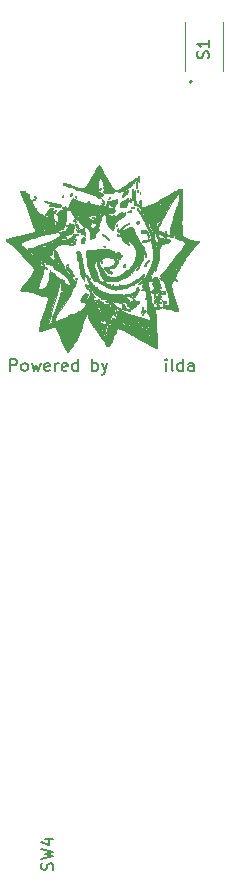
<source format=gbr>
%TF.GenerationSoftware,KiCad,Pcbnew,(6.0.4)*%
%TF.CreationDate,2022-10-14T21:38:42-05:00*%
%TF.ProjectId,Calculator_PCB _V2,43616c63-756c-4617-946f-725f50434220,rev?*%
%TF.SameCoordinates,Original*%
%TF.FileFunction,Legend,Top*%
%TF.FilePolarity,Positive*%
%FSLAX46Y46*%
G04 Gerber Fmt 4.6, Leading zero omitted, Abs format (unit mm)*
G04 Created by KiCad (PCBNEW (6.0.4)) date 2022-10-14 21:38:42*
%MOMM*%
%LPD*%
G01*
G04 APERTURE LIST*
%ADD10C,0.020000*%
%ADD11C,0.150000*%
%ADD12C,0.100000*%
%ADD13C,0.200000*%
G04 APERTURE END LIST*
D10*
G36*
X88802241Y-86973703D02*
G01*
X88805640Y-86975025D01*
X88809183Y-86977009D01*
X88812862Y-86979652D01*
X88816668Y-86982951D01*
X88820591Y-86986904D01*
X88824623Y-86991508D01*
X88828754Y-86996760D01*
X88832976Y-87002659D01*
X88837279Y-87009201D01*
X88846094Y-87024204D01*
X88855125Y-87041750D01*
X88864301Y-87061817D01*
X88873549Y-87084386D01*
X88875451Y-87089595D01*
X88877186Y-87094634D01*
X88878753Y-87099499D01*
X88880150Y-87104188D01*
X88881377Y-87108696D01*
X88882433Y-87113020D01*
X88883315Y-87117155D01*
X88884022Y-87121097D01*
X88884555Y-87124843D01*
X88884910Y-87128388D01*
X88885086Y-87131730D01*
X88885084Y-87134863D01*
X88884900Y-87137785D01*
X88884534Y-87140491D01*
X88883985Y-87142977D01*
X88883251Y-87145240D01*
X88882331Y-87147275D01*
X88881223Y-87149079D01*
X88879927Y-87150648D01*
X88878441Y-87151978D01*
X88876764Y-87153065D01*
X88874895Y-87153906D01*
X88872831Y-87154496D01*
X88870573Y-87154831D01*
X88868118Y-87154908D01*
X88865465Y-87154722D01*
X88862614Y-87154271D01*
X88859562Y-87153549D01*
X88856309Y-87152554D01*
X88852853Y-87151281D01*
X88849193Y-87149726D01*
X88845327Y-87147886D01*
X88837558Y-87143595D01*
X88830141Y-87138694D01*
X88823096Y-87133236D01*
X88816443Y-87127270D01*
X88810204Y-87120851D01*
X88804399Y-87114028D01*
X88799049Y-87106853D01*
X88794174Y-87099379D01*
X88789796Y-87091657D01*
X88785934Y-87083738D01*
X88782609Y-87075675D01*
X88779843Y-87067519D01*
X88777655Y-87059321D01*
X88776067Y-87051134D01*
X88775099Y-87043008D01*
X88774772Y-87034997D01*
X88774915Y-87026087D01*
X88775338Y-87017878D01*
X88776033Y-87010367D01*
X88776990Y-87003550D01*
X88778201Y-86997426D01*
X88779655Y-86991992D01*
X88781345Y-86987245D01*
X88783260Y-86983183D01*
X88785393Y-86979803D01*
X88787734Y-86977102D01*
X88790273Y-86975079D01*
X88793003Y-86973730D01*
X88795913Y-86973052D01*
X88798996Y-86973044D01*
X88802241Y-86973703D01*
G37*
X88802241Y-86973703D02*
X88805640Y-86975025D01*
X88809183Y-86977009D01*
X88812862Y-86979652D01*
X88816668Y-86982951D01*
X88820591Y-86986904D01*
X88824623Y-86991508D01*
X88828754Y-86996760D01*
X88832976Y-87002659D01*
X88837279Y-87009201D01*
X88846094Y-87024204D01*
X88855125Y-87041750D01*
X88864301Y-87061817D01*
X88873549Y-87084386D01*
X88875451Y-87089595D01*
X88877186Y-87094634D01*
X88878753Y-87099499D01*
X88880150Y-87104188D01*
X88881377Y-87108696D01*
X88882433Y-87113020D01*
X88883315Y-87117155D01*
X88884022Y-87121097D01*
X88884555Y-87124843D01*
X88884910Y-87128388D01*
X88885086Y-87131730D01*
X88885084Y-87134863D01*
X88884900Y-87137785D01*
X88884534Y-87140491D01*
X88883985Y-87142977D01*
X88883251Y-87145240D01*
X88882331Y-87147275D01*
X88881223Y-87149079D01*
X88879927Y-87150648D01*
X88878441Y-87151978D01*
X88876764Y-87153065D01*
X88874895Y-87153906D01*
X88872831Y-87154496D01*
X88870573Y-87154831D01*
X88868118Y-87154908D01*
X88865465Y-87154722D01*
X88862614Y-87154271D01*
X88859562Y-87153549D01*
X88856309Y-87152554D01*
X88852853Y-87151281D01*
X88849193Y-87149726D01*
X88845327Y-87147886D01*
X88837558Y-87143595D01*
X88830141Y-87138694D01*
X88823096Y-87133236D01*
X88816443Y-87127270D01*
X88810204Y-87120851D01*
X88804399Y-87114028D01*
X88799049Y-87106853D01*
X88794174Y-87099379D01*
X88789796Y-87091657D01*
X88785934Y-87083738D01*
X88782609Y-87075675D01*
X88779843Y-87067519D01*
X88777655Y-87059321D01*
X88776067Y-87051134D01*
X88775099Y-87043008D01*
X88774772Y-87034997D01*
X88774915Y-87026087D01*
X88775338Y-87017878D01*
X88776033Y-87010367D01*
X88776990Y-87003550D01*
X88778201Y-86997426D01*
X88779655Y-86991992D01*
X88781345Y-86987245D01*
X88783260Y-86983183D01*
X88785393Y-86979803D01*
X88787734Y-86977102D01*
X88790273Y-86975079D01*
X88793003Y-86973730D01*
X88795913Y-86973052D01*
X88798996Y-86973044D01*
X88802241Y-86973703D01*
G36*
X97180604Y-85631269D02*
G01*
X97183306Y-85632242D01*
X97188797Y-85636054D01*
X97194372Y-85642243D01*
X97199987Y-85650675D01*
X97205603Y-85661215D01*
X97211177Y-85673730D01*
X97216668Y-85688083D01*
X97222036Y-85704143D01*
X97227238Y-85721773D01*
X97232233Y-85740840D01*
X97236980Y-85761209D01*
X97241438Y-85782746D01*
X97245565Y-85805317D01*
X97249320Y-85828786D01*
X97252662Y-85853021D01*
X97255549Y-85877886D01*
X97257947Y-85902751D01*
X97259849Y-85926985D01*
X97261254Y-85950455D01*
X97262164Y-85973026D01*
X97262578Y-85994563D01*
X97262495Y-86014932D01*
X97261916Y-86033999D01*
X97260842Y-86051629D01*
X97259271Y-86067688D01*
X97257204Y-86082042D01*
X97254641Y-86094557D01*
X97253173Y-86100082D01*
X97251581Y-86105097D01*
X97249866Y-86109585D01*
X97248026Y-86113529D01*
X97246062Y-86116912D01*
X97243974Y-86119718D01*
X97241763Y-86121929D01*
X97239427Y-86123530D01*
X97236967Y-86124503D01*
X97234383Y-86124830D01*
X97231717Y-86124503D01*
X97229016Y-86123530D01*
X97223524Y-86119718D01*
X97217950Y-86113529D01*
X97212334Y-86105097D01*
X97206719Y-86094557D01*
X97201145Y-86082042D01*
X97195653Y-86067688D01*
X97190286Y-86051629D01*
X97185083Y-86033999D01*
X97180088Y-86014932D01*
X97175341Y-85994563D01*
X97170883Y-85973026D01*
X97166756Y-85950455D01*
X97163000Y-85926985D01*
X97159659Y-85902751D01*
X97156772Y-85877886D01*
X97154374Y-85853021D01*
X97152472Y-85828786D01*
X97151067Y-85805317D01*
X97150157Y-85782746D01*
X97149744Y-85761209D01*
X97149826Y-85740840D01*
X97150405Y-85721773D01*
X97151480Y-85704143D01*
X97153051Y-85688083D01*
X97155118Y-85673730D01*
X97157681Y-85661215D01*
X97159149Y-85655690D01*
X97160740Y-85650675D01*
X97162456Y-85646187D01*
X97164296Y-85642243D01*
X97166260Y-85638860D01*
X97168347Y-85636054D01*
X97170559Y-85633843D01*
X97172895Y-85632242D01*
X97175355Y-85631269D01*
X97177939Y-85630942D01*
X97180604Y-85631269D01*
G37*
X97180604Y-85631269D02*
X97183306Y-85632242D01*
X97188797Y-85636054D01*
X97194372Y-85642243D01*
X97199987Y-85650675D01*
X97205603Y-85661215D01*
X97211177Y-85673730D01*
X97216668Y-85688083D01*
X97222036Y-85704143D01*
X97227238Y-85721773D01*
X97232233Y-85740840D01*
X97236980Y-85761209D01*
X97241438Y-85782746D01*
X97245565Y-85805317D01*
X97249320Y-85828786D01*
X97252662Y-85853021D01*
X97255549Y-85877886D01*
X97257947Y-85902751D01*
X97259849Y-85926985D01*
X97261254Y-85950455D01*
X97262164Y-85973026D01*
X97262578Y-85994563D01*
X97262495Y-86014932D01*
X97261916Y-86033999D01*
X97260842Y-86051629D01*
X97259271Y-86067688D01*
X97257204Y-86082042D01*
X97254641Y-86094557D01*
X97253173Y-86100082D01*
X97251581Y-86105097D01*
X97249866Y-86109585D01*
X97248026Y-86113529D01*
X97246062Y-86116912D01*
X97243974Y-86119718D01*
X97241763Y-86121929D01*
X97239427Y-86123530D01*
X97236967Y-86124503D01*
X97234383Y-86124830D01*
X97231717Y-86124503D01*
X97229016Y-86123530D01*
X97223524Y-86119718D01*
X97217950Y-86113529D01*
X97212334Y-86105097D01*
X97206719Y-86094557D01*
X97201145Y-86082042D01*
X97195653Y-86067688D01*
X97190286Y-86051629D01*
X97185083Y-86033999D01*
X97180088Y-86014932D01*
X97175341Y-85994563D01*
X97170883Y-85973026D01*
X97166756Y-85950455D01*
X97163000Y-85926985D01*
X97159659Y-85902751D01*
X97156772Y-85877886D01*
X97154374Y-85853021D01*
X97152472Y-85828786D01*
X97151067Y-85805317D01*
X97150157Y-85782746D01*
X97149744Y-85761209D01*
X97149826Y-85740840D01*
X97150405Y-85721773D01*
X97151480Y-85704143D01*
X97153051Y-85688083D01*
X97155118Y-85673730D01*
X97157681Y-85661215D01*
X97159149Y-85655690D01*
X97160740Y-85650675D01*
X97162456Y-85646187D01*
X97164296Y-85642243D01*
X97166260Y-85638860D01*
X97168347Y-85636054D01*
X97170559Y-85633843D01*
X97172895Y-85632242D01*
X97175355Y-85631269D01*
X97177939Y-85630942D01*
X97180604Y-85631269D01*
G36*
X97285094Y-89582135D02*
G01*
X97286414Y-89582380D01*
X97287728Y-89582785D01*
X97289035Y-89583348D01*
X97291616Y-89584936D01*
X97294134Y-89587124D01*
X97296570Y-89589890D01*
X97298902Y-89593214D01*
X97301111Y-89597076D01*
X97303174Y-89601455D01*
X97305073Y-89606330D01*
X97306785Y-89611680D01*
X97308290Y-89617485D01*
X97309568Y-89623724D01*
X97310599Y-89630377D01*
X97311360Y-89637422D01*
X97311832Y-89644839D01*
X97311994Y-89652608D01*
X97311891Y-89655914D01*
X97311587Y-89659214D01*
X97311087Y-89662501D01*
X97310395Y-89665769D01*
X97309518Y-89669010D01*
X97308459Y-89672219D01*
X97307225Y-89675390D01*
X97305820Y-89678515D01*
X97304250Y-89681589D01*
X97302520Y-89684605D01*
X97300634Y-89687556D01*
X97298599Y-89690435D01*
X97296419Y-89693238D01*
X97294100Y-89695956D01*
X97291646Y-89698584D01*
X97289063Y-89701115D01*
X97286356Y-89703543D01*
X97283530Y-89705861D01*
X97280591Y-89708063D01*
X97277543Y-89710142D01*
X97274391Y-89712091D01*
X97271142Y-89713905D01*
X97267799Y-89715577D01*
X97264369Y-89717101D01*
X97260856Y-89718469D01*
X97257265Y-89719676D01*
X97253602Y-89720715D01*
X97249872Y-89721579D01*
X97246080Y-89722263D01*
X97242231Y-89722759D01*
X97238330Y-89723062D01*
X97234383Y-89723164D01*
X97231138Y-89723062D01*
X97228020Y-89722759D01*
X97225031Y-89722263D01*
X97222174Y-89721579D01*
X97219451Y-89720715D01*
X97216865Y-89719676D01*
X97214418Y-89718469D01*
X97212114Y-89717101D01*
X97209954Y-89715577D01*
X97207942Y-89713905D01*
X97206079Y-89712091D01*
X97204369Y-89710142D01*
X97202814Y-89708063D01*
X97201417Y-89705861D01*
X97200180Y-89703543D01*
X97199105Y-89701115D01*
X97198196Y-89698584D01*
X97197455Y-89695956D01*
X97196884Y-89693238D01*
X97196487Y-89690435D01*
X97196265Y-89687556D01*
X97196221Y-89684605D01*
X97196359Y-89681589D01*
X97196679Y-89678515D01*
X97197186Y-89675390D01*
X97197882Y-89672219D01*
X97198768Y-89669010D01*
X97199849Y-89665769D01*
X97201126Y-89662501D01*
X97202602Y-89659214D01*
X97204279Y-89655914D01*
X97206160Y-89652608D01*
X97210288Y-89644839D01*
X97214704Y-89637422D01*
X97219369Y-89630377D01*
X97224241Y-89623724D01*
X97229277Y-89617485D01*
X97234438Y-89611680D01*
X97239682Y-89606330D01*
X97244966Y-89601455D01*
X97250251Y-89597076D01*
X97255495Y-89593214D01*
X97260655Y-89589890D01*
X97265692Y-89587124D01*
X97268151Y-89585956D01*
X97270563Y-89584936D01*
X97272924Y-89584066D01*
X97275228Y-89583348D01*
X97277470Y-89582785D01*
X97279644Y-89582380D01*
X97281746Y-89582135D01*
X97283771Y-89582052D01*
X97285094Y-89582135D01*
G37*
X97285094Y-89582135D02*
X97286414Y-89582380D01*
X97287728Y-89582785D01*
X97289035Y-89583348D01*
X97291616Y-89584936D01*
X97294134Y-89587124D01*
X97296570Y-89589890D01*
X97298902Y-89593214D01*
X97301111Y-89597076D01*
X97303174Y-89601455D01*
X97305073Y-89606330D01*
X97306785Y-89611680D01*
X97308290Y-89617485D01*
X97309568Y-89623724D01*
X97310599Y-89630377D01*
X97311360Y-89637422D01*
X97311832Y-89644839D01*
X97311994Y-89652608D01*
X97311891Y-89655914D01*
X97311587Y-89659214D01*
X97311087Y-89662501D01*
X97310395Y-89665769D01*
X97309518Y-89669010D01*
X97308459Y-89672219D01*
X97307225Y-89675390D01*
X97305820Y-89678515D01*
X97304250Y-89681589D01*
X97302520Y-89684605D01*
X97300634Y-89687556D01*
X97298599Y-89690435D01*
X97296419Y-89693238D01*
X97294100Y-89695956D01*
X97291646Y-89698584D01*
X97289063Y-89701115D01*
X97286356Y-89703543D01*
X97283530Y-89705861D01*
X97280591Y-89708063D01*
X97277543Y-89710142D01*
X97274391Y-89712091D01*
X97271142Y-89713905D01*
X97267799Y-89715577D01*
X97264369Y-89717101D01*
X97260856Y-89718469D01*
X97257265Y-89719676D01*
X97253602Y-89720715D01*
X97249872Y-89721579D01*
X97246080Y-89722263D01*
X97242231Y-89722759D01*
X97238330Y-89723062D01*
X97234383Y-89723164D01*
X97231138Y-89723062D01*
X97228020Y-89722759D01*
X97225031Y-89722263D01*
X97222174Y-89721579D01*
X97219451Y-89720715D01*
X97216865Y-89719676D01*
X97214418Y-89718469D01*
X97212114Y-89717101D01*
X97209954Y-89715577D01*
X97207942Y-89713905D01*
X97206079Y-89712091D01*
X97204369Y-89710142D01*
X97202814Y-89708063D01*
X97201417Y-89705861D01*
X97200180Y-89703543D01*
X97199105Y-89701115D01*
X97198196Y-89698584D01*
X97197455Y-89695956D01*
X97196884Y-89693238D01*
X97196487Y-89690435D01*
X97196265Y-89687556D01*
X97196221Y-89684605D01*
X97196359Y-89681589D01*
X97196679Y-89678515D01*
X97197186Y-89675390D01*
X97197882Y-89672219D01*
X97198768Y-89669010D01*
X97199849Y-89665769D01*
X97201126Y-89662501D01*
X97202602Y-89659214D01*
X97204279Y-89655914D01*
X97206160Y-89652608D01*
X97210288Y-89644839D01*
X97214704Y-89637422D01*
X97219369Y-89630377D01*
X97224241Y-89623724D01*
X97229277Y-89617485D01*
X97234438Y-89611680D01*
X97239682Y-89606330D01*
X97244966Y-89601455D01*
X97250251Y-89597076D01*
X97255495Y-89593214D01*
X97260655Y-89589890D01*
X97265692Y-89587124D01*
X97268151Y-89585956D01*
X97270563Y-89584936D01*
X97272924Y-89584066D01*
X97275228Y-89583348D01*
X97277470Y-89582785D01*
X97279644Y-89582380D01*
X97281746Y-89582135D01*
X97283771Y-89582052D01*
X97285094Y-89582135D01*
G36*
X97496151Y-86432871D02*
G01*
X97502084Y-86433904D01*
X97507279Y-86435691D01*
X97511727Y-86438196D01*
X97515421Y-86441384D01*
X97518352Y-86445217D01*
X97520514Y-86449660D01*
X97521897Y-86454677D01*
X97522495Y-86460232D01*
X97522300Y-86466287D01*
X97521304Y-86472808D01*
X97519499Y-86479758D01*
X97516878Y-86487100D01*
X97513433Y-86494799D01*
X97509155Y-86502818D01*
X97504038Y-86511122D01*
X97498073Y-86519673D01*
X97491253Y-86528437D01*
X97483570Y-86537376D01*
X97475016Y-86546455D01*
X97465584Y-86555637D01*
X97455265Y-86564886D01*
X97444053Y-86574167D01*
X97431939Y-86583442D01*
X97418885Y-86592854D01*
X97406224Y-86602514D01*
X97394018Y-86612339D01*
X97382329Y-86622247D01*
X97371218Y-86632155D01*
X97360749Y-86641981D01*
X97350982Y-86651641D01*
X97341980Y-86661053D01*
X97333804Y-86670134D01*
X97326518Y-86678802D01*
X97320183Y-86686973D01*
X97314860Y-86694566D01*
X97310612Y-86701498D01*
X97308911Y-86704690D01*
X97307501Y-86707685D01*
X97306392Y-86710474D01*
X97305589Y-86713046D01*
X97305102Y-86715390D01*
X97304938Y-86717497D01*
X97307240Y-86741501D01*
X97308797Y-86763345D01*
X97309527Y-86783183D01*
X97309556Y-86792399D01*
X97309348Y-86801172D01*
X97308892Y-86809521D01*
X97308177Y-86817465D01*
X97307193Y-86825025D01*
X97305930Y-86832219D01*
X97304378Y-86839067D01*
X97302527Y-86845588D01*
X97300365Y-86851801D01*
X97297883Y-86857726D01*
X97295070Y-86863383D01*
X97291916Y-86868790D01*
X97288410Y-86873968D01*
X97284543Y-86878934D01*
X97280304Y-86883710D01*
X97275682Y-86888314D01*
X97270668Y-86892765D01*
X97265251Y-86897083D01*
X97259420Y-86901287D01*
X97253165Y-86905398D01*
X97246477Y-86909433D01*
X97239344Y-86913412D01*
X97223703Y-86921283D01*
X97206160Y-86929163D01*
X97190039Y-86935008D01*
X97176078Y-86939209D01*
X97164287Y-86941612D01*
X97159208Y-86942091D01*
X97154677Y-86942062D01*
X97150693Y-86941506D01*
X97147258Y-86940403D01*
X97144373Y-86938735D01*
X97142040Y-86936481D01*
X97140260Y-86933623D01*
X97139034Y-86930140D01*
X97138364Y-86926015D01*
X97138250Y-86921226D01*
X97138695Y-86915756D01*
X97139699Y-86909584D01*
X97143390Y-86895057D01*
X97149335Y-86877492D01*
X97157543Y-86856734D01*
X97168025Y-86832627D01*
X97180791Y-86805016D01*
X97213216Y-86738663D01*
X97225434Y-86716117D01*
X97238200Y-86693560D01*
X97251400Y-86671148D01*
X97264920Y-86649036D01*
X97278647Y-86627378D01*
X97292467Y-86606331D01*
X97306266Y-86586048D01*
X97319931Y-86566684D01*
X97333348Y-86548396D01*
X97346403Y-86531338D01*
X97358983Y-86515664D01*
X97370974Y-86501531D01*
X97382261Y-86489093D01*
X97392733Y-86478504D01*
X97402274Y-86469921D01*
X97410772Y-86463498D01*
X97423007Y-86456112D01*
X97434574Y-86449807D01*
X97445463Y-86444545D01*
X97455668Y-86440291D01*
X97465181Y-86437009D01*
X97473993Y-86434662D01*
X97482097Y-86433214D01*
X97489486Y-86432629D01*
X97496151Y-86432871D01*
G37*
X97496151Y-86432871D02*
X97502084Y-86433904D01*
X97507279Y-86435691D01*
X97511727Y-86438196D01*
X97515421Y-86441384D01*
X97518352Y-86445217D01*
X97520514Y-86449660D01*
X97521897Y-86454677D01*
X97522495Y-86460232D01*
X97522300Y-86466287D01*
X97521304Y-86472808D01*
X97519499Y-86479758D01*
X97516878Y-86487100D01*
X97513433Y-86494799D01*
X97509155Y-86502818D01*
X97504038Y-86511122D01*
X97498073Y-86519673D01*
X97491253Y-86528437D01*
X97483570Y-86537376D01*
X97475016Y-86546455D01*
X97465584Y-86555637D01*
X97455265Y-86564886D01*
X97444053Y-86574167D01*
X97431939Y-86583442D01*
X97418885Y-86592854D01*
X97406224Y-86602514D01*
X97394018Y-86612339D01*
X97382329Y-86622247D01*
X97371218Y-86632155D01*
X97360749Y-86641981D01*
X97350982Y-86651641D01*
X97341980Y-86661053D01*
X97333804Y-86670134D01*
X97326518Y-86678802D01*
X97320183Y-86686973D01*
X97314860Y-86694566D01*
X97310612Y-86701498D01*
X97308911Y-86704690D01*
X97307501Y-86707685D01*
X97306392Y-86710474D01*
X97305589Y-86713046D01*
X97305102Y-86715390D01*
X97304938Y-86717497D01*
X97307240Y-86741501D01*
X97308797Y-86763345D01*
X97309527Y-86783183D01*
X97309556Y-86792399D01*
X97309348Y-86801172D01*
X97308892Y-86809521D01*
X97308177Y-86817465D01*
X97307193Y-86825025D01*
X97305930Y-86832219D01*
X97304378Y-86839067D01*
X97302527Y-86845588D01*
X97300365Y-86851801D01*
X97297883Y-86857726D01*
X97295070Y-86863383D01*
X97291916Y-86868790D01*
X97288410Y-86873968D01*
X97284543Y-86878934D01*
X97280304Y-86883710D01*
X97275682Y-86888314D01*
X97270668Y-86892765D01*
X97265251Y-86897083D01*
X97259420Y-86901287D01*
X97253165Y-86905398D01*
X97246477Y-86909433D01*
X97239344Y-86913412D01*
X97223703Y-86921283D01*
X97206160Y-86929163D01*
X97190039Y-86935008D01*
X97176078Y-86939209D01*
X97164287Y-86941612D01*
X97159208Y-86942091D01*
X97154677Y-86942062D01*
X97150693Y-86941506D01*
X97147258Y-86940403D01*
X97144373Y-86938735D01*
X97142040Y-86936481D01*
X97140260Y-86933623D01*
X97139034Y-86930140D01*
X97138364Y-86926015D01*
X97138250Y-86921226D01*
X97138695Y-86915756D01*
X97139699Y-86909584D01*
X97143390Y-86895057D01*
X97149335Y-86877492D01*
X97157543Y-86856734D01*
X97168025Y-86832627D01*
X97180791Y-86805016D01*
X97213216Y-86738663D01*
X97225434Y-86716117D01*
X97238200Y-86693560D01*
X97251400Y-86671148D01*
X97264920Y-86649036D01*
X97278647Y-86627378D01*
X97292467Y-86606331D01*
X97306266Y-86586048D01*
X97319931Y-86566684D01*
X97333348Y-86548396D01*
X97346403Y-86531338D01*
X97358983Y-86515664D01*
X97370974Y-86501531D01*
X97382261Y-86489093D01*
X97392733Y-86478504D01*
X97402274Y-86469921D01*
X97410772Y-86463498D01*
X97423007Y-86456112D01*
X97434574Y-86449807D01*
X97445463Y-86444545D01*
X97455668Y-86440291D01*
X97465181Y-86437009D01*
X97473993Y-86434662D01*
X97482097Y-86433214D01*
X97489486Y-86432629D01*
X97496151Y-86432871D01*
G36*
X90289238Y-80907314D02*
G01*
X90291716Y-80908129D01*
X90293864Y-80909627D01*
X90295667Y-80911800D01*
X90297115Y-80914642D01*
X90298193Y-80918147D01*
X90298888Y-80922309D01*
X90299188Y-80927120D01*
X90299080Y-80932575D01*
X90298551Y-80938666D01*
X90297588Y-80945389D01*
X90296177Y-80952735D01*
X90294307Y-80960698D01*
X90291964Y-80969273D01*
X90289135Y-80978452D01*
X90285808Y-80988229D01*
X90277605Y-81009553D01*
X90275580Y-81015422D01*
X90273480Y-81021121D01*
X90271309Y-81026645D01*
X90269075Y-81031987D01*
X90266784Y-81037143D01*
X90264443Y-81042109D01*
X90262058Y-81046877D01*
X90259635Y-81051445D01*
X90257182Y-81055805D01*
X90254704Y-81059954D01*
X90252207Y-81063886D01*
X90249700Y-81067595D01*
X90247187Y-81071077D01*
X90244675Y-81074327D01*
X90242171Y-81077339D01*
X90239681Y-81080108D01*
X90237212Y-81082629D01*
X90234770Y-81084896D01*
X90232362Y-81086906D01*
X90229994Y-81088652D01*
X90227672Y-81090129D01*
X90225403Y-81091332D01*
X90223194Y-81092256D01*
X90221050Y-81092896D01*
X90218979Y-81093246D01*
X90216987Y-81093302D01*
X90215080Y-81093059D01*
X90213264Y-81092510D01*
X90211547Y-81091651D01*
X90209935Y-81090477D01*
X90208433Y-81088983D01*
X90207050Y-81087163D01*
X90205148Y-81085117D01*
X90203410Y-81082952D01*
X90201835Y-81080670D01*
X90200421Y-81078275D01*
X90199168Y-81075772D01*
X90198073Y-81073164D01*
X90197136Y-81070456D01*
X90196356Y-81067651D01*
X90195259Y-81061765D01*
X90194771Y-81055538D01*
X90194883Y-81049001D01*
X90195584Y-81042184D01*
X90196864Y-81035120D01*
X90198712Y-81027839D01*
X90201118Y-81020372D01*
X90204073Y-81012749D01*
X90207564Y-81005003D01*
X90211583Y-80997164D01*
X90216118Y-80989262D01*
X90221160Y-80981330D01*
X90232801Y-80961726D01*
X90238403Y-80953086D01*
X90243843Y-80945212D01*
X90249106Y-80938097D01*
X90254182Y-80931736D01*
X90259055Y-80926122D01*
X90263714Y-80921248D01*
X90268146Y-80917107D01*
X90272337Y-80913694D01*
X90276275Y-80911002D01*
X90279947Y-80909025D01*
X90283340Y-80907755D01*
X90286441Y-80907187D01*
X90289238Y-80907314D01*
G37*
X90289238Y-80907314D02*
X90291716Y-80908129D01*
X90293864Y-80909627D01*
X90295667Y-80911800D01*
X90297115Y-80914642D01*
X90298193Y-80918147D01*
X90298888Y-80922309D01*
X90299188Y-80927120D01*
X90299080Y-80932575D01*
X90298551Y-80938666D01*
X90297588Y-80945389D01*
X90296177Y-80952735D01*
X90294307Y-80960698D01*
X90291964Y-80969273D01*
X90289135Y-80978452D01*
X90285808Y-80988229D01*
X90277605Y-81009553D01*
X90275580Y-81015422D01*
X90273480Y-81021121D01*
X90271309Y-81026645D01*
X90269075Y-81031987D01*
X90266784Y-81037143D01*
X90264443Y-81042109D01*
X90262058Y-81046877D01*
X90259635Y-81051445D01*
X90257182Y-81055805D01*
X90254704Y-81059954D01*
X90252207Y-81063886D01*
X90249700Y-81067595D01*
X90247187Y-81071077D01*
X90244675Y-81074327D01*
X90242171Y-81077339D01*
X90239681Y-81080108D01*
X90237212Y-81082629D01*
X90234770Y-81084896D01*
X90232362Y-81086906D01*
X90229994Y-81088652D01*
X90227672Y-81090129D01*
X90225403Y-81091332D01*
X90223194Y-81092256D01*
X90221050Y-81092896D01*
X90218979Y-81093246D01*
X90216987Y-81093302D01*
X90215080Y-81093059D01*
X90213264Y-81092510D01*
X90211547Y-81091651D01*
X90209935Y-81090477D01*
X90208433Y-81088983D01*
X90207050Y-81087163D01*
X90205148Y-81085117D01*
X90203410Y-81082952D01*
X90201835Y-81080670D01*
X90200421Y-81078275D01*
X90199168Y-81075772D01*
X90198073Y-81073164D01*
X90197136Y-81070456D01*
X90196356Y-81067651D01*
X90195259Y-81061765D01*
X90194771Y-81055538D01*
X90194883Y-81049001D01*
X90195584Y-81042184D01*
X90196864Y-81035120D01*
X90198712Y-81027839D01*
X90201118Y-81020372D01*
X90204073Y-81012749D01*
X90207564Y-81005003D01*
X90211583Y-80997164D01*
X90216118Y-80989262D01*
X90221160Y-80981330D01*
X90232801Y-80961726D01*
X90238403Y-80953086D01*
X90243843Y-80945212D01*
X90249106Y-80938097D01*
X90254182Y-80931736D01*
X90259055Y-80926122D01*
X90263714Y-80921248D01*
X90268146Y-80917107D01*
X90272337Y-80913694D01*
X90276275Y-80911002D01*
X90279947Y-80909025D01*
X90283340Y-80907755D01*
X90286441Y-80907187D01*
X90289238Y-80907314D01*
G36*
X98966522Y-87169052D02*
G01*
X99063921Y-87047895D01*
X99163636Y-86919462D01*
X99262689Y-86787060D01*
X99267037Y-86780997D01*
X99957827Y-86780997D01*
X100155382Y-86653997D01*
X100174962Y-86642023D01*
X100193954Y-86629978D01*
X100212263Y-86617952D01*
X100229796Y-86606041D01*
X100246462Y-86594336D01*
X100262166Y-86582931D01*
X100276817Y-86571919D01*
X100290320Y-86561392D01*
X100302583Y-86551445D01*
X100313512Y-86542169D01*
X100323015Y-86533658D01*
X100330999Y-86526004D01*
X100337371Y-86519302D01*
X100342037Y-86513643D01*
X100343702Y-86511235D01*
X100344905Y-86509122D01*
X100345636Y-86507316D01*
X100345882Y-86505830D01*
X100345494Y-86498966D01*
X100344347Y-86492916D01*
X100342470Y-86487671D01*
X100339888Y-86483217D01*
X100336629Y-86479543D01*
X100332720Y-86476638D01*
X100328189Y-86474490D01*
X100323062Y-86473088D01*
X100317367Y-86472420D01*
X100311130Y-86472473D01*
X100304379Y-86473237D01*
X100297141Y-86474700D01*
X100289443Y-86476851D01*
X100281313Y-86479677D01*
X100263862Y-86487309D01*
X100245005Y-86497505D01*
X100224960Y-86510171D01*
X100203943Y-86525214D01*
X100182172Y-86542541D01*
X100159863Y-86562059D01*
X100137234Y-86583676D01*
X100114502Y-86607297D01*
X100091883Y-86632831D01*
X99957827Y-86780997D01*
X99267037Y-86780997D01*
X99358104Y-86653997D01*
X99544526Y-86401320D01*
X99711765Y-86177747D01*
X99783024Y-86084316D01*
X99843285Y-86007090D01*
X99890483Y-85949048D01*
X99908537Y-85928150D01*
X99922550Y-85913164D01*
X99969064Y-85864036D01*
X100018172Y-85809866D01*
X100121318Y-85690032D01*
X100226283Y-85560937D01*
X100327362Y-85429858D01*
X100418850Y-85304071D01*
X100459214Y-85245435D01*
X100495041Y-85190851D01*
X100525618Y-85141228D01*
X100550232Y-85097475D01*
X100568169Y-85060503D01*
X100578716Y-85031219D01*
X100583258Y-85012938D01*
X100584962Y-85003967D01*
X100586282Y-84995101D01*
X100587214Y-84986333D01*
X100587754Y-84977656D01*
X100587900Y-84969065D01*
X100587646Y-84960553D01*
X100586989Y-84952113D01*
X100585925Y-84943739D01*
X100584450Y-84935425D01*
X100582561Y-84927163D01*
X100580253Y-84918948D01*
X100577522Y-84910773D01*
X100574366Y-84902632D01*
X100570779Y-84894518D01*
X100566757Y-84886424D01*
X100562298Y-84878345D01*
X100557397Y-84870273D01*
X100552051Y-84862203D01*
X100546255Y-84854127D01*
X100540005Y-84846040D01*
X100526130Y-84829805D01*
X100510394Y-84813446D01*
X100492767Y-84796911D01*
X100473218Y-84780149D01*
X100451716Y-84763108D01*
X100433457Y-84750382D01*
X100415777Y-84738689D01*
X100398758Y-84728071D01*
X100382484Y-84718570D01*
X100374651Y-84714251D01*
X100367036Y-84710226D01*
X100359648Y-84706501D01*
X100352498Y-84703081D01*
X100345595Y-84699971D01*
X100338951Y-84697176D01*
X100332576Y-84694702D01*
X100326480Y-84692553D01*
X100320673Y-84690735D01*
X100315166Y-84689252D01*
X100309969Y-84688111D01*
X100305093Y-84687316D01*
X100300547Y-84686873D01*
X100296342Y-84686786D01*
X100292489Y-84687060D01*
X100288997Y-84687702D01*
X100285878Y-84688716D01*
X100283141Y-84690107D01*
X100280796Y-84691880D01*
X100278855Y-84694041D01*
X100277327Y-84696594D01*
X100276223Y-84699546D01*
X100275553Y-84702900D01*
X100275327Y-84706663D01*
X100275101Y-84709847D01*
X100274431Y-84712783D01*
X100273327Y-84715475D01*
X100271799Y-84717922D01*
X100269858Y-84720126D01*
X100267514Y-84722089D01*
X100264776Y-84723811D01*
X100261657Y-84725294D01*
X100254312Y-84727549D01*
X100245561Y-84728864D01*
X100235488Y-84729248D01*
X100224174Y-84728712D01*
X100211703Y-84727267D01*
X100198157Y-84724923D01*
X100183619Y-84721689D01*
X100168171Y-84717578D01*
X100151896Y-84712598D01*
X100134878Y-84706760D01*
X100117197Y-84700075D01*
X100098938Y-84692553D01*
X100080679Y-84683217D01*
X100062999Y-84673756D01*
X100045980Y-84664213D01*
X100029706Y-84654629D01*
X100014258Y-84645045D01*
X99999720Y-84635502D01*
X99986174Y-84626042D01*
X99973703Y-84616705D01*
X99962389Y-84607535D01*
X99952315Y-84598570D01*
X99947770Y-84594179D01*
X99943565Y-84589854D01*
X99939712Y-84585602D01*
X99936220Y-84581427D01*
X99933100Y-84577335D01*
X99930363Y-84573331D01*
X99928019Y-84569420D01*
X99926078Y-84565607D01*
X99924550Y-84561898D01*
X99923446Y-84558297D01*
X99922776Y-84554809D01*
X99922550Y-84551441D01*
X99922386Y-84548816D01*
X99921900Y-84546236D01*
X99921102Y-84543701D01*
X99920001Y-84541216D01*
X99918604Y-84538783D01*
X99916922Y-84536404D01*
X99912738Y-84531818D01*
X99909041Y-84528745D01*
X100017675Y-84528745D01*
X100017994Y-84530473D01*
X100018724Y-84532243D01*
X100019871Y-84534053D01*
X100021437Y-84535897D01*
X100023427Y-84537772D01*
X100025845Y-84539674D01*
X100028694Y-84541600D01*
X100031979Y-84543545D01*
X100035703Y-84545505D01*
X100039870Y-84547477D01*
X100044484Y-84549457D01*
X100049549Y-84551441D01*
X100054219Y-84553343D01*
X100058961Y-84555083D01*
X100068621Y-84558083D01*
X100078447Y-84560464D01*
X100088355Y-84562245D01*
X100098263Y-84563447D01*
X100108089Y-84564092D01*
X100117749Y-84564198D01*
X100127161Y-84563788D01*
X100136242Y-84562882D01*
X100144910Y-84561501D01*
X100153082Y-84559665D01*
X100160675Y-84557394D01*
X100167606Y-84554710D01*
X100170798Y-84553220D01*
X100173794Y-84551634D01*
X100176582Y-84549955D01*
X100179154Y-84548185D01*
X100181498Y-84546328D01*
X100183605Y-84544385D01*
X100186045Y-84542402D01*
X100188078Y-84540424D01*
X100189711Y-84538456D01*
X100190950Y-84536503D01*
X100191801Y-84534572D01*
X100192271Y-84532666D01*
X100192367Y-84530791D01*
X100192094Y-84528952D01*
X100191459Y-84527155D01*
X100190469Y-84525404D01*
X100189131Y-84523704D01*
X100187450Y-84522062D01*
X100185433Y-84520481D01*
X100183087Y-84518968D01*
X100177431Y-84516164D01*
X100170536Y-84513690D01*
X100162452Y-84511589D01*
X100153231Y-84509901D01*
X100142925Y-84508667D01*
X100131586Y-84507930D01*
X100119264Y-84507730D01*
X100106013Y-84508109D01*
X100091883Y-84509108D01*
X100084773Y-84509169D01*
X100077997Y-84509351D01*
X100071560Y-84509648D01*
X100065466Y-84510059D01*
X100059718Y-84510577D01*
X100054319Y-84511201D01*
X100049275Y-84511925D01*
X100044589Y-84512746D01*
X100040264Y-84513660D01*
X100036305Y-84514663D01*
X100032715Y-84515751D01*
X100029499Y-84516921D01*
X100026660Y-84518169D01*
X100024202Y-84519490D01*
X100022129Y-84520880D01*
X100020445Y-84522337D01*
X100019154Y-84523856D01*
X100018259Y-84525432D01*
X100017765Y-84527064D01*
X100017675Y-84528745D01*
X99909041Y-84528745D01*
X99907520Y-84527481D01*
X99901342Y-84523412D01*
X99894274Y-84519633D01*
X99886390Y-84516164D01*
X99877762Y-84513026D01*
X99868461Y-84510238D01*
X99858562Y-84507823D01*
X99848135Y-84505801D01*
X99837254Y-84504192D01*
X99825990Y-84503018D01*
X99814417Y-84502297D01*
X99802605Y-84502053D01*
X99785156Y-84501882D01*
X99769835Y-84501350D01*
X99756623Y-84500425D01*
X99750802Y-84499806D01*
X99745499Y-84499076D01*
X99740714Y-84498233D01*
X99736442Y-84497273D01*
X99732682Y-84496191D01*
X99729431Y-84494983D01*
X99726687Y-84493647D01*
X99724446Y-84492177D01*
X99722707Y-84490571D01*
X99721466Y-84488824D01*
X99720722Y-84486931D01*
X99720470Y-84484891D01*
X99720710Y-84482698D01*
X99721439Y-84480348D01*
X99722652Y-84477839D01*
X99724350Y-84475165D01*
X99726527Y-84472324D01*
X99729183Y-84469310D01*
X99732314Y-84466121D01*
X99735918Y-84462752D01*
X99739992Y-84459200D01*
X99744534Y-84455461D01*
X99755011Y-84447404D01*
X99767327Y-84438552D01*
X99780887Y-84429612D01*
X99792463Y-84421271D01*
X99797506Y-84417306D01*
X99802054Y-84413468D01*
X99806105Y-84409749D01*
X99809661Y-84406140D01*
X99812720Y-84402636D01*
X99815283Y-84399226D01*
X99817350Y-84395905D01*
X99818921Y-84392663D01*
X99819996Y-84389494D01*
X99820575Y-84386390D01*
X99820658Y-84383342D01*
X99820244Y-84380344D01*
X99819335Y-84377387D01*
X99817929Y-84374463D01*
X99816027Y-84371565D01*
X99813630Y-84368686D01*
X99810736Y-84365816D01*
X99807346Y-84362950D01*
X99803460Y-84360078D01*
X99799077Y-84357193D01*
X99794199Y-84354287D01*
X99788825Y-84351353D01*
X99776587Y-84345369D01*
X99762366Y-84339178D01*
X99746160Y-84332719D01*
X99729934Y-84326993D01*
X99714329Y-84321724D01*
X99699347Y-84316912D01*
X99684989Y-84312558D01*
X99671256Y-84308665D01*
X99658150Y-84305232D01*
X99645672Y-84302262D01*
X99633822Y-84299756D01*
X99622604Y-84297715D01*
X99612017Y-84296141D01*
X99602063Y-84295034D01*
X99592743Y-84294396D01*
X99584059Y-84294228D01*
X99576012Y-84294532D01*
X99568603Y-84295308D01*
X99561834Y-84296559D01*
X99555705Y-84298285D01*
X99550219Y-84300488D01*
X99545376Y-84303169D01*
X99541177Y-84306330D01*
X99537625Y-84309970D01*
X99534720Y-84314093D01*
X99532463Y-84318699D01*
X99530856Y-84323789D01*
X99529900Y-84329365D01*
X99529597Y-84335429D01*
X99529947Y-84341980D01*
X99530953Y-84349021D01*
X99532614Y-84356553D01*
X99534934Y-84364578D01*
X99537912Y-84373095D01*
X99541550Y-84382108D01*
X99543349Y-84387337D01*
X99544778Y-84392440D01*
X99545841Y-84397413D01*
X99546539Y-84402255D01*
X99546875Y-84406962D01*
X99546852Y-84411532D01*
X99546473Y-84415963D01*
X99545739Y-84420252D01*
X99544655Y-84424396D01*
X99543221Y-84428392D01*
X99541441Y-84432239D01*
X99539318Y-84435934D01*
X99536853Y-84439473D01*
X99534050Y-84442855D01*
X99530911Y-84446076D01*
X99527439Y-84449135D01*
X99523636Y-84452029D01*
X99519505Y-84454754D01*
X99515048Y-84457309D01*
X99510269Y-84459691D01*
X99505169Y-84461897D01*
X99499751Y-84463925D01*
X99487972Y-84467435D01*
X99474953Y-84470202D01*
X99460714Y-84472203D01*
X99445277Y-84473419D01*
X99428661Y-84473829D01*
X99421428Y-84473748D01*
X99414286Y-84473506D01*
X99407246Y-84473109D01*
X99400315Y-84472562D01*
X99393503Y-84471870D01*
X99386819Y-84471039D01*
X99380272Y-84470074D01*
X99373870Y-84468979D01*
X99367624Y-84467760D01*
X99361542Y-84466423D01*
X99355633Y-84464972D01*
X99349906Y-84463412D01*
X99344370Y-84461749D01*
X99339035Y-84459988D01*
X99333909Y-84458133D01*
X99329001Y-84456191D01*
X99324321Y-84454166D01*
X99319877Y-84452064D01*
X99315678Y-84449889D01*
X99311734Y-84447648D01*
X99308054Y-84445344D01*
X99304646Y-84442983D01*
X99301520Y-84440571D01*
X99298684Y-84438112D01*
X99296148Y-84435612D01*
X99293921Y-84433075D01*
X99292012Y-84430508D01*
X99290429Y-84427914D01*
X99289183Y-84425301D01*
X99288281Y-84422671D01*
X99287734Y-84420031D01*
X99287549Y-84417386D01*
X99286738Y-84408537D01*
X99284369Y-84400500D01*
X99280538Y-84393262D01*
X99275340Y-84386808D01*
X99268870Y-84381123D01*
X99261225Y-84376195D01*
X99252500Y-84372008D01*
X99242791Y-84368548D01*
X99232192Y-84365802D01*
X99220801Y-84363755D01*
X99208711Y-84362392D01*
X99196020Y-84361699D01*
X99169214Y-84362270D01*
X99141147Y-84365351D01*
X99112584Y-84370831D01*
X99084289Y-84378594D01*
X99057028Y-84388528D01*
X99044024Y-84394273D01*
X99031565Y-84400519D01*
X99019748Y-84407250D01*
X99008666Y-84414452D01*
X98998417Y-84422112D01*
X98989095Y-84430215D01*
X98980796Y-84438747D01*
X98973616Y-84447694D01*
X98967650Y-84457041D01*
X98962995Y-84466775D01*
X98956279Y-84480245D01*
X98952823Y-84486161D01*
X98949283Y-84491524D01*
X98945645Y-84496329D01*
X98941895Y-84500571D01*
X98938018Y-84504244D01*
X98934000Y-84507344D01*
X98929828Y-84509865D01*
X98925486Y-84511802D01*
X98920960Y-84513150D01*
X98916237Y-84513903D01*
X98911302Y-84514058D01*
X98906141Y-84513607D01*
X98900740Y-84512547D01*
X98895084Y-84510872D01*
X98889160Y-84508577D01*
X98882952Y-84505656D01*
X98876448Y-84502105D01*
X98869632Y-84497918D01*
X98855009Y-84487618D01*
X98838970Y-84474712D01*
X98821402Y-84459161D01*
X98802190Y-84440923D01*
X98781221Y-84419956D01*
X98758382Y-84396219D01*
X98742908Y-84380036D01*
X98726946Y-84364568D01*
X98710544Y-84349825D01*
X98693752Y-84335820D01*
X98676619Y-84322564D01*
X98659195Y-84310070D01*
X98641527Y-84298347D01*
X98623666Y-84287409D01*
X98605659Y-84277267D01*
X98587558Y-84267933D01*
X98569409Y-84259417D01*
X98551264Y-84251732D01*
X98533170Y-84244889D01*
X98515176Y-84238901D01*
X98497333Y-84233778D01*
X98479688Y-84229532D01*
X98462292Y-84226175D01*
X98445193Y-84223718D01*
X98428440Y-84222174D01*
X98412082Y-84221553D01*
X98396168Y-84221868D01*
X98380749Y-84223129D01*
X98365871Y-84225349D01*
X98351586Y-84228540D01*
X98337941Y-84232712D01*
X98324986Y-84237878D01*
X98312770Y-84244048D01*
X98301342Y-84251236D01*
X98290752Y-84259452D01*
X98281047Y-84268708D01*
X98272278Y-84279015D01*
X98264493Y-84290386D01*
X98259126Y-84300528D01*
X98256198Y-84311082D01*
X98255626Y-84322006D01*
X98257328Y-84333257D01*
X98261221Y-84344792D01*
X98267222Y-84356568D01*
X98275249Y-84368543D01*
X98285219Y-84380675D01*
X98310658Y-84405237D01*
X98342877Y-84429912D01*
X98381214Y-84454360D01*
X98425008Y-84478240D01*
X98473598Y-84501210D01*
X98526321Y-84522930D01*
X98582518Y-84543058D01*
X98641525Y-84561253D01*
X98702683Y-84577175D01*
X98765328Y-84590481D01*
X98828801Y-84600832D01*
X98892438Y-84607886D01*
X98958626Y-84614101D01*
X99023738Y-84621887D01*
X99086039Y-84630830D01*
X99143793Y-84640518D01*
X99195262Y-84650536D01*
X99238712Y-84660472D01*
X99256886Y-84665279D01*
X99272405Y-84669911D01*
X99285050Y-84674316D01*
X99294605Y-84678441D01*
X99305947Y-84686801D01*
X99314895Y-84695960D01*
X99321536Y-84705847D01*
X99325956Y-84716393D01*
X99328241Y-84727528D01*
X99328479Y-84739182D01*
X99326756Y-84751286D01*
X99323158Y-84763769D01*
X99317772Y-84776563D01*
X99310685Y-84789597D01*
X99301983Y-84802802D01*
X99291753Y-84816107D01*
X99267053Y-84842741D01*
X99237279Y-84868941D01*
X99203123Y-84894149D01*
X99165277Y-84917807D01*
X99124433Y-84939356D01*
X99081285Y-84958239D01*
X99036525Y-84973897D01*
X98990844Y-84985772D01*
X98967876Y-84990116D01*
X98944937Y-84993306D01*
X98922114Y-84995271D01*
X98899494Y-84995942D01*
X98876654Y-84996251D01*
X98854441Y-84997177D01*
X98832860Y-84998715D01*
X98811919Y-85000861D01*
X98791624Y-85003612D01*
X98771982Y-85006964D01*
X98752998Y-85010913D01*
X98734680Y-85015455D01*
X98717034Y-85020586D01*
X98700066Y-85026302D01*
X98683782Y-85032599D01*
X98668190Y-85039474D01*
X98653295Y-85046922D01*
X98639105Y-85054941D01*
X98625625Y-85063525D01*
X98612862Y-85072671D01*
X98600822Y-85082375D01*
X98589513Y-85092634D01*
X98578939Y-85103442D01*
X98569109Y-85114798D01*
X98560028Y-85126695D01*
X98551703Y-85139132D01*
X98544140Y-85152103D01*
X98537345Y-85165606D01*
X98531326Y-85179635D01*
X98526089Y-85194188D01*
X98521639Y-85209260D01*
X98517984Y-85224848D01*
X98515130Y-85240947D01*
X98513083Y-85257554D01*
X98511851Y-85274664D01*
X98511438Y-85292275D01*
X98511356Y-85298847D01*
X98511111Y-85305328D01*
X98510706Y-85311712D01*
X98510143Y-85317989D01*
X98509425Y-85324153D01*
X98508555Y-85330195D01*
X98507535Y-85336108D01*
X98506367Y-85341884D01*
X98505055Y-85347516D01*
X98503601Y-85352995D01*
X98502007Y-85358313D01*
X98500276Y-85363464D01*
X98498411Y-85368439D01*
X98496414Y-85373231D01*
X98494288Y-85377832D01*
X98492036Y-85382233D01*
X98489659Y-85386428D01*
X98487161Y-85390408D01*
X98484544Y-85394166D01*
X98481811Y-85397695D01*
X98478964Y-85400985D01*
X98476006Y-85404030D01*
X98472939Y-85406822D01*
X98469767Y-85409353D01*
X98466491Y-85411615D01*
X98463114Y-85413601D01*
X98459639Y-85415302D01*
X98456069Y-85416712D01*
X98452406Y-85417821D01*
X98448652Y-85418624D01*
X98444810Y-85419111D01*
X98440883Y-85419275D01*
X98436997Y-85418843D01*
X98433276Y-85417561D01*
X98429721Y-85415444D01*
X98426331Y-85412509D01*
X98420047Y-85404252D01*
X98414425Y-85392927D01*
X98409464Y-85378666D01*
X98405164Y-85361604D01*
X98401526Y-85341875D01*
X98398549Y-85319615D01*
X98396234Y-85294957D01*
X98394581Y-85268035D01*
X98393258Y-85207939D01*
X98394581Y-85140401D01*
X98398549Y-85066497D01*
X98402106Y-85027817D01*
X98404847Y-84991215D01*
X98406782Y-84956783D01*
X98407920Y-84924614D01*
X98408273Y-84894802D01*
X98407851Y-84867440D01*
X98406665Y-84842619D01*
X98404723Y-84820435D01*
X98403473Y-84810360D01*
X98402038Y-84800978D01*
X98400419Y-84792303D01*
X98398619Y-84784344D01*
X98396637Y-84777114D01*
X98394476Y-84770624D01*
X98392137Y-84764886D01*
X98389620Y-84759911D01*
X98386928Y-84755712D01*
X98384062Y-84752299D01*
X98381022Y-84749685D01*
X98377811Y-84747881D01*
X98374429Y-84746899D01*
X98370877Y-84746749D01*
X98367158Y-84747445D01*
X98363273Y-84748997D01*
X98359987Y-84751438D01*
X98356746Y-84753472D01*
X98353554Y-84755109D01*
X98350415Y-84756356D01*
X98347333Y-84757220D01*
X98344312Y-84757710D01*
X98341356Y-84757833D01*
X98338467Y-84757596D01*
X98335652Y-84757008D01*
X98332912Y-84756077D01*
X98330253Y-84754809D01*
X98327677Y-84753214D01*
X98325190Y-84751298D01*
X98322794Y-84749069D01*
X98320494Y-84746536D01*
X98318293Y-84743705D01*
X98316195Y-84740585D01*
X98314205Y-84737184D01*
X98310562Y-84729567D01*
X98307394Y-84720916D01*
X98304733Y-84711294D01*
X98302609Y-84700763D01*
X98301053Y-84689383D01*
X98300097Y-84677219D01*
X98299772Y-84664331D01*
X98299203Y-84650547D01*
X98297539Y-84635750D01*
X98294842Y-84620085D01*
X98291173Y-84603697D01*
X98286594Y-84586730D01*
X98281168Y-84569328D01*
X98274957Y-84551638D01*
X98268022Y-84533802D01*
X98260425Y-84515967D01*
X98252230Y-84498276D01*
X98243496Y-84480875D01*
X98234287Y-84463908D01*
X98224665Y-84447520D01*
X98214692Y-84431855D01*
X98204429Y-84417058D01*
X98193938Y-84403274D01*
X98183691Y-84389818D01*
X98174136Y-84375989D01*
X98165304Y-84361913D01*
X98157227Y-84347712D01*
X98149935Y-84333511D01*
X98143460Y-84319435D01*
X98137833Y-84305606D01*
X98133084Y-84292150D01*
X98129244Y-84279189D01*
X98126345Y-84266849D01*
X98124418Y-84255253D01*
X98123493Y-84244525D01*
X98123416Y-84239525D01*
X98123602Y-84234789D01*
X98124053Y-84230332D01*
X98124775Y-84226169D01*
X98125770Y-84222317D01*
X98127043Y-84218790D01*
X98128598Y-84215604D01*
X98130439Y-84212774D01*
X98132300Y-84209488D01*
X98133917Y-84206248D01*
X98135293Y-84203056D01*
X98136433Y-84199917D01*
X98137341Y-84196835D01*
X98138020Y-84193814D01*
X98138474Y-84190858D01*
X98138707Y-84187970D01*
X98138723Y-84185154D01*
X98138526Y-84182415D01*
X98138120Y-84179755D01*
X98137508Y-84177180D01*
X98136695Y-84174692D01*
X98135684Y-84172296D01*
X98134479Y-84169996D01*
X98133085Y-84167796D01*
X98131504Y-84165698D01*
X98129741Y-84163708D01*
X98127800Y-84161829D01*
X98125684Y-84160065D01*
X98123398Y-84158420D01*
X98120946Y-84156897D01*
X98118330Y-84155501D01*
X98115556Y-84154236D01*
X98112626Y-84153105D01*
X98109546Y-84152112D01*
X98106318Y-84151261D01*
X98102946Y-84150557D01*
X98099436Y-84150002D01*
X98095789Y-84149601D01*
X98092011Y-84149357D01*
X98088105Y-84149275D01*
X98084219Y-84149152D01*
X98080500Y-84148788D01*
X98076949Y-84148188D01*
X98073567Y-84147360D01*
X98070355Y-84146309D01*
X98067316Y-84145043D01*
X98064449Y-84143567D01*
X98061757Y-84141889D01*
X98059241Y-84140014D01*
X98056901Y-84137949D01*
X98054740Y-84135701D01*
X98052759Y-84133276D01*
X98050958Y-84130680D01*
X98049339Y-84127920D01*
X98047904Y-84125003D01*
X98046654Y-84121934D01*
X98045589Y-84118721D01*
X98044712Y-84115370D01*
X98044024Y-84111887D01*
X98043526Y-84108278D01*
X98043218Y-84104551D01*
X98043103Y-84100711D01*
X98043182Y-84096765D01*
X98043456Y-84092720D01*
X98043927Y-84088582D01*
X98044595Y-84084357D01*
X98046529Y-84075674D01*
X98049270Y-84066722D01*
X98052826Y-84057553D01*
X98057385Y-84050356D01*
X98060516Y-84044626D01*
X98062284Y-84040344D01*
X98062676Y-84038739D01*
X98062749Y-84037488D01*
X98062513Y-84036588D01*
X98061974Y-84036038D01*
X98061141Y-84035833D01*
X98060021Y-84035972D01*
X98058622Y-84036452D01*
X98056951Y-84037271D01*
X98052828Y-84039913D01*
X98047712Y-84043879D01*
X98041666Y-84049146D01*
X98034751Y-84055695D01*
X98027031Y-84063505D01*
X98018566Y-84072556D01*
X98009419Y-84082825D01*
X97999652Y-84094294D01*
X97989327Y-84106941D01*
X97977841Y-84121479D01*
X97967223Y-84135935D01*
X97957515Y-84150225D01*
X97948758Y-84164268D01*
X97940993Y-84177979D01*
X97934261Y-84191277D01*
X97928604Y-84204079D01*
X97926192Y-84210268D01*
X97924063Y-84216302D01*
X97922225Y-84222171D01*
X97920680Y-84227864D01*
X97919436Y-84233371D01*
X97918496Y-84238682D01*
X97917867Y-84243786D01*
X97917552Y-84248672D01*
X97917558Y-84253332D01*
X97917890Y-84257754D01*
X97918552Y-84261927D01*
X97919550Y-84265843D01*
X97920890Y-84269489D01*
X97922575Y-84272857D01*
X97924612Y-84275935D01*
X97927006Y-84278714D01*
X97929761Y-84281182D01*
X97932883Y-84283330D01*
X97941214Y-84290367D01*
X97949008Y-84298206D01*
X97956267Y-84306778D01*
X97962993Y-84316017D01*
X97969187Y-84325855D01*
X97974850Y-84336226D01*
X97979983Y-84347062D01*
X97984587Y-84358295D01*
X97988665Y-84369860D01*
X97992216Y-84381687D01*
X97995243Y-84393712D01*
X97997747Y-84405865D01*
X97999729Y-84418081D01*
X98001191Y-84430291D01*
X98002133Y-84442429D01*
X98002557Y-84454427D01*
X98002464Y-84466219D01*
X98001856Y-84477737D01*
X98000733Y-84488914D01*
X97999098Y-84499682D01*
X97996951Y-84509975D01*
X97994294Y-84519726D01*
X97991127Y-84528866D01*
X97987453Y-84537330D01*
X97983273Y-84545050D01*
X97978588Y-84551958D01*
X97973398Y-84557988D01*
X97967706Y-84563072D01*
X97961513Y-84567143D01*
X97954820Y-84570134D01*
X97947628Y-84571978D01*
X97939939Y-84572608D01*
X97935515Y-84572752D01*
X97931502Y-84573178D01*
X97927897Y-84573881D01*
X97924697Y-84574854D01*
X97921901Y-84576091D01*
X97919506Y-84577584D01*
X97917508Y-84579329D01*
X97915905Y-84581317D01*
X97914696Y-84583543D01*
X97913876Y-84586001D01*
X97913444Y-84588683D01*
X97913397Y-84591584D01*
X97913733Y-84594696D01*
X97914448Y-84598014D01*
X97915541Y-84601531D01*
X97917008Y-84605240D01*
X97918847Y-84609135D01*
X97921056Y-84613210D01*
X97926571Y-84621873D01*
X97933534Y-84631176D01*
X97941923Y-84641069D01*
X97951717Y-84651499D01*
X97962896Y-84662414D01*
X97975440Y-84673764D01*
X97989327Y-84685496D01*
X98001974Y-84695821D01*
X98013443Y-84705588D01*
X98023713Y-84714735D01*
X98032763Y-84723200D01*
X98040574Y-84730920D01*
X98044007Y-84734482D01*
X98047123Y-84737834D01*
X98049918Y-84740970D01*
X98052390Y-84743881D01*
X98054537Y-84746559D01*
X98056356Y-84748997D01*
X98057844Y-84751187D01*
X98058998Y-84753121D01*
X98059817Y-84754791D01*
X98060297Y-84756190D01*
X98060436Y-84757310D01*
X98060377Y-84757763D01*
X98060232Y-84758144D01*
X98060000Y-84758450D01*
X98059681Y-84758682D01*
X98059275Y-84758839D01*
X98058781Y-84758919D01*
X98057530Y-84758845D01*
X98055925Y-84758454D01*
X98053964Y-84757737D01*
X98051643Y-84756687D01*
X98048960Y-84755295D01*
X98045914Y-84753555D01*
X98042500Y-84751458D01*
X98038717Y-84748997D01*
X98028444Y-84744458D01*
X98018794Y-84741377D01*
X98009769Y-84739680D01*
X98001372Y-84739296D01*
X97993605Y-84740152D01*
X97986472Y-84742176D01*
X97979974Y-84745295D01*
X97974114Y-84749438D01*
X97968895Y-84754532D01*
X97964320Y-84760504D01*
X97960390Y-84767282D01*
X97957109Y-84774794D01*
X97954479Y-84782967D01*
X97952503Y-84791730D01*
X97951183Y-84801009D01*
X97950522Y-84810733D01*
X97950522Y-84820829D01*
X97951187Y-84831224D01*
X97952518Y-84841847D01*
X97954518Y-84852625D01*
X97957190Y-84863486D01*
X97960537Y-84874357D01*
X97964560Y-84885166D01*
X97969263Y-84895841D01*
X97974648Y-84906308D01*
X97980718Y-84916497D01*
X97987475Y-84926335D01*
X97994922Y-84935748D01*
X98003062Y-84944666D01*
X98011896Y-84953015D01*
X98021429Y-84960724D01*
X98031661Y-84967719D01*
X98040427Y-84972596D01*
X98048211Y-84976635D01*
X98055024Y-84979827D01*
X98060876Y-84982161D01*
X98063444Y-84983003D01*
X98065776Y-84983627D01*
X98067873Y-84984031D01*
X98069736Y-84984214D01*
X98071367Y-84984175D01*
X98072766Y-84983913D01*
X98073936Y-84983426D01*
X98074876Y-84982712D01*
X98075590Y-84981771D01*
X98076077Y-84980602D01*
X98076339Y-84979203D01*
X98076378Y-84977572D01*
X98076195Y-84975709D01*
X98075791Y-84973612D01*
X98075167Y-84971280D01*
X98074325Y-84968711D01*
X98071991Y-84962860D01*
X98068799Y-84956047D01*
X98064760Y-84948263D01*
X98059884Y-84939497D01*
X98056783Y-84934288D01*
X98054092Y-84929245D01*
X98051810Y-84924366D01*
X98049934Y-84919653D01*
X98048461Y-84915106D01*
X98047388Y-84910724D01*
X98046713Y-84906507D01*
X98046434Y-84902455D01*
X98046547Y-84898569D01*
X98047050Y-84894849D01*
X98047941Y-84891293D01*
X98049217Y-84887903D01*
X98050876Y-84884679D01*
X98052914Y-84881620D01*
X98055329Y-84878726D01*
X98058119Y-84875997D01*
X98061282Y-84873434D01*
X98064813Y-84871036D01*
X98068712Y-84868804D01*
X98072975Y-84866737D01*
X98077599Y-84864835D01*
X98082583Y-84863099D01*
X98093618Y-84860122D01*
X98106058Y-84857807D01*
X98119883Y-84856154D01*
X98135073Y-84855161D01*
X98151606Y-84854831D01*
X98174198Y-84855372D01*
X98194435Y-84857173D01*
X98212439Y-84860505D01*
X98228334Y-84865634D01*
X98235530Y-84868958D01*
X98242245Y-84872831D01*
X98248496Y-84877289D01*
X98254296Y-84882364D01*
X98259663Y-84888090D01*
X98264611Y-84894501D01*
X98269156Y-84901630D01*
X98273313Y-84909511D01*
X98277099Y-84918177D01*
X98280527Y-84927663D01*
X98286377Y-84949226D01*
X98290987Y-84974468D01*
X98294480Y-85003658D01*
X98296981Y-85037065D01*
X98298614Y-85074958D01*
X98299503Y-85117605D01*
X98299772Y-85165275D01*
X98300182Y-85199155D01*
X98301398Y-85231930D01*
X98303399Y-85263486D01*
X98306166Y-85293708D01*
X98309676Y-85322483D01*
X98313910Y-85349698D01*
X98318847Y-85375238D01*
X98324466Y-85398990D01*
X98330747Y-85420841D01*
X98337668Y-85440676D01*
X98341362Y-85449802D01*
X98345209Y-85458382D01*
X98349206Y-85466401D01*
X98353350Y-85473845D01*
X98357639Y-85480701D01*
X98362069Y-85486952D01*
X98366640Y-85492587D01*
X98371347Y-85497589D01*
X98376189Y-85501946D01*
X98381162Y-85505642D01*
X98386265Y-85508664D01*
X98391494Y-85510998D01*
X98398608Y-85514961D01*
X98401551Y-85516933D01*
X98404089Y-85518893D01*
X98406224Y-85520838D01*
X98407958Y-85522764D01*
X98409294Y-85524666D01*
X98410235Y-85526541D01*
X98410784Y-85528385D01*
X98410942Y-85530195D01*
X98410712Y-85531965D01*
X98410098Y-85533693D01*
X98409101Y-85535374D01*
X98407724Y-85537005D01*
X98405970Y-85538582D01*
X98403841Y-85540101D01*
X98401341Y-85541557D01*
X98398470Y-85542948D01*
X98391632Y-85545517D01*
X98383346Y-85547775D01*
X98373635Y-85549692D01*
X98362517Y-85551237D01*
X98350015Y-85552379D01*
X98336149Y-85553087D01*
X98320939Y-85553330D01*
X98313023Y-85553848D01*
X98305158Y-85554085D01*
X98297353Y-85554047D01*
X98289616Y-85553743D01*
X98281956Y-85553182D01*
X98274383Y-85552369D01*
X98266906Y-85551313D01*
X98259533Y-85550023D01*
X98252274Y-85548505D01*
X98245138Y-85546767D01*
X98238133Y-85544818D01*
X98231269Y-85542664D01*
X98224556Y-85540314D01*
X98218001Y-85537776D01*
X98211613Y-85535056D01*
X98205403Y-85532164D01*
X98199379Y-85529106D01*
X98193550Y-85525890D01*
X98187926Y-85522525D01*
X98182514Y-85519017D01*
X98177325Y-85515375D01*
X98172366Y-85511607D01*
X98167648Y-85507719D01*
X98163180Y-85503721D01*
X98158970Y-85499619D01*
X98155027Y-85495422D01*
X98151361Y-85491136D01*
X98147980Y-85486771D01*
X98144894Y-85482333D01*
X98142111Y-85477831D01*
X98139641Y-85473272D01*
X98137493Y-85468664D01*
X98133610Y-85461470D01*
X98129914Y-85455765D01*
X98126424Y-85451548D01*
X98124763Y-85449998D01*
X98123162Y-85448820D01*
X98121622Y-85448013D01*
X98120148Y-85447579D01*
X98118740Y-85447517D01*
X98117402Y-85447827D01*
X98116136Y-85448509D01*
X98114946Y-85449564D01*
X98113832Y-85450990D01*
X98112799Y-85452788D01*
X98111849Y-85454959D01*
X98110984Y-85457501D01*
X98109520Y-85463702D01*
X98108428Y-85471392D01*
X98107728Y-85480569D01*
X98107442Y-85491235D01*
X98107590Y-85503390D01*
X98108193Y-85517032D01*
X98109272Y-85532163D01*
X98111022Y-85552346D01*
X98113681Y-85570597D01*
X98115378Y-85579013D01*
X98117333Y-85586966D01*
X98119557Y-85594461D01*
X98122060Y-85601506D01*
X98124852Y-85608106D01*
X98127944Y-85614268D01*
X98131346Y-85619999D01*
X98135068Y-85625305D01*
X98139122Y-85630192D01*
X98143516Y-85634667D01*
X98148261Y-85638736D01*
X98153369Y-85642406D01*
X98158848Y-85645684D01*
X98164710Y-85648575D01*
X98170964Y-85651086D01*
X98177622Y-85653224D01*
X98184693Y-85654995D01*
X98192188Y-85656406D01*
X98200117Y-85657462D01*
X98208490Y-85658171D01*
X98226611Y-85658573D01*
X98246634Y-85657662D01*
X98268642Y-85655490D01*
X98292716Y-85652109D01*
X98311809Y-85649711D01*
X98329372Y-85647809D01*
X98345364Y-85646403D01*
X98359744Y-85645493D01*
X98366316Y-85645225D01*
X98372470Y-85645080D01*
X98378200Y-85645059D01*
X98383501Y-85645163D01*
X98388368Y-85645390D01*
X98392796Y-85645741D01*
X98396780Y-85646217D01*
X98400313Y-85646816D01*
X98403393Y-85647540D01*
X98406012Y-85648387D01*
X98408166Y-85649358D01*
X98409850Y-85650454D01*
X98410513Y-85651048D01*
X98411058Y-85651674D01*
X98411482Y-85652330D01*
X98411786Y-85653017D01*
X98411968Y-85653735D01*
X98412028Y-85654485D01*
X98411965Y-85655265D01*
X98411779Y-85656076D01*
X98411469Y-85656919D01*
X98411034Y-85657792D01*
X98409787Y-85659632D01*
X98408035Y-85661595D01*
X98405770Y-85663683D01*
X98402989Y-85665895D01*
X98399686Y-85668230D01*
X98395856Y-85670690D01*
X98391494Y-85673274D01*
X98380328Y-85678904D01*
X98375297Y-85681979D01*
X98370630Y-85685236D01*
X98366325Y-85688678D01*
X98362379Y-85692312D01*
X98358790Y-85696142D01*
X98355555Y-85700174D01*
X98352671Y-85704412D01*
X98350136Y-85708863D01*
X98347947Y-85713530D01*
X98346101Y-85718419D01*
X98344597Y-85723536D01*
X98343432Y-85728886D01*
X98342602Y-85734473D01*
X98342105Y-85740303D01*
X98342102Y-85752712D01*
X98343400Y-85766155D01*
X98345981Y-85780673D01*
X98349822Y-85796306D01*
X98354903Y-85813098D01*
X98361204Y-85831088D01*
X98368704Y-85850318D01*
X98377382Y-85870830D01*
X98385763Y-85892373D01*
X98392424Y-85917167D01*
X98397420Y-85944988D01*
X98400809Y-85975616D01*
X98402993Y-86044401D01*
X98399431Y-86121743D01*
X98390577Y-86205866D01*
X98376887Y-86294990D01*
X98358814Y-86387340D01*
X98336813Y-86481136D01*
X98311340Y-86574601D01*
X98282850Y-86665958D01*
X98251795Y-86753429D01*
X98218633Y-86835236D01*
X98183817Y-86909602D01*
X98147802Y-86974749D01*
X98111042Y-87028899D01*
X98092526Y-87051294D01*
X98073993Y-87070274D01*
X98059214Y-87084466D01*
X98044063Y-87100467D01*
X98028663Y-87118101D01*
X98013139Y-87137192D01*
X97997616Y-87157565D01*
X97982216Y-87179043D01*
X97967065Y-87201452D01*
X97952285Y-87224615D01*
X97938002Y-87248357D01*
X97924339Y-87272502D01*
X97911419Y-87296874D01*
X97899368Y-87321298D01*
X97888310Y-87345598D01*
X97878367Y-87369598D01*
X97869665Y-87393123D01*
X97862327Y-87415996D01*
X97848562Y-87451982D01*
X97836213Y-87483286D01*
X97825042Y-87510022D01*
X97819824Y-87521712D01*
X97814812Y-87532303D01*
X97809975Y-87541809D01*
X97805285Y-87550244D01*
X97800710Y-87557622D01*
X97796222Y-87563957D01*
X97791791Y-87569264D01*
X97787387Y-87573557D01*
X97782981Y-87576850D01*
X97778542Y-87579157D01*
X97774041Y-87580492D01*
X97769449Y-87580871D01*
X97764735Y-87580306D01*
X97759870Y-87578812D01*
X97754824Y-87576404D01*
X97749567Y-87573095D01*
X97744070Y-87568900D01*
X97738303Y-87563833D01*
X97732237Y-87557908D01*
X97725841Y-87551139D01*
X97711941Y-87535128D01*
X97696368Y-87515913D01*
X97678882Y-87493608D01*
X97648414Y-87452308D01*
X97636079Y-87436449D01*
X97625636Y-87423825D01*
X97617052Y-87414466D01*
X97610298Y-87408404D01*
X97607597Y-87406620D01*
X97605342Y-87405671D01*
X97603529Y-87405562D01*
X97602154Y-87406296D01*
X97601213Y-87407878D01*
X97600702Y-87410311D01*
X97600617Y-87413600D01*
X97600955Y-87417748D01*
X97602882Y-87428636D01*
X97606453Y-87443007D01*
X97611636Y-87460892D01*
X97618401Y-87482322D01*
X97636550Y-87535942D01*
X97647091Y-87575409D01*
X97657385Y-87618844D01*
X97667183Y-87664926D01*
X97676237Y-87712331D01*
X97684298Y-87759735D01*
X97691119Y-87805817D01*
X97696453Y-87849253D01*
X97700049Y-87888720D01*
X97701794Y-87911712D01*
X97704418Y-87933092D01*
X97707971Y-87952901D01*
X97710113Y-87962230D01*
X97712507Y-87971181D01*
X97715159Y-87979760D01*
X97718076Y-87987972D01*
X97721264Y-87995823D01*
X97724730Y-88003317D01*
X97728480Y-88010459D01*
X97732521Y-88017256D01*
X97736859Y-88023711D01*
X97741500Y-88029830D01*
X97746452Y-88035619D01*
X97751720Y-88041082D01*
X97757311Y-88046224D01*
X97763232Y-88051052D01*
X97769488Y-88055569D01*
X97776087Y-88059782D01*
X97783035Y-88063694D01*
X97790338Y-88067313D01*
X97798002Y-88070641D01*
X97806035Y-88073686D01*
X97814443Y-88076451D01*
X97823232Y-88078943D01*
X97832408Y-88081166D01*
X97841978Y-88083125D01*
X97851949Y-88084826D01*
X97862327Y-88086274D01*
X97870221Y-88087679D01*
X97878023Y-88089244D01*
X97885721Y-88090964D01*
X97893305Y-88092834D01*
X97900766Y-88094848D01*
X97908092Y-88097002D01*
X97915273Y-88099291D01*
X97922299Y-88101708D01*
X97929160Y-88104250D01*
X97935846Y-88106911D01*
X97942345Y-88109685D01*
X97948648Y-88112568D01*
X97954744Y-88115554D01*
X97960623Y-88118638D01*
X97966275Y-88121815D01*
X97971689Y-88125080D01*
X97976854Y-88128428D01*
X97981762Y-88131853D01*
X97986401Y-88135351D01*
X97990761Y-88138916D01*
X97994831Y-88142543D01*
X97998602Y-88146226D01*
X98002062Y-88149962D01*
X98005202Y-88153744D01*
X98008012Y-88157567D01*
X98010480Y-88161426D01*
X98012597Y-88165317D01*
X98014353Y-88169233D01*
X98015736Y-88173169D01*
X98016737Y-88177122D01*
X98017345Y-88181084D01*
X98017550Y-88185052D01*
X98017673Y-88188317D01*
X98018039Y-88191495D01*
X98018643Y-88194579D01*
X98019479Y-88197565D01*
X98020543Y-88200448D01*
X98021828Y-88203222D01*
X98023331Y-88205882D01*
X98025046Y-88208424D01*
X98026968Y-88210842D01*
X98029091Y-88213130D01*
X98031410Y-88215284D01*
X98033921Y-88217299D01*
X98036618Y-88219169D01*
X98039495Y-88220888D01*
X98042548Y-88222453D01*
X98045772Y-88223858D01*
X98049161Y-88225098D01*
X98052711Y-88226166D01*
X98056415Y-88227060D01*
X98060269Y-88227772D01*
X98064268Y-88228298D01*
X98068406Y-88228633D01*
X98072679Y-88228772D01*
X98077081Y-88228709D01*
X98081607Y-88228439D01*
X98086252Y-88227958D01*
X98091010Y-88227259D01*
X98095877Y-88226339D01*
X98100848Y-88225191D01*
X98105916Y-88223810D01*
X98111078Y-88222192D01*
X98116327Y-88220331D01*
X98121638Y-88218450D01*
X98126981Y-88216775D01*
X98132348Y-88215308D01*
X98137728Y-88214047D01*
X98143114Y-88212992D01*
X98148496Y-88212145D01*
X98153865Y-88211504D01*
X98159212Y-88211070D01*
X98164528Y-88210843D01*
X98169804Y-88210822D01*
X98175031Y-88211008D01*
X98180199Y-88211401D01*
X98185301Y-88212000D01*
X98190326Y-88212807D01*
X98195266Y-88213819D01*
X98200112Y-88215039D01*
X98204854Y-88216465D01*
X98209485Y-88218098D01*
X98213993Y-88219938D01*
X98218371Y-88221984D01*
X98222610Y-88224237D01*
X98226700Y-88226697D01*
X98230632Y-88229364D01*
X98234398Y-88232237D01*
X98237988Y-88235317D01*
X98241393Y-88238603D01*
X98244605Y-88242096D01*
X98247614Y-88245796D01*
X98250410Y-88249703D01*
X98252986Y-88253816D01*
X98255332Y-88258136D01*
X98257439Y-88262663D01*
X98261323Y-88273746D01*
X98265032Y-88283196D01*
X98268554Y-88291034D01*
X98270242Y-88294354D01*
X98271880Y-88297280D01*
X98273467Y-88299812D01*
X98275000Y-88301955D01*
X98276479Y-88303710D01*
X98277902Y-88305079D01*
X98279269Y-88306067D01*
X98280577Y-88306675D01*
X98281826Y-88306905D01*
X98283015Y-88306761D01*
X98284141Y-88306244D01*
X98285204Y-88305359D01*
X98286202Y-88304106D01*
X98287135Y-88302489D01*
X98288000Y-88300510D01*
X98288797Y-88298172D01*
X98289524Y-88295478D01*
X98290180Y-88292429D01*
X98291274Y-88285281D01*
X98292068Y-88276747D01*
X98292552Y-88266850D01*
X98292716Y-88255608D01*
X98293090Y-88250897D01*
X98292899Y-88246034D01*
X98292154Y-88241032D01*
X98290869Y-88235902D01*
X98289058Y-88230659D01*
X98286732Y-88225315D01*
X98280589Y-88214377D01*
X98272545Y-88203191D01*
X98262702Y-88191860D01*
X98251165Y-88180488D01*
X98238035Y-88169177D01*
X98223418Y-88158033D01*
X98207415Y-88147156D01*
X98190131Y-88136652D01*
X98171669Y-88126624D01*
X98152132Y-88117174D01*
X98131623Y-88108406D01*
X98110246Y-88100424D01*
X98088105Y-88093330D01*
X98066856Y-88085393D01*
X98046765Y-88077460D01*
X98027835Y-88069535D01*
X98010066Y-88061622D01*
X97993460Y-88053724D01*
X97978018Y-88045845D01*
X97963742Y-88037989D01*
X97950631Y-88030161D01*
X97938689Y-88022364D01*
X97927916Y-88014601D01*
X97918314Y-88006878D01*
X97909883Y-87999197D01*
X97902625Y-87991562D01*
X97896542Y-87983978D01*
X97891634Y-87976448D01*
X97887903Y-87968976D01*
X97885351Y-87961567D01*
X97883978Y-87954223D01*
X97883785Y-87946949D01*
X97884775Y-87939748D01*
X97886948Y-87932625D01*
X97890306Y-87925584D01*
X97894850Y-87918628D01*
X97900581Y-87911761D01*
X97907501Y-87904986D01*
X97915611Y-87898309D01*
X97924911Y-87891733D01*
X97935404Y-87885261D01*
X97947091Y-87878898D01*
X97959973Y-87872647D01*
X97974051Y-87866512D01*
X97989327Y-87860498D01*
X98005672Y-87854772D01*
X98021615Y-87849497D01*
X98037123Y-87844673D01*
X98052166Y-87840296D01*
X98066713Y-87836362D01*
X98080733Y-87832871D01*
X98094194Y-87829819D01*
X98107067Y-87827204D01*
X98119319Y-87825023D01*
X98130921Y-87823273D01*
X98141840Y-87821952D01*
X98152046Y-87821058D01*
X98161508Y-87820587D01*
X98170195Y-87820538D01*
X98178075Y-87820907D01*
X98185119Y-87821692D01*
X98191294Y-87822890D01*
X98196570Y-87824499D01*
X98200916Y-87826517D01*
X98204301Y-87828940D01*
X98205623Y-87830303D01*
X98206694Y-87831766D01*
X98207508Y-87833330D01*
X98208063Y-87834993D01*
X98208354Y-87836756D01*
X98208378Y-87838618D01*
X98208131Y-87840579D01*
X98207608Y-87842638D01*
X98205722Y-87847051D01*
X98202688Y-87851854D01*
X98198477Y-87857044D01*
X98193056Y-87862620D01*
X98186395Y-87868577D01*
X98178462Y-87874915D01*
X98169228Y-87881630D01*
X98158660Y-87888720D01*
X98142539Y-87898814D01*
X98128577Y-87907957D01*
X98116786Y-87916190D01*
X98107176Y-87923556D01*
X98103192Y-87926926D01*
X98099757Y-87930095D01*
X98096873Y-87933067D01*
X98094540Y-87935848D01*
X98092760Y-87938443D01*
X98091534Y-87940857D01*
X98090864Y-87943095D01*
X98090750Y-87945163D01*
X98091195Y-87947066D01*
X98092199Y-87948808D01*
X98093764Y-87950396D01*
X98095891Y-87951833D01*
X98098581Y-87953126D01*
X98101835Y-87954279D01*
X98105656Y-87955298D01*
X98110043Y-87956188D01*
X98120525Y-87957600D01*
X98133291Y-87958558D01*
X98148352Y-87959103D01*
X98165717Y-87959275D01*
X98178179Y-87959807D01*
X98190418Y-87961380D01*
X98202420Y-87963961D01*
X98214169Y-87967516D01*
X98225648Y-87972011D01*
X98236844Y-87977413D01*
X98247740Y-87983689D01*
X98258321Y-87990804D01*
X98268571Y-87998726D01*
X98278474Y-88007420D01*
X98288016Y-88016853D01*
X98297181Y-88026992D01*
X98314317Y-88049251D01*
X98329758Y-88073928D01*
X98343380Y-88100755D01*
X98355058Y-88129463D01*
X98364670Y-88159783D01*
X98372091Y-88191447D01*
X98377196Y-88224185D01*
X98379863Y-88257730D01*
X98379966Y-88291812D01*
X98377382Y-88326163D01*
X98376824Y-88332735D01*
X98376469Y-88339217D01*
X98376317Y-88345600D01*
X98376363Y-88351878D01*
X98376605Y-88358041D01*
X98377041Y-88364084D01*
X98377669Y-88369997D01*
X98378485Y-88375773D01*
X98379487Y-88381404D01*
X98380672Y-88386883D01*
X98382039Y-88392202D01*
X98383584Y-88397353D01*
X98385304Y-88402328D01*
X98387198Y-88407120D01*
X98389262Y-88411720D01*
X98391494Y-88416122D01*
X98393891Y-88420317D01*
X98396451Y-88424297D01*
X98399172Y-88428055D01*
X98402050Y-88431584D01*
X98405083Y-88434874D01*
X98408268Y-88437919D01*
X98411603Y-88440711D01*
X98415086Y-88443242D01*
X98418713Y-88445504D01*
X98422483Y-88447490D01*
X98426392Y-88449191D01*
X98430438Y-88450601D01*
X98434618Y-88451710D01*
X98438930Y-88452513D01*
X98443371Y-88453000D01*
X98447939Y-88453164D01*
X98452466Y-88453225D01*
X98456786Y-88453407D01*
X98460899Y-88453704D01*
X98464806Y-88454115D01*
X98468506Y-88454633D01*
X98471999Y-88455257D01*
X98475286Y-88455981D01*
X98478366Y-88456802D01*
X98481239Y-88457716D01*
X98483905Y-88458719D01*
X98486365Y-88459807D01*
X98488618Y-88460977D01*
X98490665Y-88462224D01*
X98492504Y-88463545D01*
X98494137Y-88464936D01*
X98495563Y-88466393D01*
X98496783Y-88467911D01*
X98497796Y-88469488D01*
X98498602Y-88471119D01*
X98499201Y-88472801D01*
X98499594Y-88474529D01*
X98499780Y-88476299D01*
X98499759Y-88478109D01*
X98499532Y-88479953D01*
X98499098Y-88481828D01*
X98498457Y-88483731D01*
X98497610Y-88485656D01*
X98496555Y-88487601D01*
X98495294Y-88489562D01*
X98493827Y-88491534D01*
X98492153Y-88493514D01*
X98490271Y-88495498D01*
X98486635Y-88501354D01*
X98483671Y-88508286D01*
X98481389Y-88516209D01*
X98479799Y-88525043D01*
X98478912Y-88534703D01*
X98478738Y-88545107D01*
X98479287Y-88556173D01*
X98480571Y-88567817D01*
X98482598Y-88579958D01*
X98485380Y-88592511D01*
X98488926Y-88605396D01*
X98493248Y-88618529D01*
X98498356Y-88631827D01*
X98504259Y-88645208D01*
X98510968Y-88658588D01*
X98518494Y-88671886D01*
X98522339Y-88680341D01*
X98525934Y-88688507D01*
X98529278Y-88696386D01*
X98532371Y-88703980D01*
X98535210Y-88711290D01*
X98537795Y-88718317D01*
X98540124Y-88725062D01*
X98542196Y-88731527D01*
X98544009Y-88737713D01*
X98545563Y-88743621D01*
X98546856Y-88749253D01*
X98547887Y-88754609D01*
X98548654Y-88759692D01*
X98549157Y-88764502D01*
X98549393Y-88769041D01*
X98549361Y-88773309D01*
X98549062Y-88777309D01*
X98548492Y-88781042D01*
X98547650Y-88784508D01*
X98546537Y-88787710D01*
X98545149Y-88790648D01*
X98543486Y-88793324D01*
X98541547Y-88795739D01*
X98539330Y-88797894D01*
X98536833Y-88799790D01*
X98534057Y-88801430D01*
X98530999Y-88802814D01*
X98527658Y-88803943D01*
X98524032Y-88804820D01*
X98520122Y-88805444D01*
X98515924Y-88805817D01*
X98511438Y-88805942D01*
X98508132Y-88805819D01*
X98504832Y-88805454D01*
X98501546Y-88804854D01*
X98498278Y-88804026D01*
X98495036Y-88802976D01*
X98491827Y-88801709D01*
X98488657Y-88800234D01*
X98485531Y-88798555D01*
X98482458Y-88796680D01*
X98479442Y-88794616D01*
X98473611Y-88789942D01*
X98468090Y-88784587D01*
X98462932Y-88778601D01*
X98458186Y-88772036D01*
X98453906Y-88764945D01*
X98450142Y-88757378D01*
X98446947Y-88749387D01*
X98444371Y-88741024D01*
X98443333Y-88736719D01*
X98442468Y-88732340D01*
X98441784Y-88727895D01*
X98441288Y-88723388D01*
X98440986Y-88718828D01*
X98440883Y-88714219D01*
X98440635Y-88704380D01*
X98440325Y-88700019D01*
X98439891Y-88696029D01*
X98439333Y-88692412D01*
X98438651Y-88689166D01*
X98437845Y-88686293D01*
X98436915Y-88683792D01*
X98435860Y-88681663D01*
X98434682Y-88679906D01*
X98433380Y-88678521D01*
X98431954Y-88677508D01*
X98430403Y-88676867D01*
X98428729Y-88676599D01*
X98426930Y-88676702D01*
X98425008Y-88677177D01*
X98422962Y-88678025D01*
X98420791Y-88679244D01*
X98418497Y-88680836D01*
X98416078Y-88682800D01*
X98413536Y-88685136D01*
X98410869Y-88687844D01*
X98405164Y-88694375D01*
X98398963Y-88702396D01*
X98392265Y-88711904D01*
X98385072Y-88722901D01*
X98377382Y-88735386D01*
X98370476Y-88745984D01*
X98364300Y-88756590D01*
X98358839Y-88767171D01*
X98354080Y-88777692D01*
X98350008Y-88788120D01*
X98346609Y-88798421D01*
X98343869Y-88808562D01*
X98341774Y-88818509D01*
X98340309Y-88828229D01*
X98339461Y-88837688D01*
X98339214Y-88846853D01*
X98339555Y-88855689D01*
X98340470Y-88864163D01*
X98341944Y-88872242D01*
X98343964Y-88879893D01*
X98346514Y-88887080D01*
X98349582Y-88893772D01*
X98353151Y-88899934D01*
X98357210Y-88905533D01*
X98361742Y-88910535D01*
X98366734Y-88914906D01*
X98372172Y-88918613D01*
X98378041Y-88921623D01*
X98384328Y-88923902D01*
X98391018Y-88925415D01*
X98398096Y-88926131D01*
X98405550Y-88926014D01*
X98413364Y-88925032D01*
X98421524Y-88923150D01*
X98430016Y-88920336D01*
X98438826Y-88916555D01*
X98447939Y-88911775D01*
X98454223Y-88908382D01*
X98457116Y-88907112D01*
X98459845Y-88906125D01*
X98462408Y-88905417D01*
X98464806Y-88904985D01*
X98467038Y-88904827D01*
X98469105Y-88904940D01*
X98471007Y-88905322D01*
X98472743Y-88905970D01*
X98474314Y-88906882D01*
X98475720Y-88908054D01*
X98476960Y-88909485D01*
X98478035Y-88911172D01*
X98478944Y-88913112D01*
X98479688Y-88915303D01*
X98480267Y-88917741D01*
X98480681Y-88920426D01*
X98481011Y-88926520D01*
X98480681Y-88933565D01*
X98479689Y-88941540D01*
X98478035Y-88950425D01*
X98475720Y-88960199D01*
X98472744Y-88970841D01*
X98469106Y-88982330D01*
X98463158Y-88996221D01*
X98458564Y-89008789D01*
X98456784Y-89014576D01*
X98455355Y-89020033D01*
X98454279Y-89025160D01*
X98453561Y-89029955D01*
X98453205Y-89034420D01*
X98453215Y-89038554D01*
X98453594Y-89042358D01*
X98454346Y-89045830D01*
X98455476Y-89048972D01*
X98456987Y-89051783D01*
X98458883Y-89054264D01*
X98461168Y-89056414D01*
X98463845Y-89058233D01*
X98466919Y-89059721D01*
X98470394Y-89060878D01*
X98474273Y-89061705D01*
X98478560Y-89062201D01*
X98483259Y-89062367D01*
X98488375Y-89062201D01*
X98493910Y-89061705D01*
X98499869Y-89060878D01*
X98506255Y-89059721D01*
X98520327Y-89056414D01*
X98536156Y-89051783D01*
X98553772Y-89045830D01*
X98593115Y-89032353D01*
X98608544Y-89027506D01*
X98621130Y-89024002D01*
X98630864Y-89021904D01*
X98634658Y-89021401D01*
X98637735Y-89021273D01*
X98640094Y-89021528D01*
X98641733Y-89022172D01*
X98642652Y-89023215D01*
X98642848Y-89024663D01*
X98642320Y-89026525D01*
X98641068Y-89028808D01*
X98639090Y-89031519D01*
X98636385Y-89034668D01*
X98628786Y-89042305D01*
X98618263Y-89051783D01*
X98604805Y-89063162D01*
X98588401Y-89076505D01*
X98546715Y-89109330D01*
X98524114Y-89126691D01*
X98503817Y-89141728D01*
X98485650Y-89154428D01*
X98477309Y-89159899D01*
X98469435Y-89164782D01*
X98462006Y-89169077D01*
X98454999Y-89172780D01*
X98448392Y-89175892D01*
X98442164Y-89178411D01*
X98436293Y-89180336D01*
X98430756Y-89181665D01*
X98425532Y-89182398D01*
X98420598Y-89182532D01*
X98415933Y-89182067D01*
X98411515Y-89181001D01*
X98407322Y-89179332D01*
X98403331Y-89177061D01*
X98399522Y-89174185D01*
X98395871Y-89170703D01*
X98392357Y-89166614D01*
X98388959Y-89161916D01*
X98385653Y-89156609D01*
X98382418Y-89150691D01*
X98379233Y-89144160D01*
X98376074Y-89137015D01*
X98369751Y-89120880D01*
X98363273Y-89102275D01*
X98356973Y-89084913D01*
X98351242Y-89069877D01*
X98345987Y-89057177D01*
X98341113Y-89046822D01*
X98338791Y-89042528D01*
X98336530Y-89038824D01*
X98334317Y-89035712D01*
X98332142Y-89033193D01*
X98329993Y-89031269D01*
X98327858Y-89029939D01*
X98325726Y-89029207D01*
X98323584Y-89029073D01*
X98321422Y-89029538D01*
X98319228Y-89030604D01*
X98316990Y-89032272D01*
X98314696Y-89034544D01*
X98312335Y-89037420D01*
X98309895Y-89040902D01*
X98307365Y-89044991D01*
X98304733Y-89049688D01*
X98299115Y-89060914D01*
X98292950Y-89074589D01*
X98286144Y-89090725D01*
X98278605Y-89109330D01*
X98276457Y-89115261D01*
X98273994Y-89121141D01*
X98271227Y-89126962D01*
X98268173Y-89132715D01*
X98261257Y-89143979D01*
X98253359Y-89154860D01*
X98244593Y-89165287D01*
X98235073Y-89175186D01*
X98224912Y-89184486D01*
X98214223Y-89193115D01*
X98203121Y-89200999D01*
X98191720Y-89208066D01*
X98180132Y-89214245D01*
X98168472Y-89219463D01*
X98156854Y-89223647D01*
X98145390Y-89226725D01*
X98139752Y-89227827D01*
X98134195Y-89228625D01*
X98128734Y-89229111D01*
X98123383Y-89229275D01*
X98117513Y-89229357D01*
X98111814Y-89229600D01*
X98106291Y-89230001D01*
X98100949Y-89230556D01*
X98095792Y-89231261D01*
X98090827Y-89232112D01*
X98086058Y-89233104D01*
X98081491Y-89234235D01*
X98077130Y-89235501D01*
X98072982Y-89236897D01*
X98069050Y-89238419D01*
X98065340Y-89240065D01*
X98061858Y-89241829D01*
X98058609Y-89243708D01*
X98055597Y-89245698D01*
X98052828Y-89247795D01*
X98050307Y-89249996D01*
X98048039Y-89252296D01*
X98046030Y-89254692D01*
X98044284Y-89257180D01*
X98042807Y-89259755D01*
X98041604Y-89262415D01*
X98040679Y-89265154D01*
X98040040Y-89267970D01*
X98039689Y-89270858D01*
X98039633Y-89273814D01*
X98039877Y-89276836D01*
X98040425Y-89279918D01*
X98041284Y-89283056D01*
X98042458Y-89286248D01*
X98043952Y-89289489D01*
X98045772Y-89292775D01*
X98050054Y-89300433D01*
X98053654Y-89308813D01*
X98056593Y-89317853D01*
X98058891Y-89327488D01*
X98060569Y-89337655D01*
X98061647Y-89348291D01*
X98062146Y-89359333D01*
X98062088Y-89370717D01*
X98061492Y-89382380D01*
X98060379Y-89394259D01*
X98058770Y-89406290D01*
X98056686Y-89418411D01*
X98054147Y-89430557D01*
X98051174Y-89442666D01*
X98047787Y-89454674D01*
X98044008Y-89466518D01*
X98039857Y-89478135D01*
X98035354Y-89489461D01*
X98030520Y-89500432D01*
X98025377Y-89510987D01*
X98019944Y-89521061D01*
X98014242Y-89530591D01*
X98008293Y-89539514D01*
X98002116Y-89547767D01*
X97995732Y-89555286D01*
X97989162Y-89562007D01*
X97982427Y-89567868D01*
X97975547Y-89572806D01*
X97968543Y-89576756D01*
X97961436Y-89579656D01*
X97954246Y-89581443D01*
X97946994Y-89582052D01*
X97944431Y-89581745D01*
X97942033Y-89580831D01*
X97939801Y-89579326D01*
X97937734Y-89577243D01*
X97934096Y-89571402D01*
X97931119Y-89563421D01*
X97928804Y-89553415D01*
X97927150Y-89541497D01*
X97926158Y-89527780D01*
X97925827Y-89512379D01*
X97926158Y-89495407D01*
X97927150Y-89476978D01*
X97928804Y-89457204D01*
X97931119Y-89436201D01*
X97934096Y-89414082D01*
X97937734Y-89390961D01*
X97942033Y-89366950D01*
X97946994Y-89342164D01*
X97954269Y-89309074D01*
X97957406Y-89293489D01*
X97960210Y-89278526D01*
X97962677Y-89264174D01*
X97964807Y-89250418D01*
X97966599Y-89237246D01*
X97968051Y-89224645D01*
X97969161Y-89212602D01*
X97969930Y-89201105D01*
X97970355Y-89190139D01*
X97970435Y-89179693D01*
X97970168Y-89169754D01*
X97969554Y-89160308D01*
X97968592Y-89151342D01*
X97967279Y-89142844D01*
X97965615Y-89134801D01*
X97963598Y-89127200D01*
X97961227Y-89120028D01*
X97958501Y-89113272D01*
X97955418Y-89106918D01*
X97951978Y-89100955D01*
X97948178Y-89095370D01*
X97944018Y-89090148D01*
X97939496Y-89085278D01*
X97934611Y-89080746D01*
X97929361Y-89076540D01*
X97923747Y-89072647D01*
X97917765Y-89069053D01*
X97911415Y-89065747D01*
X97904695Y-89062714D01*
X97897605Y-89059942D01*
X97892417Y-89058060D01*
X97887437Y-89056383D01*
X97882666Y-89054907D01*
X97878106Y-89053630D01*
X97873757Y-89052549D01*
X97869622Y-89051663D01*
X97865702Y-89050967D01*
X97861997Y-89050460D01*
X97858509Y-89050139D01*
X97855239Y-89050002D01*
X97852189Y-89050046D01*
X97849360Y-89050267D01*
X97846753Y-89050665D01*
X97844370Y-89051235D01*
X97842211Y-89051977D01*
X97840279Y-89052886D01*
X97838574Y-89053960D01*
X97837097Y-89055197D01*
X97835851Y-89056595D01*
X97834836Y-89058150D01*
X97834053Y-89059860D01*
X97833504Y-89061722D01*
X97833190Y-89063735D01*
X97833113Y-89065894D01*
X97833274Y-89068199D01*
X97833673Y-89070645D01*
X97834313Y-89073231D01*
X97835194Y-89075954D01*
X97836318Y-89078811D01*
X97837687Y-89081801D01*
X97839300Y-89084919D01*
X97841161Y-89088164D01*
X97843062Y-89092091D01*
X97844797Y-89095932D01*
X97846364Y-89099686D01*
X97847761Y-89103350D01*
X97848988Y-89106920D01*
X97850044Y-89110395D01*
X97850926Y-89113772D01*
X97851633Y-89117048D01*
X97852165Y-89120220D01*
X97852520Y-89123287D01*
X97852697Y-89126245D01*
X97852694Y-89129092D01*
X97852511Y-89131825D01*
X97852145Y-89134442D01*
X97851595Y-89136940D01*
X97850861Y-89139317D01*
X97849941Y-89141569D01*
X97848834Y-89143695D01*
X97847538Y-89145692D01*
X97846052Y-89147557D01*
X97844375Y-89149288D01*
X97842505Y-89150882D01*
X97840442Y-89152336D01*
X97838184Y-89153648D01*
X97835729Y-89154816D01*
X97833076Y-89155836D01*
X97830225Y-89156706D01*
X97827173Y-89157424D01*
X97823920Y-89157987D01*
X97820464Y-89158392D01*
X97816804Y-89158637D01*
X97812938Y-89158719D01*
X97799461Y-89158273D01*
X97786812Y-89156968D01*
X97774993Y-89154853D01*
X97764004Y-89151981D01*
X97753847Y-89148400D01*
X97744524Y-89144162D01*
X97736035Y-89139317D01*
X97728382Y-89133915D01*
X97721566Y-89128006D01*
X97715588Y-89121641D01*
X97710451Y-89114871D01*
X97706154Y-89107746D01*
X97702700Y-89100315D01*
X97700089Y-89092630D01*
X97698323Y-89084741D01*
X97697404Y-89076698D01*
X97697332Y-89068552D01*
X97698108Y-89060353D01*
X97699735Y-89052151D01*
X97702213Y-89043997D01*
X97705544Y-89035941D01*
X97709729Y-89028034D01*
X97714769Y-89020326D01*
X97720665Y-89012867D01*
X97727419Y-89005708D01*
X97735033Y-88998899D01*
X97743507Y-88992491D01*
X97752842Y-88986533D01*
X97763041Y-88981076D01*
X97774103Y-88976172D01*
X97786032Y-88971869D01*
X97798827Y-88968219D01*
X97820254Y-88962571D01*
X97839603Y-88956106D01*
X97856948Y-88948670D01*
X97872359Y-88940107D01*
X97879363Y-88935355D01*
X97885911Y-88930263D01*
X97892011Y-88924812D01*
X97897674Y-88918982D01*
X97902908Y-88912754D01*
X97907722Y-88906109D01*
X97912125Y-88899028D01*
X97916126Y-88891490D01*
X97919735Y-88883477D01*
X97922960Y-88874969D01*
X97925810Y-88865947D01*
X97928294Y-88856392D01*
X97932203Y-88835602D01*
X97934757Y-88812446D01*
X97936030Y-88786768D01*
X97936094Y-88758413D01*
X97935021Y-88727226D01*
X97932883Y-88693052D01*
X97931238Y-88668267D01*
X97928983Y-88644256D01*
X97926170Y-88621134D01*
X97922851Y-88599015D01*
X97919077Y-88578012D01*
X97914899Y-88558239D01*
X97910371Y-88539810D01*
X97905542Y-88522837D01*
X97900466Y-88507436D01*
X97895193Y-88493719D01*
X97892499Y-88487528D01*
X97889776Y-88481801D01*
X97887029Y-88476552D01*
X97884265Y-88471795D01*
X97881491Y-88467544D01*
X97878713Y-88463814D01*
X97875938Y-88460619D01*
X97873172Y-88457973D01*
X97870421Y-88455890D01*
X97867692Y-88454385D01*
X97864992Y-88453471D01*
X97862327Y-88453164D01*
X97859682Y-88453082D01*
X97857042Y-88452838D01*
X97854413Y-88452437D01*
X97851799Y-88451882D01*
X97849205Y-88451177D01*
X97846638Y-88450327D01*
X97844102Y-88449334D01*
X97841601Y-88448203D01*
X97839142Y-88446937D01*
X97836730Y-88445542D01*
X97834369Y-88444019D01*
X97832065Y-88442374D01*
X97829824Y-88440610D01*
X97827649Y-88438731D01*
X97825547Y-88436740D01*
X97823522Y-88434643D01*
X97821580Y-88432442D01*
X97819725Y-88430142D01*
X97817964Y-88427746D01*
X97816301Y-88425259D01*
X97814741Y-88422683D01*
X97813290Y-88420024D01*
X97811952Y-88417284D01*
X97810733Y-88414469D01*
X97809639Y-88411581D01*
X97808673Y-88408624D01*
X97807842Y-88405603D01*
X97807151Y-88402521D01*
X97806604Y-88399383D01*
X97806207Y-88396191D01*
X97805965Y-88392950D01*
X97805883Y-88389664D01*
X97806129Y-88387060D01*
X97806861Y-88384541D01*
X97808069Y-88382110D01*
X97809741Y-88379770D01*
X97814440Y-88375370D01*
X97820876Y-88371364D01*
X97828965Y-88367770D01*
X97838625Y-88364611D01*
X97849773Y-88361907D01*
X97862327Y-88359678D01*
X97876204Y-88357945D01*
X97891321Y-88356729D01*
X97907596Y-88356050D01*
X97924945Y-88355929D01*
X97943287Y-88356388D01*
X97962538Y-88357445D01*
X97982616Y-88359123D01*
X98003438Y-88361442D01*
X98033295Y-88366311D01*
X98059400Y-88370303D01*
X98081805Y-88373364D01*
X98100562Y-88375443D01*
X98115722Y-88376488D01*
X98121970Y-88376607D01*
X98127337Y-88376449D01*
X98131832Y-88376006D01*
X98135459Y-88375272D01*
X98138226Y-88374241D01*
X98140139Y-88372907D01*
X98141205Y-88371263D01*
X98141430Y-88369302D01*
X98140820Y-88367018D01*
X98139382Y-88364405D01*
X98137122Y-88361455D01*
X98134047Y-88358164D01*
X98130163Y-88354523D01*
X98125477Y-88350528D01*
X98113725Y-88341445D01*
X98098840Y-88330863D01*
X98080876Y-88318731D01*
X98059884Y-88304997D01*
X98045529Y-88296908D01*
X98029057Y-88288571D01*
X98010661Y-88280068D01*
X97990540Y-88271483D01*
X97945905Y-88254395D01*
X97896723Y-88237969D01*
X97844564Y-88222866D01*
X97791000Y-88209747D01*
X97764181Y-88204138D01*
X97737601Y-88199273D01*
X97711454Y-88195236D01*
X97685938Y-88192107D01*
X97446050Y-88156830D01*
X97474271Y-88502553D01*
X97477318Y-88538561D01*
X97481120Y-88574982D01*
X97485604Y-88611569D01*
X97490697Y-88648073D01*
X97502424Y-88719842D01*
X97515722Y-88788303D01*
X97530013Y-88851472D01*
X97544716Y-88907365D01*
X97552042Y-88931963D01*
X97559255Y-88953998D01*
X97566281Y-88973222D01*
X97573049Y-88989387D01*
X97580735Y-89003332D01*
X97587904Y-89018601D01*
X97594536Y-89035027D01*
X97600610Y-89052445D01*
X97606105Y-89070690D01*
X97611001Y-89089597D01*
X97615276Y-89109000D01*
X97618911Y-89128733D01*
X97621884Y-89148632D01*
X97624175Y-89168531D01*
X97625763Y-89188264D01*
X97626628Y-89207667D01*
X97626748Y-89226574D01*
X97626104Y-89244819D01*
X97624674Y-89262237D01*
X97622439Y-89278663D01*
X97621218Y-89287199D01*
X97620201Y-89295601D01*
X97619382Y-89303862D01*
X97618759Y-89311971D01*
X97618327Y-89319920D01*
X97618082Y-89327699D01*
X97618021Y-89335301D01*
X97618139Y-89342715D01*
X97618433Y-89349933D01*
X97618899Y-89356945D01*
X97619532Y-89363743D01*
X97620330Y-89370317D01*
X97621288Y-89376659D01*
X97622402Y-89382759D01*
X97623669Y-89388609D01*
X97625084Y-89394199D01*
X97626644Y-89399520D01*
X97628345Y-89404563D01*
X97630183Y-89409320D01*
X97632153Y-89413780D01*
X97634253Y-89417936D01*
X97636479Y-89421778D01*
X97638825Y-89425297D01*
X97641290Y-89428484D01*
X97643868Y-89431330D01*
X97646555Y-89433826D01*
X97649349Y-89435962D01*
X97652245Y-89437731D01*
X97655239Y-89439122D01*
X97658327Y-89440127D01*
X97661506Y-89440736D01*
X97664771Y-89440941D01*
X97668698Y-89441413D01*
X97672540Y-89442812D01*
X97676294Y-89445116D01*
X97679957Y-89448300D01*
X97687003Y-89457219D01*
X97693655Y-89469384D01*
X97699894Y-89484608D01*
X97705699Y-89502705D01*
X97711050Y-89523489D01*
X97715925Y-89546775D01*
X97720303Y-89572375D01*
X97724165Y-89600105D01*
X97727490Y-89629777D01*
X97730256Y-89661207D01*
X97734032Y-89728594D01*
X97735328Y-89800776D01*
X97735584Y-89851239D01*
X97736389Y-89896908D01*
X97737793Y-89937945D01*
X97738735Y-89956780D01*
X97739848Y-89974519D01*
X97741135Y-89991182D01*
X97742605Y-90006792D01*
X97744264Y-90021368D01*
X97746118Y-90034932D01*
X97748173Y-90047503D01*
X97750436Y-90059102D01*
X97752914Y-90069751D01*
X97755612Y-90079470D01*
X97758538Y-90088279D01*
X97761698Y-90096199D01*
X97765098Y-90103251D01*
X97768745Y-90109456D01*
X97772645Y-90114833D01*
X97776805Y-90119405D01*
X97781231Y-90123191D01*
X97785929Y-90126212D01*
X97790907Y-90128490D01*
X97796170Y-90130043D01*
X97801725Y-90130894D01*
X97807578Y-90131063D01*
X97813737Y-90130570D01*
X97820206Y-90129437D01*
X97826994Y-90127683D01*
X97834105Y-90125330D01*
X97845515Y-90120702D01*
X97850848Y-90118887D01*
X97855933Y-90117406D01*
X97860770Y-90116262D01*
X97865359Y-90115455D01*
X97869700Y-90114986D01*
X97873793Y-90114857D01*
X97877637Y-90115069D01*
X97881234Y-90115623D01*
X97884583Y-90116522D01*
X97887683Y-90117765D01*
X97890536Y-90119354D01*
X97893140Y-90121291D01*
X97895497Y-90123576D01*
X97897605Y-90126212D01*
X97899465Y-90129199D01*
X97901078Y-90132539D01*
X97902442Y-90136233D01*
X97903558Y-90140282D01*
X97904426Y-90144688D01*
X97905046Y-90149451D01*
X97905418Y-90154574D01*
X97905542Y-90160057D01*
X97905046Y-90172110D01*
X97903558Y-90185620D01*
X97901078Y-90200597D01*
X97897605Y-90217053D01*
X97893163Y-90236087D01*
X97890508Y-90253571D01*
X97889776Y-90269608D01*
X97890173Y-90277116D01*
X97891101Y-90284301D01*
X97892577Y-90291176D01*
X97894617Y-90297754D01*
X97897238Y-90304048D01*
X97900458Y-90310070D01*
X97904293Y-90315834D01*
X97908759Y-90321353D01*
X97913874Y-90326639D01*
X97919654Y-90331705D01*
X97926116Y-90336565D01*
X97933278Y-90341231D01*
X97949764Y-90350033D01*
X97969248Y-90358216D01*
X97991863Y-90365881D01*
X98017744Y-90373133D01*
X98047026Y-90380075D01*
X98079842Y-90386810D01*
X98116327Y-90393442D01*
X98143003Y-90398482D01*
X98169988Y-90403005D01*
X98197098Y-90406991D01*
X98224145Y-90410419D01*
X98250945Y-90413268D01*
X98277310Y-90415518D01*
X98303055Y-90417147D01*
X98327994Y-90418136D01*
X98351941Y-90418463D01*
X98374710Y-90418108D01*
X98396114Y-90417051D01*
X98415968Y-90415270D01*
X98434086Y-90412744D01*
X98450281Y-90409454D01*
X98464368Y-90405379D01*
X98476160Y-90400497D01*
X98481430Y-90398595D01*
X98486651Y-90396859D01*
X98491814Y-90395288D01*
X98496914Y-90393882D01*
X98501941Y-90392642D01*
X98506887Y-90391567D01*
X98511746Y-90390658D01*
X98516509Y-90389913D01*
X98521169Y-90389335D01*
X98525718Y-90388921D01*
X98530148Y-90388673D01*
X98534452Y-90388590D01*
X98538621Y-90388673D01*
X98542647Y-90388921D01*
X98546524Y-90389335D01*
X98550244Y-90389913D01*
X98553798Y-90390658D01*
X98557179Y-90391567D01*
X98560379Y-90392642D01*
X98563390Y-90393882D01*
X98566205Y-90395288D01*
X98568816Y-90396859D01*
X98571215Y-90398595D01*
X98573395Y-90400497D01*
X98575347Y-90402564D01*
X98577064Y-90404796D01*
X98578538Y-90407194D01*
X98579761Y-90409757D01*
X98580726Y-90412486D01*
X98581425Y-90415380D01*
X98581850Y-90418439D01*
X98581994Y-90421663D01*
X98581665Y-90425011D01*
X98580691Y-90428435D01*
X98579087Y-90431928D01*
X98576867Y-90435485D01*
X98570646Y-90442763D01*
X98562150Y-90450216D01*
X98551505Y-90457794D01*
X98538834Y-90465444D01*
X98524261Y-90473114D01*
X98507911Y-90480754D01*
X98489907Y-90488311D01*
X98470373Y-90495733D01*
X98449434Y-90502970D01*
X98427213Y-90509968D01*
X98403835Y-90516678D01*
X98379423Y-90523046D01*
X98354101Y-90529022D01*
X98327994Y-90534553D01*
X98066938Y-90576887D01*
X98116327Y-91261274D01*
X98150048Y-91821736D01*
X98177071Y-92329199D01*
X98197314Y-92776965D01*
X98210695Y-93158337D01*
X98217130Y-93466618D01*
X98216538Y-93695110D01*
X98213580Y-93777343D01*
X98208835Y-93837117D01*
X98202291Y-93873596D01*
X98198341Y-93882837D01*
X98193938Y-93885941D01*
X98185396Y-93883988D01*
X98170581Y-93878252D01*
X98123493Y-93856176D01*
X98055404Y-93821201D01*
X97969042Y-93774816D01*
X97752415Y-93653770D01*
X97495438Y-93504941D01*
X97202853Y-93336710D01*
X96879841Y-93153927D01*
X96564767Y-92979082D01*
X96295994Y-92834664D01*
X96183629Y-92776386D01*
X96075729Y-92719019D01*
X95974773Y-92664131D01*
X95883244Y-92613296D01*
X95803621Y-92568082D01*
X95738385Y-92530062D01*
X95734557Y-92527747D01*
X96614376Y-92527747D01*
X96614386Y-92529029D01*
X96614746Y-92530228D01*
X96615456Y-92531344D01*
X96616512Y-92532377D01*
X96617915Y-92533328D01*
X96619663Y-92534196D01*
X96621754Y-92534982D01*
X96624188Y-92535685D01*
X96626962Y-92536305D01*
X96630077Y-92536842D01*
X96633530Y-92537297D01*
X96637320Y-92537669D01*
X96645907Y-92538165D01*
X96655827Y-92538331D01*
X96667544Y-92538545D01*
X96678871Y-92537893D01*
X96689790Y-92536420D01*
X96700282Y-92534169D01*
X96710331Y-92531184D01*
X96719916Y-92527510D01*
X96729021Y-92523189D01*
X96737627Y-92518266D01*
X96745717Y-92512786D01*
X96753272Y-92506791D01*
X96760273Y-92500326D01*
X96766704Y-92493434D01*
X96772546Y-92486160D01*
X96777780Y-92478548D01*
X96782389Y-92470641D01*
X96786355Y-92462483D01*
X96786469Y-92462194D01*
X96924566Y-92462194D01*
X96924837Y-92467870D01*
X96925703Y-92473949D01*
X96927147Y-92480441D01*
X96929155Y-92487357D01*
X96931710Y-92494707D01*
X96934798Y-92502502D01*
X96938402Y-92510751D01*
X96942508Y-92519465D01*
X96952161Y-92538331D01*
X96962265Y-92555980D01*
X96972713Y-92573197D01*
X96994536Y-92606254D01*
X97017413Y-92637348D01*
X97041127Y-92666323D01*
X97065462Y-92693024D01*
X97090199Y-92717296D01*
X97102651Y-92728473D01*
X97115123Y-92738985D01*
X97127586Y-92748812D01*
X97140015Y-92757935D01*
X97152382Y-92766334D01*
X97164660Y-92773991D01*
X97176821Y-92780885D01*
X97188839Y-92786998D01*
X97200686Y-92792309D01*
X97212336Y-92796800D01*
X97223761Y-92800452D01*
X97234934Y-92803244D01*
X97245828Y-92805158D01*
X97256416Y-92806174D01*
X97266671Y-92806273D01*
X97276565Y-92805435D01*
X97286071Y-92803642D01*
X97295163Y-92800872D01*
X97303813Y-92797108D01*
X97311994Y-92792330D01*
X97317121Y-92789002D01*
X97321919Y-92785635D01*
X97326392Y-92782228D01*
X97330542Y-92778784D01*
X97334372Y-92775304D01*
X97337883Y-92771789D01*
X97341080Y-92768240D01*
X97343964Y-92764659D01*
X97346538Y-92761048D01*
X97348804Y-92757406D01*
X97350766Y-92753736D01*
X97352425Y-92750039D01*
X97353785Y-92746316D01*
X97354847Y-92742568D01*
X97355615Y-92738797D01*
X97356091Y-92735004D01*
X97356277Y-92731191D01*
X97356177Y-92727358D01*
X97355792Y-92723507D01*
X97355126Y-92719639D01*
X97354181Y-92715756D01*
X97352959Y-92711858D01*
X97351464Y-92707948D01*
X97349697Y-92704026D01*
X97347661Y-92700094D01*
X97345359Y-92696152D01*
X97342794Y-92692203D01*
X97339968Y-92688248D01*
X97336883Y-92684287D01*
X97333543Y-92680322D01*
X97329949Y-92676355D01*
X97326105Y-92672387D01*
X97318498Y-92664130D01*
X97311553Y-92655285D01*
X97305269Y-92645923D01*
X97299647Y-92636116D01*
X97294686Y-92625938D01*
X97290386Y-92615460D01*
X97286748Y-92604754D01*
X97283772Y-92593893D01*
X97281457Y-92582950D01*
X97279803Y-92571996D01*
X97278811Y-92561104D01*
X97278480Y-92550347D01*
X97278811Y-92539796D01*
X97279803Y-92529525D01*
X97281456Y-92519605D01*
X97283771Y-92510108D01*
X97285508Y-92504899D01*
X97286750Y-92499854D01*
X97287498Y-92494971D01*
X97287754Y-92490251D01*
X97287519Y-92485690D01*
X97286794Y-92481288D01*
X97285582Y-92477044D01*
X97283882Y-92472956D01*
X97281696Y-92469024D01*
X97279026Y-92465245D01*
X97275873Y-92461618D01*
X97272237Y-92458143D01*
X97263527Y-92451640D01*
X97252904Y-92445726D01*
X97240379Y-92440392D01*
X97225963Y-92435625D01*
X97209666Y-92431417D01*
X97191498Y-92427757D01*
X97171470Y-92424634D01*
X97149592Y-92422038D01*
X97125874Y-92419959D01*
X97100327Y-92418386D01*
X97067812Y-92417407D01*
X97038977Y-92417173D01*
X97013697Y-92417766D01*
X97002352Y-92418398D01*
X96991848Y-92419268D01*
X96982172Y-92420386D01*
X96973307Y-92421762D01*
X96965238Y-92423407D01*
X96957949Y-92425331D01*
X96951425Y-92427545D01*
X96945650Y-92430058D01*
X96940609Y-92432881D01*
X96936286Y-92436025D01*
X96932666Y-92439499D01*
X96929733Y-92443315D01*
X96927473Y-92447482D01*
X96925868Y-92452010D01*
X96924904Y-92456911D01*
X96924566Y-92462194D01*
X96786469Y-92462194D01*
X96789659Y-92454119D01*
X96792284Y-92445592D01*
X96794211Y-92436946D01*
X96795422Y-92428225D01*
X96795900Y-92419473D01*
X96795626Y-92410734D01*
X96794581Y-92402052D01*
X96792749Y-92393471D01*
X96790111Y-92385034D01*
X96786648Y-92376786D01*
X96782343Y-92368771D01*
X96777177Y-92361032D01*
X96771133Y-92353613D01*
X96764193Y-92346559D01*
X96756337Y-92339913D01*
X96747549Y-92333719D01*
X96743002Y-92330931D01*
X96738623Y-92327865D01*
X96734414Y-92324532D01*
X96730379Y-92320945D01*
X96726519Y-92317116D01*
X96722838Y-92313054D01*
X96716020Y-92304285D01*
X96709946Y-92294730D01*
X96704637Y-92284483D01*
X96700114Y-92273636D01*
X96696397Y-92262282D01*
X96693506Y-92250516D01*
X96691463Y-92238428D01*
X96690288Y-92226114D01*
X96690002Y-92213665D01*
X96690626Y-92201175D01*
X96692180Y-92188736D01*
X96694684Y-92176443D01*
X96698160Y-92164387D01*
X96700724Y-92158476D01*
X96703123Y-92152654D01*
X96705359Y-92146928D01*
X96707434Y-92141304D01*
X96709349Y-92135789D01*
X96711105Y-92130388D01*
X96712703Y-92125109D01*
X96714145Y-92119958D01*
X96715432Y-92114941D01*
X96716565Y-92110066D01*
X96717546Y-92105337D01*
X96718376Y-92100762D01*
X96719056Y-92096347D01*
X96719587Y-92092099D01*
X96719971Y-92088024D01*
X96720209Y-92084129D01*
X96720302Y-92080420D01*
X96720252Y-92076903D01*
X96720060Y-92073585D01*
X96719727Y-92070473D01*
X96719497Y-92069067D01*
X96901724Y-92069067D01*
X96901855Y-92088282D01*
X96902771Y-92107941D01*
X96903556Y-92118460D01*
X96904580Y-92128843D01*
X96905837Y-92139075D01*
X96907319Y-92149145D01*
X96909018Y-92159039D01*
X96910926Y-92168744D01*
X96913036Y-92178248D01*
X96915339Y-92187537D01*
X96917829Y-92196599D01*
X96920497Y-92205420D01*
X96923335Y-92213989D01*
X96926336Y-92222291D01*
X96929492Y-92230314D01*
X96932796Y-92238045D01*
X96936239Y-92245472D01*
X96939813Y-92252580D01*
X96943512Y-92259358D01*
X96947327Y-92265792D01*
X96951251Y-92271870D01*
X96955275Y-92277578D01*
X96959392Y-92282904D01*
X96963595Y-92287834D01*
X96967875Y-92292356D01*
X96972225Y-92296457D01*
X96976637Y-92300124D01*
X96981103Y-92303344D01*
X96985615Y-92306104D01*
X96990167Y-92308391D01*
X96994749Y-92310192D01*
X96999355Y-92311495D01*
X97003976Y-92312286D01*
X97008605Y-92312552D01*
X97012511Y-92312450D01*
X97016287Y-92312146D01*
X97019930Y-92311646D01*
X97023433Y-92310954D01*
X97026791Y-92310076D01*
X97029999Y-92309018D01*
X97033052Y-92307784D01*
X97035945Y-92306379D01*
X97038673Y-92304809D01*
X97041230Y-92303078D01*
X97043611Y-92301193D01*
X97045812Y-92299158D01*
X97047826Y-92296978D01*
X97049650Y-92294658D01*
X97051277Y-92292205D01*
X97052702Y-92289622D01*
X97053921Y-92286915D01*
X97054928Y-92284089D01*
X97055717Y-92281149D01*
X97056285Y-92278101D01*
X97056625Y-92274950D01*
X97056733Y-92271700D01*
X97056603Y-92268358D01*
X97056230Y-92264927D01*
X97055609Y-92261414D01*
X97054735Y-92257824D01*
X97053602Y-92254161D01*
X97052206Y-92250431D01*
X97050541Y-92246638D01*
X97048602Y-92242789D01*
X97046384Y-92238889D01*
X97043882Y-92234942D01*
X97040000Y-92226443D01*
X97036303Y-92216889D01*
X97032814Y-92206385D01*
X97029551Y-92195033D01*
X97026537Y-92182938D01*
X97023791Y-92170201D01*
X97021335Y-92156927D01*
X97019441Y-92144834D01*
X97058027Y-92144834D01*
X97058104Y-92147960D01*
X97058439Y-92151034D01*
X97059029Y-92154049D01*
X97059869Y-92157000D01*
X97060957Y-92159880D01*
X97062287Y-92162682D01*
X97063856Y-92165401D01*
X97065660Y-92168028D01*
X97067695Y-92170559D01*
X97069958Y-92172987D01*
X97072444Y-92175305D01*
X97075150Y-92177507D01*
X97078072Y-92179586D01*
X97081205Y-92181535D01*
X97084547Y-92183349D01*
X97088093Y-92185021D01*
X97091839Y-92186544D01*
X97095781Y-92187913D01*
X97099916Y-92189120D01*
X97104239Y-92190158D01*
X97108747Y-92191023D01*
X97113436Y-92191707D01*
X97118302Y-92192203D01*
X97123341Y-92192505D01*
X97128550Y-92192608D01*
X97134460Y-92192710D01*
X97140282Y-92193014D01*
X97146008Y-92193515D01*
X97151632Y-92194206D01*
X97157147Y-92195084D01*
X97162547Y-92196142D01*
X97167826Y-92197377D01*
X97172977Y-92198781D01*
X97177994Y-92200352D01*
X97182870Y-92202082D01*
X97187599Y-92203967D01*
X97192173Y-92206002D01*
X97196588Y-92208182D01*
X97200836Y-92210502D01*
X97204911Y-92212956D01*
X97208807Y-92215539D01*
X97212516Y-92218246D01*
X97216033Y-92221071D01*
X97219351Y-92224011D01*
X97222463Y-92227059D01*
X97225364Y-92230211D01*
X97228046Y-92233460D01*
X97230503Y-92236803D01*
X97232729Y-92240233D01*
X97234718Y-92243747D01*
X97236462Y-92247337D01*
X97237956Y-92251000D01*
X97239193Y-92254731D01*
X97240166Y-92258523D01*
X97240869Y-92262372D01*
X97241295Y-92266273D01*
X97241439Y-92270220D01*
X97241521Y-92273485D01*
X97241764Y-92276661D01*
X97242165Y-92279741D01*
X97242720Y-92282719D01*
X97243425Y-92285588D01*
X97244276Y-92288343D01*
X97245269Y-92290976D01*
X97246400Y-92293481D01*
X97247665Y-92295852D01*
X97249061Y-92298082D01*
X97250584Y-92300165D01*
X97252229Y-92302094D01*
X97253993Y-92303863D01*
X97255872Y-92305465D01*
X97257862Y-92306894D01*
X97259960Y-92308143D01*
X97262160Y-92309207D01*
X97264461Y-92310078D01*
X97266857Y-92310750D01*
X97269344Y-92311216D01*
X97271919Y-92311471D01*
X97274579Y-92311507D01*
X97277318Y-92311319D01*
X97280134Y-92310899D01*
X97283022Y-92310242D01*
X97285979Y-92309340D01*
X97289000Y-92308188D01*
X97292081Y-92306778D01*
X97295220Y-92305106D01*
X97298412Y-92303163D01*
X97301652Y-92300943D01*
X97304938Y-92298441D01*
X97314316Y-92294148D01*
X97323900Y-92291794D01*
X97333650Y-92291292D01*
X97343523Y-92292557D01*
X97353480Y-92295501D01*
X97363477Y-92300038D01*
X97373475Y-92306082D01*
X97383431Y-92313545D01*
X97393305Y-92322341D01*
X97403055Y-92332384D01*
X97422016Y-92355864D01*
X97439986Y-92383293D01*
X97456633Y-92413976D01*
X97471626Y-92447223D01*
X97484635Y-92482341D01*
X97495328Y-92518637D01*
X97503376Y-92555419D01*
X97508447Y-92591994D01*
X97510211Y-92627669D01*
X97509749Y-92644954D01*
X97508337Y-92661754D01*
X97505932Y-92677982D01*
X97502494Y-92693554D01*
X97500633Y-92700207D01*
X97499014Y-92706931D01*
X97497634Y-92713711D01*
X97496486Y-92720536D01*
X97494867Y-92734264D01*
X97494116Y-92748013D01*
X97494192Y-92761680D01*
X97495053Y-92775161D01*
X97496658Y-92788352D01*
X97498966Y-92801150D01*
X97501936Y-92813453D01*
X97505526Y-92825156D01*
X97509694Y-92836156D01*
X97514400Y-92846350D01*
X97519602Y-92855634D01*
X97522376Y-92859903D01*
X97525258Y-92863905D01*
X97528244Y-92867629D01*
X97531328Y-92871061D01*
X97534506Y-92874187D01*
X97537771Y-92876996D01*
X97549581Y-92882263D01*
X97559907Y-92883658D01*
X97568794Y-92881401D01*
X97576287Y-92875715D01*
X97582432Y-92866820D01*
X97587272Y-92854936D01*
X97590855Y-92840285D01*
X97593224Y-92823088D01*
X97594504Y-92781938D01*
X97591474Y-92733254D01*
X97584496Y-92678803D01*
X97573932Y-92620351D01*
X97560143Y-92559668D01*
X97543491Y-92498519D01*
X97524338Y-92438673D01*
X97503045Y-92381896D01*
X97479975Y-92329956D01*
X97455489Y-92284620D01*
X97442828Y-92264981D01*
X97441478Y-92263164D01*
X97594216Y-92263164D01*
X97594318Y-92266470D01*
X97594622Y-92269770D01*
X97595123Y-92273057D01*
X97595814Y-92276324D01*
X97596692Y-92279566D01*
X97597751Y-92282775D01*
X97598985Y-92285946D01*
X97600390Y-92289071D01*
X97601960Y-92292145D01*
X97603690Y-92295160D01*
X97605575Y-92298111D01*
X97607611Y-92300991D01*
X97609791Y-92303793D01*
X97612110Y-92306512D01*
X97614564Y-92309140D01*
X97617147Y-92311671D01*
X97619854Y-92314098D01*
X97622680Y-92316416D01*
X97625619Y-92318618D01*
X97628667Y-92320697D01*
X97631819Y-92322647D01*
X97635068Y-92324461D01*
X97638411Y-92326133D01*
X97641842Y-92327656D01*
X97645355Y-92329024D01*
X97648945Y-92330231D01*
X97652609Y-92331270D01*
X97656339Y-92332135D01*
X97660131Y-92332818D01*
X97663980Y-92333315D01*
X97667881Y-92333617D01*
X97671828Y-92333719D01*
X97675073Y-92333617D01*
X97678191Y-92333315D01*
X97681180Y-92332818D01*
X97684037Y-92332135D01*
X97686760Y-92331270D01*
X97689346Y-92330231D01*
X97691792Y-92329024D01*
X97694097Y-92327656D01*
X97696256Y-92326133D01*
X97698269Y-92324461D01*
X97700131Y-92322647D01*
X97701841Y-92320697D01*
X97703396Y-92318618D01*
X97704794Y-92316416D01*
X97706031Y-92314098D01*
X97707105Y-92311671D01*
X97708014Y-92309140D01*
X97708755Y-92306512D01*
X97709326Y-92303793D01*
X97709723Y-92300991D01*
X97709945Y-92298111D01*
X97709989Y-92295160D01*
X97709851Y-92292145D01*
X97709530Y-92289071D01*
X97709023Y-92285946D01*
X97708328Y-92282775D01*
X97707441Y-92279566D01*
X97706361Y-92276324D01*
X97705084Y-92273057D01*
X97703608Y-92269770D01*
X97701931Y-92266470D01*
X97700049Y-92263164D01*
X97695922Y-92255396D01*
X97691505Y-92247978D01*
X97686841Y-92240933D01*
X97681969Y-92234280D01*
X97676932Y-92228041D01*
X97671772Y-92222236D01*
X97666528Y-92216886D01*
X97661243Y-92212011D01*
X97655959Y-92207632D01*
X97650715Y-92203770D01*
X97645554Y-92200445D01*
X97640518Y-92197679D01*
X97638059Y-92196511D01*
X97635646Y-92195491D01*
X97633286Y-92194621D01*
X97630982Y-92193903D01*
X97628740Y-92193340D01*
X97626566Y-92192935D01*
X97624463Y-92192690D01*
X97622439Y-92192608D01*
X97621116Y-92192690D01*
X97619796Y-92192935D01*
X97618481Y-92193340D01*
X97617174Y-92193903D01*
X97614594Y-92195491D01*
X97612076Y-92197679D01*
X97609640Y-92200445D01*
X97607307Y-92203770D01*
X97605099Y-92207632D01*
X97603035Y-92212011D01*
X97601137Y-92216886D01*
X97599425Y-92222236D01*
X97597919Y-92228041D01*
X97596641Y-92234280D01*
X97595611Y-92240933D01*
X97594850Y-92247978D01*
X97594378Y-92255396D01*
X97594216Y-92263164D01*
X97441478Y-92263164D01*
X97429949Y-92247656D01*
X97416896Y-92232865D01*
X97403716Y-92220830D01*
X97364428Y-92188005D01*
X97349130Y-92174663D01*
X97336798Y-92163283D01*
X97327484Y-92153806D01*
X97323975Y-92149761D01*
X97321240Y-92146168D01*
X97319285Y-92143020D01*
X97318117Y-92140308D01*
X97317742Y-92138025D01*
X97318167Y-92136164D01*
X97319398Y-92134715D01*
X97321442Y-92133673D01*
X97324304Y-92133028D01*
X97327993Y-92132774D01*
X97332513Y-92132902D01*
X97337872Y-92133404D01*
X97351130Y-92135502D01*
X97367820Y-92139006D01*
X97387993Y-92143853D01*
X97438994Y-92157331D01*
X97464066Y-92164597D01*
X97486440Y-92170478D01*
X97506230Y-92174911D01*
X97515192Y-92176566D01*
X97523550Y-92177836D01*
X97531320Y-92178713D01*
X97538514Y-92179190D01*
X97545148Y-92179259D01*
X97551235Y-92178911D01*
X97556790Y-92178140D01*
X97561827Y-92176937D01*
X97566360Y-92175295D01*
X97570403Y-92173206D01*
X97573971Y-92170662D01*
X97577078Y-92167656D01*
X97579738Y-92164179D01*
X97581965Y-92160225D01*
X97583774Y-92155784D01*
X97585178Y-92150850D01*
X97586192Y-92145415D01*
X97586830Y-92139471D01*
X97587106Y-92133010D01*
X97587034Y-92126025D01*
X97586630Y-92118507D01*
X97585906Y-92110450D01*
X97583558Y-92092684D01*
X97580105Y-92072664D01*
X97578926Y-92065990D01*
X97578033Y-92059203D01*
X97577421Y-92052315D01*
X97577087Y-92045338D01*
X97577237Y-92031163D01*
X97578451Y-92016771D01*
X97580699Y-92002255D01*
X97583950Y-91987708D01*
X97588172Y-91973223D01*
X97593334Y-91958893D01*
X97599406Y-91944811D01*
X97606357Y-91931070D01*
X97614154Y-91917764D01*
X97622769Y-91904984D01*
X97632169Y-91892825D01*
X97642323Y-91881379D01*
X97653201Y-91870738D01*
X97658901Y-91865750D01*
X97664771Y-91860998D01*
X97675017Y-91851829D01*
X97684560Y-91842877D01*
X97693359Y-91834193D01*
X97697466Y-91829969D01*
X97701372Y-91825830D01*
X97705071Y-91821785D01*
X97708558Y-91817840D01*
X97711829Y-91814000D01*
X97714877Y-91810272D01*
X97717697Y-91806664D01*
X97720286Y-91803181D01*
X97722636Y-91799829D01*
X97724744Y-91796616D01*
X97726603Y-91793547D01*
X97728209Y-91790630D01*
X97729557Y-91787870D01*
X97730642Y-91785275D01*
X97731457Y-91782850D01*
X97731999Y-91780601D01*
X97732262Y-91778537D01*
X97732240Y-91776662D01*
X97731929Y-91774983D01*
X97731664Y-91774220D01*
X97731324Y-91773508D01*
X97730909Y-91772848D01*
X97730419Y-91772242D01*
X97729852Y-91771689D01*
X97729209Y-91771191D01*
X97728488Y-91770749D01*
X97727689Y-91770363D01*
X97725853Y-91769763D01*
X97723698Y-91769398D01*
X97721216Y-91769275D01*
X97716114Y-91770250D01*
X97708841Y-91773106D01*
X97699543Y-91777740D01*
X97688364Y-91784048D01*
X97660941Y-91801273D01*
X97627730Y-91823956D01*
X97589889Y-91851269D01*
X97548576Y-91882385D01*
X97504947Y-91916477D01*
X97460161Y-91952720D01*
X97437613Y-91970815D01*
X97415044Y-91988011D01*
X97392599Y-92004236D01*
X97370423Y-92019417D01*
X97348660Y-92033481D01*
X97327456Y-92046357D01*
X97306954Y-92057972D01*
X97287300Y-92068254D01*
X97268638Y-92077131D01*
X97251112Y-92084529D01*
X97234869Y-92090377D01*
X97220051Y-92094603D01*
X97213223Y-92096084D01*
X97206805Y-92097133D01*
X97200816Y-92097740D01*
X97195274Y-92097896D01*
X97190197Y-92097593D01*
X97185604Y-92096820D01*
X97181512Y-92095569D01*
X97177939Y-92093831D01*
X97174591Y-92091309D01*
X97171167Y-92089032D01*
X97167674Y-92086998D01*
X97164117Y-92085205D01*
X97160503Y-92083649D01*
X97156839Y-92082328D01*
X97153131Y-92081240D01*
X97149386Y-92080381D01*
X97145609Y-92079750D01*
X97141808Y-92079344D01*
X97137989Y-92079160D01*
X97134158Y-92079196D01*
X97130323Y-92079449D01*
X97126488Y-92079916D01*
X97122661Y-92080595D01*
X97118848Y-92081483D01*
X97115056Y-92082578D01*
X97111292Y-92083877D01*
X97107560Y-92085378D01*
X97103869Y-92087078D01*
X97100224Y-92088974D01*
X97096633Y-92091064D01*
X97093100Y-92093345D01*
X97089634Y-92095815D01*
X97086240Y-92098470D01*
X97082925Y-92101309D01*
X97079695Y-92104330D01*
X97076556Y-92107528D01*
X97073516Y-92110902D01*
X97070581Y-92114449D01*
X97067756Y-92118167D01*
X97065049Y-92122053D01*
X97063209Y-92125359D01*
X97061654Y-92128659D01*
X97060381Y-92131945D01*
X97059386Y-92135213D01*
X97058664Y-92138455D01*
X97058213Y-92141664D01*
X97058027Y-92144834D01*
X97019441Y-92144834D01*
X97019188Y-92143219D01*
X97017373Y-92129180D01*
X97015909Y-92114914D01*
X97014816Y-92100524D01*
X97014117Y-92086113D01*
X97013831Y-92071785D01*
X97013979Y-92057643D01*
X97014582Y-92043790D01*
X97015661Y-92030330D01*
X97016860Y-92024400D01*
X97017817Y-92018519D01*
X97018536Y-92012698D01*
X97019023Y-92006945D01*
X97019282Y-92001270D01*
X97019319Y-91995682D01*
X97019139Y-91990189D01*
X97018747Y-91984800D01*
X97018149Y-91979526D01*
X97017349Y-91974374D01*
X97016352Y-91969354D01*
X97015164Y-91964474D01*
X97013791Y-91959745D01*
X97012236Y-91955174D01*
X97010506Y-91950771D01*
X97008605Y-91946546D01*
X97006539Y-91942506D01*
X97004312Y-91938662D01*
X97001931Y-91935021D01*
X96999400Y-91931594D01*
X96996724Y-91928389D01*
X96993908Y-91925415D01*
X96990958Y-91922682D01*
X96987879Y-91920197D01*
X96984676Y-91917972D01*
X96981354Y-91916013D01*
X96977919Y-91914331D01*
X96974375Y-91912935D01*
X96970727Y-91911833D01*
X96966981Y-91911035D01*
X96963143Y-91910550D01*
X96959216Y-91910386D01*
X96955930Y-91910652D01*
X96952691Y-91911442D01*
X96949503Y-91912740D01*
X96946373Y-91914534D01*
X96943304Y-91916808D01*
X96940303Y-91919548D01*
X96934522Y-91926371D01*
X96929072Y-91934889D01*
X96923994Y-91944988D01*
X96919329Y-91956555D01*
X96915119Y-91969476D01*
X96911405Y-91983637D01*
X96908229Y-91998925D01*
X96905631Y-92015225D01*
X96903654Y-92032425D01*
X96902338Y-92050410D01*
X96901724Y-92069067D01*
X96719497Y-92069067D01*
X96719254Y-92067572D01*
X96718643Y-92064890D01*
X96717895Y-92062433D01*
X96717012Y-92060207D01*
X96715994Y-92058218D01*
X96714843Y-92056474D01*
X96713561Y-92054980D01*
X96712148Y-92053744D01*
X96710606Y-92052771D01*
X96708935Y-92052068D01*
X96707139Y-92051641D01*
X96705217Y-92051497D01*
X96697466Y-92052128D01*
X96690092Y-92053976D01*
X96683101Y-92056980D01*
X96676498Y-92061075D01*
X96670287Y-92066198D01*
X96664474Y-92072287D01*
X96659065Y-92079277D01*
X96654063Y-92087106D01*
X96649475Y-92095710D01*
X96645306Y-92105026D01*
X96638243Y-92125539D01*
X96632917Y-92148141D01*
X96629369Y-92172324D01*
X96627640Y-92197581D01*
X96627771Y-92223408D01*
X96629803Y-92249296D01*
X96633779Y-92274739D01*
X96639739Y-92299232D01*
X96643476Y-92310963D01*
X96647725Y-92322267D01*
X96652490Y-92333080D01*
X96657778Y-92343339D01*
X96663592Y-92352980D01*
X96669939Y-92361941D01*
X96681099Y-92375926D01*
X96686118Y-92382507D01*
X96690761Y-92388826D01*
X96695027Y-92394892D01*
X96698914Y-92400714D01*
X96702421Y-92406300D01*
X96705547Y-92411661D01*
X96708291Y-92416804D01*
X96710651Y-92421739D01*
X96712626Y-92426476D01*
X96714215Y-92431022D01*
X96715416Y-92435388D01*
X96716229Y-92439582D01*
X96716651Y-92443613D01*
X96716682Y-92447490D01*
X96716320Y-92451222D01*
X96715564Y-92454819D01*
X96714412Y-92458289D01*
X96712864Y-92461642D01*
X96710919Y-92464886D01*
X96708574Y-92468031D01*
X96705828Y-92471085D01*
X96702681Y-92474058D01*
X96699130Y-92476959D01*
X96695175Y-92479796D01*
X96690815Y-92482579D01*
X96686048Y-92485317D01*
X96680872Y-92488018D01*
X96675287Y-92490693D01*
X96669291Y-92493349D01*
X96662883Y-92495997D01*
X96651719Y-92501123D01*
X96642033Y-92505919D01*
X96633815Y-92510384D01*
X96630253Y-92512492D01*
X96627054Y-92514518D01*
X96624217Y-92516461D01*
X96621740Y-92518321D01*
X96619622Y-92520099D01*
X96617863Y-92521794D01*
X96616459Y-92523406D01*
X96615411Y-92524936D01*
X96614717Y-92526383D01*
X96614376Y-92527747D01*
X95734557Y-92527747D01*
X95690016Y-92500807D01*
X95660994Y-92481887D01*
X95632185Y-92460574D01*
X95591913Y-92436728D01*
X95541947Y-92410961D01*
X95484054Y-92383881D01*
X95420001Y-92356098D01*
X95351556Y-92328222D01*
X95208556Y-92274630D01*
X95069195Y-92227983D01*
X95005298Y-92208789D01*
X94947611Y-92193160D01*
X94897904Y-92181707D01*
X94857942Y-92175039D01*
X94829495Y-92173766D01*
X94820141Y-92175343D01*
X94814328Y-92178498D01*
X94809201Y-92183195D01*
X94804405Y-92189288D01*
X94799940Y-92196683D01*
X94795806Y-92205287D01*
X94792003Y-92215007D01*
X94788530Y-92225751D01*
X94785388Y-92237425D01*
X94782577Y-92249936D01*
X94780096Y-92263190D01*
X94777947Y-92277097D01*
X94776128Y-92291561D01*
X94774639Y-92306490D01*
X94773482Y-92321791D01*
X94772655Y-92337372D01*
X94771994Y-92368998D01*
X94771424Y-92385346D01*
X94769748Y-92402553D01*
X94767017Y-92420483D01*
X94763285Y-92439002D01*
X94758601Y-92457976D01*
X94753018Y-92477270D01*
X94746588Y-92496750D01*
X94739362Y-92516282D01*
X94731392Y-92535731D01*
X94722729Y-92554963D01*
X94713426Y-92573844D01*
X94703533Y-92592239D01*
X94693103Y-92610014D01*
X94682187Y-92627035D01*
X94670838Y-92643167D01*
X94659105Y-92658275D01*
X94648860Y-92670919D01*
X94639317Y-92682363D01*
X94630518Y-92692568D01*
X94622505Y-92701490D01*
X94615318Y-92709090D01*
X94609000Y-92715326D01*
X94603591Y-92720156D01*
X94601240Y-92722031D01*
X94599133Y-92723539D01*
X94597273Y-92724675D01*
X94595667Y-92725433D01*
X94594319Y-92725810D01*
X94593235Y-92725799D01*
X94592793Y-92725646D01*
X94592419Y-92725395D01*
X94592114Y-92725044D01*
X94591877Y-92724593D01*
X94591615Y-92723388D01*
X94591636Y-92721775D01*
X94591947Y-92719748D01*
X94592553Y-92717303D01*
X94593458Y-92714435D01*
X94594668Y-92711137D01*
X94596188Y-92707405D01*
X94598024Y-92703234D01*
X94602661Y-92693554D01*
X94607537Y-92682147D01*
X94611577Y-92671753D01*
X94613279Y-92666942D01*
X94614769Y-92662392D01*
X94616043Y-92658106D01*
X94617103Y-92654086D01*
X94617945Y-92650335D01*
X94618568Y-92646855D01*
X94618973Y-92643649D01*
X94619156Y-92640719D01*
X94619117Y-92638068D01*
X94618854Y-92635699D01*
X94618367Y-92633615D01*
X94617654Y-92631817D01*
X94616713Y-92630308D01*
X94615544Y-92629092D01*
X94614144Y-92628170D01*
X94612514Y-92627545D01*
X94610651Y-92627220D01*
X94608554Y-92627197D01*
X94606221Y-92627479D01*
X94603653Y-92628068D01*
X94600847Y-92628968D01*
X94597801Y-92630180D01*
X94594516Y-92631708D01*
X94590989Y-92633553D01*
X94587219Y-92635719D01*
X94583204Y-92638207D01*
X94578945Y-92641022D01*
X94574438Y-92644164D01*
X94570532Y-92646912D01*
X94566754Y-92649857D01*
X94559597Y-92656305D01*
X94552998Y-92663434D01*
X94546988Y-92671174D01*
X94541598Y-92679451D01*
X94536859Y-92688193D01*
X94532803Y-92697327D01*
X94529459Y-92706782D01*
X94526860Y-92716485D01*
X94525036Y-92726364D01*
X94524018Y-92736346D01*
X94523837Y-92746359D01*
X94524524Y-92756331D01*
X94525203Y-92761278D01*
X94526111Y-92766189D01*
X94527251Y-92771053D01*
X94528627Y-92775861D01*
X94530244Y-92780604D01*
X94532105Y-92785274D01*
X94534638Y-92795293D01*
X94535666Y-92808043D01*
X94533469Y-92841085D01*
X94526044Y-92883098D01*
X94513915Y-92932780D01*
X94497611Y-92988828D01*
X94477659Y-93049941D01*
X94454585Y-93114815D01*
X94428918Y-93182150D01*
X94371908Y-93318989D01*
X94341621Y-93385890D01*
X94310847Y-93450041D01*
X94280115Y-93510141D01*
X94249952Y-93564887D01*
X94220884Y-93612977D01*
X94193438Y-93653109D01*
X94185258Y-93662536D01*
X94176611Y-93670982D01*
X94167527Y-93678456D01*
X94158037Y-93684969D01*
X94148169Y-93690531D01*
X94137953Y-93695152D01*
X94127420Y-93698843D01*
X94116599Y-93701615D01*
X94105519Y-93703477D01*
X94094211Y-93704440D01*
X94082704Y-93704514D01*
X94071027Y-93703709D01*
X94059211Y-93702037D01*
X94047285Y-93699506D01*
X94035279Y-93696128D01*
X94023223Y-93691913D01*
X94011146Y-93686872D01*
X93999078Y-93681013D01*
X93987049Y-93674349D01*
X93975088Y-93666888D01*
X93963225Y-93658642D01*
X93951491Y-93649621D01*
X93939914Y-93639836D01*
X93928524Y-93629295D01*
X93917351Y-93618011D01*
X93906426Y-93605993D01*
X93895776Y-93593251D01*
X93885433Y-93579796D01*
X93875426Y-93565639D01*
X93865784Y-93550789D01*
X93856538Y-93535257D01*
X93847716Y-93519053D01*
X93837798Y-93498615D01*
X93829223Y-93479572D01*
X93825446Y-93470545D01*
X93822012Y-93461831D01*
X93818925Y-93453420D01*
X93816187Y-93445300D01*
X93813800Y-93437459D01*
X93811767Y-93429885D01*
X93810090Y-93422567D01*
X93808773Y-93415493D01*
X93807817Y-93408652D01*
X93807226Y-93402031D01*
X93807002Y-93395620D01*
X93807147Y-93389407D01*
X93807664Y-93383380D01*
X93808556Y-93377527D01*
X93809825Y-93371836D01*
X93811474Y-93366297D01*
X93813505Y-93360898D01*
X93815921Y-93355626D01*
X93818725Y-93350471D01*
X93821919Y-93345420D01*
X93825506Y-93340462D01*
X93829488Y-93335586D01*
X93833868Y-93330779D01*
X93838649Y-93326031D01*
X93843832Y-93321329D01*
X93849422Y-93316662D01*
X93855419Y-93312018D01*
X93861828Y-93307386D01*
X93886949Y-93288810D01*
X93896507Y-93281403D01*
X93904050Y-93275195D01*
X93909567Y-93270145D01*
X93913049Y-93266210D01*
X93914022Y-93264649D01*
X93914483Y-93263351D01*
X93914430Y-93262311D01*
X93913862Y-93261525D01*
X93912776Y-93260987D01*
X93911173Y-93260691D01*
X93909050Y-93260634D01*
X93906406Y-93260808D01*
X93899553Y-93261835D01*
X93890600Y-93263730D01*
X93879540Y-93266451D01*
X93866361Y-93269958D01*
X93833605Y-93279163D01*
X93816211Y-93282846D01*
X93798300Y-93283160D01*
X93779686Y-93279876D01*
X93760183Y-93272769D01*
X93739606Y-93261611D01*
X93717768Y-93246173D01*
X93694482Y-93226230D01*
X93669564Y-93201552D01*
X93642826Y-93171914D01*
X93614084Y-93137088D01*
X93583150Y-93096846D01*
X93549840Y-93050960D01*
X93513966Y-92999205D01*
X93475343Y-92941351D01*
X93389105Y-92806441D01*
X93251081Y-92599846D01*
X93120994Y-92407803D01*
X93063061Y-92324266D01*
X93012074Y-92252801D01*
X92969685Y-92196219D01*
X92952232Y-92174387D01*
X92937549Y-92157331D01*
X92892136Y-92103958D01*
X92843788Y-92040239D01*
X92840132Y-92034993D01*
X93406510Y-92034993D01*
X93407185Y-92058663D01*
X93411664Y-92088988D01*
X93419532Y-92124740D01*
X93430377Y-92164688D01*
X93443786Y-92207601D01*
X93459344Y-92252251D01*
X93476638Y-92297408D01*
X93495256Y-92341841D01*
X93514782Y-92384321D01*
X93534805Y-92423617D01*
X93554911Y-92458500D01*
X93574686Y-92487741D01*
X93593716Y-92510108D01*
X93602484Y-92518626D01*
X93610280Y-92525666D01*
X93617126Y-92531239D01*
X93623041Y-92535354D01*
X93625656Y-92536868D01*
X93628047Y-92538022D01*
X93630215Y-92538817D01*
X93632163Y-92539254D01*
X93633895Y-92539334D01*
X93635412Y-92539059D01*
X93636717Y-92538430D01*
X93637813Y-92537449D01*
X93638703Y-92536116D01*
X93639388Y-92534433D01*
X93639871Y-92532401D01*
X93640156Y-92530021D01*
X93640244Y-92527296D01*
X93640139Y-92524225D01*
X93639357Y-92517054D01*
X93637830Y-92508519D01*
X93635581Y-92498630D01*
X93632628Y-92487397D01*
X93628994Y-92474831D01*
X93626534Y-92467678D01*
X93624446Y-92460770D01*
X93622731Y-92454102D01*
X93621387Y-92447670D01*
X93620416Y-92441470D01*
X93619816Y-92435500D01*
X93619589Y-92429754D01*
X93619734Y-92424229D01*
X93620250Y-92418921D01*
X93621139Y-92413826D01*
X93622400Y-92408941D01*
X93624033Y-92404261D01*
X93626038Y-92399782D01*
X93628415Y-92395502D01*
X93631165Y-92391415D01*
X93634286Y-92387518D01*
X93637779Y-92383807D01*
X93641645Y-92380278D01*
X93645882Y-92376927D01*
X93650492Y-92373751D01*
X93655473Y-92370745D01*
X93660827Y-92367906D01*
X93666553Y-92365230D01*
X93672650Y-92362713D01*
X93685962Y-92358140D01*
X93700762Y-92354156D01*
X93717051Y-92350730D01*
X93734827Y-92347831D01*
X93756078Y-92346759D01*
X93774859Y-92346205D01*
X93791180Y-92346187D01*
X93805052Y-92346728D01*
X93811072Y-92347214D01*
X93816484Y-92347848D01*
X93821289Y-92348631D01*
X93825488Y-92349567D01*
X93829082Y-92350658D01*
X93832073Y-92351906D01*
X93834462Y-92353315D01*
X93836250Y-92354886D01*
X93837439Y-92356623D01*
X93838030Y-92358528D01*
X93838024Y-92360603D01*
X93837422Y-92362851D01*
X93836226Y-92365275D01*
X93834437Y-92367878D01*
X93832056Y-92370661D01*
X93829085Y-92373627D01*
X93825525Y-92376780D01*
X93821376Y-92380121D01*
X93816642Y-92383654D01*
X93811322Y-92387380D01*
X93798932Y-92395424D01*
X93784216Y-92404275D01*
X93771733Y-92413206D01*
X93760748Y-92421487D01*
X93751272Y-92429126D01*
X93747103Y-92432709D01*
X93743316Y-92436135D01*
X93739910Y-92439407D01*
X93736889Y-92442524D01*
X93734252Y-92445490D01*
X93732002Y-92448304D01*
X93730139Y-92450968D01*
X93728666Y-92453483D01*
X93727582Y-92455852D01*
X93726890Y-92458074D01*
X93726590Y-92460152D01*
X93726685Y-92462086D01*
X93727174Y-92463878D01*
X93728061Y-92465529D01*
X93729345Y-92467041D01*
X93731029Y-92468415D01*
X93733113Y-92469651D01*
X93735599Y-92470752D01*
X93738488Y-92471719D01*
X93741781Y-92472552D01*
X93745480Y-92473254D01*
X93749586Y-92473825D01*
X93754100Y-92474267D01*
X93759024Y-92474581D01*
X93764358Y-92474769D01*
X93770105Y-92474831D01*
X93774072Y-92474975D01*
X93778032Y-92475400D01*
X93781976Y-92476099D01*
X93785897Y-92477064D01*
X93789787Y-92478287D01*
X93793638Y-92479761D01*
X93797443Y-92481478D01*
X93801193Y-92483430D01*
X93804882Y-92485609D01*
X93808501Y-92488008D01*
X93812042Y-92490619D01*
X93815497Y-92493434D01*
X93822122Y-92499646D01*
X93828313Y-92506581D01*
X93834008Y-92514177D01*
X93839144Y-92522373D01*
X93843661Y-92531106D01*
X93847495Y-92540315D01*
X93849137Y-92545078D01*
X93850585Y-92549937D01*
X93851832Y-92554883D01*
X93852869Y-92559910D01*
X93853690Y-92565009D01*
X93854285Y-92570173D01*
X93854648Y-92575393D01*
X93854771Y-92580663D01*
X93854669Y-92585933D01*
X93854365Y-92591154D01*
X93853864Y-92596317D01*
X93853173Y-92601417D01*
X93852295Y-92606443D01*
X93851236Y-92611390D01*
X93850002Y-92616249D01*
X93848598Y-92621012D01*
X93847027Y-92625672D01*
X93845297Y-92630221D01*
X93843412Y-92634651D01*
X93841377Y-92638955D01*
X93839197Y-92643124D01*
X93836877Y-92647150D01*
X93834424Y-92651027D01*
X93831841Y-92654747D01*
X93829134Y-92658301D01*
X93826308Y-92661682D01*
X93823369Y-92664882D01*
X93820321Y-92667893D01*
X93817169Y-92670708D01*
X93813920Y-92673319D01*
X93810577Y-92675718D01*
X93807147Y-92677898D01*
X93803634Y-92679850D01*
X93800043Y-92681567D01*
X93796380Y-92683041D01*
X93792650Y-92684264D01*
X93788858Y-92685229D01*
X93785009Y-92685928D01*
X93781108Y-92686353D01*
X93777161Y-92686497D01*
X93773916Y-92686394D01*
X93770800Y-92686088D01*
X93767815Y-92685584D01*
X93764965Y-92684884D01*
X93762256Y-92683994D01*
X93759689Y-92682915D01*
X93757270Y-92681654D01*
X93755002Y-92680213D01*
X93752889Y-92678596D01*
X93750935Y-92676807D01*
X93749144Y-92674851D01*
X93747519Y-92672730D01*
X93746065Y-92670449D01*
X93744786Y-92668012D01*
X93743684Y-92665423D01*
X93742765Y-92662684D01*
X93742032Y-92659802D01*
X93741489Y-92656778D01*
X93741139Y-92653617D01*
X93740987Y-92650324D01*
X93741037Y-92646901D01*
X93741292Y-92643352D01*
X93741757Y-92639683D01*
X93742434Y-92635895D01*
X93743329Y-92631995D01*
X93744444Y-92627984D01*
X93745785Y-92623867D01*
X93747354Y-92619648D01*
X93749155Y-92615331D01*
X93751193Y-92610920D01*
X93753472Y-92606418D01*
X93755994Y-92601830D01*
X93760871Y-92593064D01*
X93764910Y-92585280D01*
X93768102Y-92578468D01*
X93770436Y-92572616D01*
X93771278Y-92570048D01*
X93771902Y-92567715D01*
X93772306Y-92565619D01*
X93772489Y-92563755D01*
X93772450Y-92562125D01*
X93772188Y-92560725D01*
X93771700Y-92559556D01*
X93770987Y-92558615D01*
X93770046Y-92557902D01*
X93768877Y-92557415D01*
X93767478Y-92557152D01*
X93765847Y-92557113D01*
X93763984Y-92557296D01*
X93761887Y-92557700D01*
X93759555Y-92558324D01*
X93756986Y-92559166D01*
X93751135Y-92561500D01*
X93744322Y-92564692D01*
X93736538Y-92568731D01*
X93727771Y-92573607D01*
X93718682Y-92579547D01*
X93709953Y-92586726D01*
X93701618Y-92595064D01*
X93693706Y-92604476D01*
X93686250Y-92614880D01*
X93679278Y-92626194D01*
X93672824Y-92638334D01*
X93666917Y-92651219D01*
X93661590Y-92664765D01*
X93656872Y-92678890D01*
X93652794Y-92693511D01*
X93649389Y-92708545D01*
X93646686Y-92723910D01*
X93644717Y-92739523D01*
X93643513Y-92755302D01*
X93643105Y-92771163D01*
X93643286Y-92792338D01*
X93643890Y-92810919D01*
X93645012Y-92826958D01*
X93645795Y-92834040D01*
X93646743Y-92840506D01*
X93647866Y-92846362D01*
X93649177Y-92851615D01*
X93650686Y-92856271D01*
X93652407Y-92860336D01*
X93654349Y-92863818D01*
X93656525Y-92866722D01*
X93658947Y-92869055D01*
X93661626Y-92870823D01*
X93664573Y-92872033D01*
X93667801Y-92872692D01*
X93671321Y-92872806D01*
X93675144Y-92872380D01*
X93679283Y-92871423D01*
X93683748Y-92869940D01*
X93688552Y-92867937D01*
X93693706Y-92865421D01*
X93699222Y-92862399D01*
X93705111Y-92858877D01*
X93718056Y-92850360D01*
X93732634Y-92839919D01*
X93748938Y-92827608D01*
X93754829Y-92822461D01*
X93760592Y-92817605D01*
X93766222Y-92813041D01*
X93771717Y-92808770D01*
X93777073Y-92804794D01*
X93782285Y-92801114D01*
X93787350Y-92797730D01*
X93792264Y-92794645D01*
X93797023Y-92791860D01*
X93801623Y-92789376D01*
X93806060Y-92787194D01*
X93810330Y-92785316D01*
X93814430Y-92783743D01*
X93818355Y-92782476D01*
X93822102Y-92781516D01*
X93825667Y-92780865D01*
X93829046Y-92780524D01*
X93832235Y-92780495D01*
X93835231Y-92780778D01*
X93838028Y-92781375D01*
X93840624Y-92782287D01*
X93843015Y-92783516D01*
X93845196Y-92785063D01*
X93847164Y-92786929D01*
X93848916Y-92789115D01*
X93850446Y-92791623D01*
X93851751Y-92794453D01*
X93852828Y-92797608D01*
X93853672Y-92801089D01*
X93854280Y-92804896D01*
X93854648Y-92809032D01*
X93854771Y-92813497D01*
X93854689Y-92817505D01*
X93854444Y-92821588D01*
X93853476Y-92829937D01*
X93851888Y-92838472D01*
X93849700Y-92847121D01*
X93846934Y-92855811D01*
X93843609Y-92864470D01*
X93839747Y-92873026D01*
X93835369Y-92881406D01*
X93830494Y-92889539D01*
X93825144Y-92897350D01*
X93819339Y-92904770D01*
X93816272Y-92908309D01*
X93813100Y-92911724D01*
X93809824Y-92915004D01*
X93806447Y-92918140D01*
X93802973Y-92921124D01*
X93799402Y-92923947D01*
X93795739Y-92926599D01*
X93791985Y-92929072D01*
X93788143Y-92931355D01*
X93784216Y-92933442D01*
X93777612Y-92937891D01*
X93771070Y-92943240D01*
X93764651Y-92949394D01*
X93758419Y-92956262D01*
X93752435Y-92963750D01*
X93746761Y-92971765D01*
X93741459Y-92980214D01*
X93736591Y-92989004D01*
X93732219Y-92998043D01*
X93728406Y-93007236D01*
X93725212Y-93016491D01*
X93722701Y-93025715D01*
X93720933Y-93034816D01*
X93719972Y-93043699D01*
X93719813Y-93048030D01*
X93719879Y-93052272D01*
X93720178Y-93056413D01*
X93720717Y-93060442D01*
X93720882Y-93071525D01*
X93721378Y-93080975D01*
X93722205Y-93088812D01*
X93722742Y-93092133D01*
X93723362Y-93095058D01*
X93724065Y-93097591D01*
X93724851Y-93099733D01*
X93725719Y-93101488D01*
X93726669Y-93102858D01*
X93727703Y-93103845D01*
X93728819Y-93104453D01*
X93730018Y-93104683D01*
X93731300Y-93104539D01*
X93732664Y-93104023D01*
X93734111Y-93103137D01*
X93735640Y-93101884D01*
X93737253Y-93100267D01*
X93738948Y-93098288D01*
X93740725Y-93095950D01*
X93744528Y-93090207D01*
X93748663Y-93083059D01*
X93753127Y-93074525D01*
X93757923Y-93064628D01*
X93763049Y-93053386D01*
X93764474Y-93049460D01*
X93766096Y-93045625D01*
X93767907Y-93041887D01*
X93769898Y-93038255D01*
X93772059Y-93034737D01*
X93774382Y-93031341D01*
X93776857Y-93028074D01*
X93779476Y-93024943D01*
X93782229Y-93021958D01*
X93785107Y-93019124D01*
X93788101Y-93016451D01*
X93791203Y-93013946D01*
X93794403Y-93011617D01*
X93797692Y-93009471D01*
X93801061Y-93007516D01*
X93804501Y-93005761D01*
X93808003Y-93004212D01*
X93811559Y-93002877D01*
X93815158Y-93001765D01*
X93818792Y-93000882D01*
X93822451Y-93000238D01*
X93826128Y-92999839D01*
X93829812Y-92999693D01*
X93833495Y-92999808D01*
X93837168Y-93000191D01*
X93840821Y-93000851D01*
X93844446Y-93001796D01*
X93848033Y-93003032D01*
X93851574Y-93004568D01*
X93855060Y-93006412D01*
X93858480Y-93008571D01*
X93861828Y-93011053D01*
X93867076Y-93013187D01*
X93872232Y-93014319D01*
X93877284Y-93014479D01*
X93882223Y-93013698D01*
X93887037Y-93012009D01*
X93891717Y-93009440D01*
X93896253Y-93006025D01*
X93900633Y-93001792D01*
X93908887Y-92991002D01*
X93916398Y-92977318D01*
X93923081Y-92960988D01*
X93928855Y-92942261D01*
X93933637Y-92921384D01*
X93937344Y-92898605D01*
X93939893Y-92874172D01*
X93941202Y-92848334D01*
X93941188Y-92821338D01*
X93939769Y-92793433D01*
X93936861Y-92764866D01*
X93932383Y-92735886D01*
X93932465Y-92733261D01*
X93932708Y-92730681D01*
X93933109Y-92728146D01*
X93933664Y-92725661D01*
X93934369Y-92723227D01*
X93935220Y-92720848D01*
X93936212Y-92718526D01*
X93937344Y-92716263D01*
X93938609Y-92714062D01*
X93940005Y-92711925D01*
X93941527Y-92709856D01*
X93943173Y-92707856D01*
X93944937Y-92705929D01*
X93946816Y-92704077D01*
X93948806Y-92702302D01*
X93950903Y-92700608D01*
X93955404Y-92697469D01*
X93960288Y-92694682D01*
X93965523Y-92692267D01*
X93971078Y-92690245D01*
X93976923Y-92688636D01*
X93983026Y-92687461D01*
X93989356Y-92686741D01*
X93995883Y-92686497D01*
X93999810Y-92686394D01*
X94003652Y-92686090D01*
X94007405Y-92685590D01*
X94011069Y-92684898D01*
X94014639Y-92684020D01*
X94018114Y-92682962D01*
X94021491Y-92681728D01*
X94024766Y-92680323D01*
X94027939Y-92678753D01*
X94031005Y-92677023D01*
X94033964Y-92675137D01*
X94036810Y-92673102D01*
X94039544Y-92670922D01*
X94042161Y-92668603D01*
X94044659Y-92666149D01*
X94047035Y-92663566D01*
X94049288Y-92660859D01*
X94051414Y-92658034D01*
X94053411Y-92655094D01*
X94055276Y-92652046D01*
X94057007Y-92648895D01*
X94058600Y-92645645D01*
X94060055Y-92642303D01*
X94061367Y-92638872D01*
X94062534Y-92635359D01*
X94063554Y-92631768D01*
X94064425Y-92628105D01*
X94065143Y-92624375D01*
X94065705Y-92620583D01*
X94066111Y-92616734D01*
X94066356Y-92612833D01*
X94066438Y-92608886D01*
X94066336Y-92605641D01*
X94066031Y-92602524D01*
X94065531Y-92599539D01*
X94064839Y-92596690D01*
X94063962Y-92593980D01*
X94062903Y-92591414D01*
X94061669Y-92588995D01*
X94060264Y-92586727D01*
X94058694Y-92584614D01*
X94056964Y-92582660D01*
X94055079Y-92580869D01*
X94053044Y-92579244D01*
X94050864Y-92577790D01*
X94048544Y-92576511D01*
X94046091Y-92575409D01*
X94043508Y-92574490D01*
X94040801Y-92573757D01*
X94037975Y-92573214D01*
X94035035Y-92572864D01*
X94031987Y-92572713D01*
X94028836Y-92572763D01*
X94025586Y-92573018D01*
X94022244Y-92573482D01*
X94018814Y-92574160D01*
X94015300Y-92575055D01*
X94011710Y-92576170D01*
X94008047Y-92577511D01*
X94004317Y-92579080D01*
X94000525Y-92580881D01*
X93996676Y-92582919D01*
X93992775Y-92585198D01*
X93988828Y-92587720D01*
X93984281Y-92590222D01*
X93979901Y-92592436D01*
X93975693Y-92594367D01*
X93971657Y-92596016D01*
X93967797Y-92597385D01*
X93964116Y-92598479D01*
X93960615Y-92599298D01*
X93957298Y-92599846D01*
X93954167Y-92600126D01*
X93951224Y-92600139D01*
X93948473Y-92599889D01*
X93945915Y-92599378D01*
X93943554Y-92598608D01*
X93941392Y-92597583D01*
X93939431Y-92596304D01*
X93937674Y-92594775D01*
X93936124Y-92592998D01*
X93934784Y-92590975D01*
X93933655Y-92588709D01*
X93932741Y-92586203D01*
X93932044Y-92583460D01*
X93931566Y-92580481D01*
X93931311Y-92577270D01*
X93931280Y-92573829D01*
X93931477Y-92570160D01*
X93931904Y-92566267D01*
X93932563Y-92562151D01*
X93933457Y-92557816D01*
X93934589Y-92553264D01*
X93935962Y-92548497D01*
X93937577Y-92543518D01*
X93939438Y-92538331D01*
X93941503Y-92533081D01*
X93943727Y-92527920D01*
X93946100Y-92522851D01*
X93948615Y-92517881D01*
X93954041Y-92508255D01*
X93959943Y-92499084D01*
X93966258Y-92490410D01*
X93972924Y-92482272D01*
X93979880Y-92474714D01*
X93987063Y-92467775D01*
X93994411Y-92461498D01*
X94001863Y-92455924D01*
X94009356Y-92451094D01*
X94013099Y-92448971D01*
X94016828Y-92447049D01*
X94020537Y-92445335D01*
X94024218Y-92443832D01*
X94027863Y-92442546D01*
X94031463Y-92441482D01*
X94035012Y-92440646D01*
X94038501Y-92440042D01*
X94041924Y-92439676D01*
X94045271Y-92439553D01*
X94053443Y-92439308D01*
X94062028Y-92438588D01*
X94070944Y-92437413D01*
X94080108Y-92435805D01*
X94089437Y-92433782D01*
X94098849Y-92431367D01*
X94108261Y-92428580D01*
X94117591Y-92425442D01*
X94126755Y-92421973D01*
X94135671Y-92418193D01*
X94144256Y-92414125D01*
X94152428Y-92409787D01*
X94160103Y-92405202D01*
X94167200Y-92400389D01*
X94173636Y-92395370D01*
X94179327Y-92390165D01*
X94181126Y-92387561D01*
X94182559Y-92385043D01*
X94183629Y-92382616D01*
X94184343Y-92380284D01*
X94184706Y-92378049D01*
X94184722Y-92375917D01*
X94184398Y-92373890D01*
X94183737Y-92371974D01*
X94182746Y-92370171D01*
X94181429Y-92368485D01*
X94179792Y-92366922D01*
X94177839Y-92365483D01*
X94175577Y-92364174D01*
X94173009Y-92362997D01*
X94166980Y-92361060D01*
X94159794Y-92359701D01*
X94151491Y-92358951D01*
X94142113Y-92358843D01*
X94131702Y-92359406D01*
X94120299Y-92360672D01*
X94107945Y-92362672D01*
X94094681Y-92365437D01*
X94080549Y-92368998D01*
X94061525Y-92372381D01*
X94044114Y-92374565D01*
X94036000Y-92375195D01*
X94028273Y-92375509D01*
X94020929Y-92375503D01*
X94013962Y-92375171D01*
X94007368Y-92374509D01*
X94001140Y-92373511D01*
X93995274Y-92372171D01*
X93989764Y-92370486D01*
X93984606Y-92368449D01*
X93979794Y-92366055D01*
X93975323Y-92363300D01*
X93971188Y-92360178D01*
X93967384Y-92356683D01*
X93963905Y-92352812D01*
X93960747Y-92348558D01*
X93957904Y-92343916D01*
X93955371Y-92338882D01*
X93953143Y-92333450D01*
X93951214Y-92327615D01*
X93949580Y-92321371D01*
X93948236Y-92314715D01*
X93947176Y-92307639D01*
X93946395Y-92300140D01*
X93945887Y-92292212D01*
X93945649Y-92283850D01*
X93945674Y-92275048D01*
X93946494Y-92256107D01*
X93948062Y-92242975D01*
X93950104Y-92230090D01*
X93951298Y-92223767D01*
X93952602Y-92217536D01*
X93954015Y-92211409D01*
X93955534Y-92205396D01*
X93957156Y-92199506D01*
X93958879Y-92193751D01*
X93960700Y-92188141D01*
X93962617Y-92182686D01*
X93964420Y-92177940D01*
X94108731Y-92177940D01*
X94108772Y-92182466D01*
X94109060Y-92186868D01*
X94109591Y-92191141D01*
X94110361Y-92195280D01*
X94111362Y-92199279D01*
X94112591Y-92203133D01*
X94114043Y-92206837D01*
X94115711Y-92210386D01*
X94117591Y-92213775D01*
X94119678Y-92216999D01*
X94121966Y-92220052D01*
X94124451Y-92222930D01*
X94127127Y-92225626D01*
X94129989Y-92228137D01*
X94133032Y-92230456D01*
X94136250Y-92232579D01*
X94139640Y-92234501D01*
X94143194Y-92236216D01*
X94146909Y-92237719D01*
X94150778Y-92239004D01*
X94154798Y-92240068D01*
X94158962Y-92240904D01*
X94163266Y-92241508D01*
X94167704Y-92241874D01*
X94172271Y-92241997D01*
X94176839Y-92241874D01*
X94181277Y-92241508D01*
X94185581Y-92240904D01*
X94189745Y-92240068D01*
X94193765Y-92239004D01*
X94197634Y-92237719D01*
X94201349Y-92236216D01*
X94204903Y-92234501D01*
X94208293Y-92232579D01*
X94211511Y-92230456D01*
X94214554Y-92228137D01*
X94217416Y-92225626D01*
X94220092Y-92222930D01*
X94222577Y-92220052D01*
X94224865Y-92216999D01*
X94226952Y-92213775D01*
X94228832Y-92210386D01*
X94230501Y-92206837D01*
X94231952Y-92203133D01*
X94233181Y-92199279D01*
X94234183Y-92195280D01*
X94234952Y-92191141D01*
X94235483Y-92186868D01*
X94235772Y-92182466D01*
X94235812Y-92177940D01*
X94235599Y-92173296D01*
X94235128Y-92168537D01*
X94234394Y-92163670D01*
X94233390Y-92158699D01*
X94232113Y-92153631D01*
X94230557Y-92148469D01*
X94228716Y-92143220D01*
X94220792Y-92125099D01*
X94216856Y-92116415D01*
X94212951Y-92108052D01*
X94209087Y-92100061D01*
X94205275Y-92092494D01*
X94201525Y-92085403D01*
X94197848Y-92078838D01*
X94194253Y-92072852D01*
X94190751Y-92067497D01*
X94187352Y-92062823D01*
X94185695Y-92060759D01*
X94184067Y-92058884D01*
X94182471Y-92057205D01*
X94180907Y-92055730D01*
X94179376Y-92054463D01*
X94177880Y-92053413D01*
X94176420Y-92052585D01*
X94174998Y-92051985D01*
X94173615Y-92051620D01*
X94172271Y-92051497D01*
X94170928Y-92051620D01*
X94169545Y-92051985D01*
X94168123Y-92052585D01*
X94166663Y-92053413D01*
X94163637Y-92055730D01*
X94160476Y-92058884D01*
X94157191Y-92062823D01*
X94153792Y-92067497D01*
X94150290Y-92072852D01*
X94146695Y-92078838D01*
X94143018Y-92085403D01*
X94139268Y-92092494D01*
X94131592Y-92108052D01*
X94123751Y-92125099D01*
X94115827Y-92143220D01*
X94113986Y-92148469D01*
X94112430Y-92153631D01*
X94111153Y-92158699D01*
X94110149Y-92163670D01*
X94109415Y-92168537D01*
X94108944Y-92173296D01*
X94108731Y-92177940D01*
X93964420Y-92177940D01*
X93964627Y-92177396D01*
X93966727Y-92172282D01*
X93968915Y-92167353D01*
X93971188Y-92162622D01*
X93973544Y-92158097D01*
X93975980Y-92153789D01*
X93978494Y-92149708D01*
X93981083Y-92145865D01*
X93983743Y-92142270D01*
X93986474Y-92138933D01*
X93989272Y-92135866D01*
X93992134Y-92133077D01*
X93995059Y-92130577D01*
X93998043Y-92128378D01*
X94001083Y-92126488D01*
X94004178Y-92124919D01*
X94007325Y-92123680D01*
X94010521Y-92122783D01*
X94013763Y-92122237D01*
X94017049Y-92122053D01*
X94019653Y-92121971D01*
X94022170Y-92121727D01*
X94024597Y-92121326D01*
X94026930Y-92120771D01*
X94029164Y-92120066D01*
X94031296Y-92119216D01*
X94033323Y-92118223D01*
X94035239Y-92117092D01*
X94037042Y-92115826D01*
X94038727Y-92114431D01*
X94040291Y-92112908D01*
X94041730Y-92111263D01*
X94043039Y-92109499D01*
X94044216Y-92107620D01*
X94045255Y-92105630D01*
X94046153Y-92103532D01*
X94046907Y-92101331D01*
X94047513Y-92099031D01*
X94047965Y-92096635D01*
X94048262Y-92094148D01*
X94048398Y-92091573D01*
X94048371Y-92088913D01*
X94048175Y-92086174D01*
X94047807Y-92083358D01*
X94047264Y-92080470D01*
X94046541Y-92077513D01*
X94045635Y-92074492D01*
X94044541Y-92071410D01*
X94043257Y-92068272D01*
X94041777Y-92065080D01*
X94040098Y-92061839D01*
X94038216Y-92058553D01*
X94036376Y-92055164D01*
X94034821Y-92051618D01*
X94033548Y-92047922D01*
X94032552Y-92044084D01*
X94031831Y-92040111D01*
X94031379Y-92036012D01*
X94031194Y-92031794D01*
X94031271Y-92027464D01*
X94031606Y-92023032D01*
X94032196Y-92018504D01*
X94034123Y-92009192D01*
X94037022Y-91999590D01*
X94040862Y-91989761D01*
X94045611Y-91979767D01*
X94051238Y-91969669D01*
X94057713Y-91959530D01*
X94065005Y-91949412D01*
X94073082Y-91939376D01*
X94081913Y-91929486D01*
X94091468Y-91919801D01*
X94101716Y-91910386D01*
X94108227Y-91904618D01*
X94114531Y-91899222D01*
X94120629Y-91894195D01*
X94126520Y-91889536D01*
X94132205Y-91885244D01*
X94137682Y-91881318D01*
X94142953Y-91877756D01*
X94148018Y-91874557D01*
X94152875Y-91871720D01*
X94157526Y-91869243D01*
X94161970Y-91867125D01*
X94166208Y-91865366D01*
X94170239Y-91863962D01*
X94174063Y-91862914D01*
X94177680Y-91862220D01*
X94181091Y-91861879D01*
X94184295Y-91861889D01*
X94187292Y-91862249D01*
X94190082Y-91862959D01*
X94192666Y-91864015D01*
X94195043Y-91865418D01*
X94197214Y-91867166D01*
X94199177Y-91869257D01*
X94200934Y-91871691D01*
X94202485Y-91874465D01*
X94203828Y-91877580D01*
X94204965Y-91881033D01*
X94205895Y-91884823D01*
X94206619Y-91888949D01*
X94207136Y-91893410D01*
X94207446Y-91898204D01*
X94207549Y-91903330D01*
X94207651Y-91907277D01*
X94207954Y-91911178D01*
X94208450Y-91915027D01*
X94209134Y-91918819D01*
X94209998Y-91922550D01*
X94211037Y-91926213D01*
X94212244Y-91929803D01*
X94213612Y-91933317D01*
X94215136Y-91936747D01*
X94216808Y-91940090D01*
X94218622Y-91943339D01*
X94220572Y-91946491D01*
X94222651Y-91949539D01*
X94224852Y-91952479D01*
X94227170Y-91955304D01*
X94229598Y-91958011D01*
X94232129Y-91960594D01*
X94234757Y-91963048D01*
X94237475Y-91965368D01*
X94240278Y-91967548D01*
X94243158Y-91969583D01*
X94246109Y-91971468D01*
X94249124Y-91973199D01*
X94252198Y-91974769D01*
X94255323Y-91976173D01*
X94258494Y-91977408D01*
X94261703Y-91978466D01*
X94264945Y-91979344D01*
X94268212Y-91980035D01*
X94271499Y-91980536D01*
X94274799Y-91980840D01*
X94278105Y-91980942D01*
X94286435Y-91980311D01*
X94294226Y-91978453D01*
X94301477Y-91975425D01*
X94308187Y-91971282D01*
X94314355Y-91966080D01*
X94319978Y-91959874D01*
X94325057Y-91952719D01*
X94329588Y-91944672D01*
X94333572Y-91935788D01*
X94337007Y-91926122D01*
X94342225Y-91904667D01*
X94345231Y-91880753D01*
X94346015Y-91854823D01*
X94344566Y-91827323D01*
X94340875Y-91798696D01*
X94334930Y-91769387D01*
X94326722Y-91739840D01*
X94316241Y-91710499D01*
X94303475Y-91681810D01*
X94288415Y-91654217D01*
X94280021Y-91640970D01*
X94271050Y-91628164D01*
X94249855Y-91600424D01*
X94241191Y-91589608D01*
X94233787Y-91580870D01*
X94227624Y-91574240D01*
X94222680Y-91569749D01*
X94220659Y-91568315D01*
X94218936Y-91567429D01*
X94217506Y-91567092D01*
X94216369Y-91567310D01*
X94215521Y-91568086D01*
X94214960Y-91569423D01*
X94214683Y-91571327D01*
X94214688Y-91573800D01*
X94215532Y-91580472D01*
X94217472Y-91589469D01*
X94220486Y-91600822D01*
X94224555Y-91614563D01*
X94229657Y-91630722D01*
X94235772Y-91649331D01*
X94238294Y-91657123D01*
X94240568Y-91664625D01*
X94242594Y-91671835D01*
X94244371Y-91678752D01*
X94245901Y-91685374D01*
X94247182Y-91691700D01*
X94248216Y-91697729D01*
X94249001Y-91703460D01*
X94249539Y-91708891D01*
X94249828Y-91714021D01*
X94249869Y-91718849D01*
X94249663Y-91723373D01*
X94249208Y-91727592D01*
X94248505Y-91731505D01*
X94247554Y-91735110D01*
X94246355Y-91738407D01*
X94244908Y-91741394D01*
X94243213Y-91744069D01*
X94241270Y-91746432D01*
X94239079Y-91748481D01*
X94236640Y-91750214D01*
X94233953Y-91751631D01*
X94231018Y-91752730D01*
X94227834Y-91753510D01*
X94224403Y-91753970D01*
X94220724Y-91754108D01*
X94216796Y-91753923D01*
X94212621Y-91753414D01*
X94208197Y-91752579D01*
X94203526Y-91751418D01*
X94198606Y-91749928D01*
X94193438Y-91748108D01*
X94188851Y-91746581D01*
X94184352Y-91744655D01*
X94179949Y-91742343D01*
X94175648Y-91739661D01*
X94171455Y-91736622D01*
X94167378Y-91733241D01*
X94159594Y-91725509D01*
X94152347Y-91716577D01*
X94145689Y-91706561D01*
X94139673Y-91695572D01*
X94134348Y-91683726D01*
X94129768Y-91671136D01*
X94125983Y-91657916D01*
X94123047Y-91644179D01*
X94121009Y-91630038D01*
X94119922Y-91615609D01*
X94119837Y-91601003D01*
X94120807Y-91586336D01*
X94122883Y-91571720D01*
X94125282Y-91556024D01*
X94127196Y-91540742D01*
X94128634Y-91525955D01*
X94129608Y-91511748D01*
X94130126Y-91498201D01*
X94130200Y-91485399D01*
X94129840Y-91473424D01*
X94129057Y-91462358D01*
X94127860Y-91452285D01*
X94127109Y-91447646D01*
X94126259Y-91443286D01*
X94125311Y-91439216D01*
X94124266Y-91435445D01*
X94123126Y-91431984D01*
X94121891Y-91428844D01*
X94120563Y-91426035D01*
X94119144Y-91423566D01*
X94117633Y-91421449D01*
X94116034Y-91419694D01*
X94114347Y-91418311D01*
X94112574Y-91417310D01*
X94110715Y-91416702D01*
X94108772Y-91416497D01*
X94106788Y-91416640D01*
X94104808Y-91417065D01*
X94102836Y-91417764D01*
X94100876Y-91418729D01*
X94098931Y-91419953D01*
X94097005Y-91421427D01*
X94093227Y-91425096D01*
X94089574Y-91429674D01*
X94086075Y-91435101D01*
X94082763Y-91441312D01*
X94079667Y-91448247D01*
X94076820Y-91455844D01*
X94074252Y-91464040D01*
X94071993Y-91472773D01*
X94070076Y-91481982D01*
X94068531Y-91491604D01*
X94067389Y-91501577D01*
X94066681Y-91511840D01*
X94066438Y-91522330D01*
X94065708Y-91533551D01*
X94063572Y-91545950D01*
X94060113Y-91559383D01*
X94055414Y-91573704D01*
X94049557Y-91588769D01*
X94042626Y-91604434D01*
X94034702Y-91620554D01*
X94025869Y-91636983D01*
X94016209Y-91653578D01*
X94005805Y-91670194D01*
X93994739Y-91686685D01*
X93983095Y-91702908D01*
X93970954Y-91718717D01*
X93958400Y-91733969D01*
X93945515Y-91748517D01*
X93932383Y-91762218D01*
X93914851Y-91780167D01*
X93906822Y-91788721D01*
X93899282Y-91797000D01*
X93892228Y-91805011D01*
X93885657Y-91812758D01*
X93879566Y-91820247D01*
X93873954Y-91827483D01*
X93868817Y-91834470D01*
X93864153Y-91841215D01*
X93859959Y-91847722D01*
X93856232Y-91853997D01*
X93852971Y-91860044D01*
X93850172Y-91865868D01*
X93847833Y-91871476D01*
X93845952Y-91876872D01*
X93844525Y-91882061D01*
X93843551Y-91887049D01*
X93843026Y-91891840D01*
X93842948Y-91896440D01*
X93843314Y-91900854D01*
X93844123Y-91905087D01*
X93845370Y-91909145D01*
X93847054Y-91913032D01*
X93849173Y-91916753D01*
X93851723Y-91920315D01*
X93854701Y-91923721D01*
X93858106Y-91926978D01*
X93861935Y-91930089D01*
X93866185Y-91933062D01*
X93870854Y-91935900D01*
X93875938Y-91938608D01*
X93884379Y-91941330D01*
X93887992Y-91942740D01*
X93891207Y-91944176D01*
X93894029Y-91945632D01*
X93896464Y-91947104D01*
X93898516Y-91948586D01*
X93900192Y-91950074D01*
X93901495Y-91951561D01*
X93902431Y-91953043D01*
X93903005Y-91954515D01*
X93903223Y-91955971D01*
X93903090Y-91957407D01*
X93902610Y-91958817D01*
X93901789Y-91960196D01*
X93900632Y-91961538D01*
X93899145Y-91962840D01*
X93897332Y-91964095D01*
X93895199Y-91965298D01*
X93892750Y-91966444D01*
X93886928Y-91968546D01*
X93879907Y-91970358D01*
X93871728Y-91971839D01*
X93862433Y-91972948D01*
X93852064Y-91973644D01*
X93840661Y-91973885D01*
X93834089Y-91974629D01*
X93827607Y-91975534D01*
X93821224Y-91976597D01*
X93814946Y-91977813D01*
X93808783Y-91979179D01*
X93802740Y-91980692D01*
X93796827Y-91982346D01*
X93791051Y-91984139D01*
X93785420Y-91986065D01*
X93779941Y-91988123D01*
X93774622Y-91990307D01*
X93769471Y-91992614D01*
X93764496Y-91995039D01*
X93759704Y-91997580D01*
X93755103Y-92000231D01*
X93750702Y-92002990D01*
X93746507Y-92005853D01*
X93742527Y-92008814D01*
X93738768Y-92011872D01*
X93735240Y-92015021D01*
X93731950Y-92018258D01*
X93728905Y-92021578D01*
X93726113Y-92024979D01*
X93723582Y-92028457D01*
X93721320Y-92032006D01*
X93719334Y-92035624D01*
X93717633Y-92039307D01*
X93716223Y-92043050D01*
X93715114Y-92046850D01*
X93714311Y-92050703D01*
X93713824Y-92054606D01*
X93713660Y-92058553D01*
X93713558Y-92061798D01*
X93713255Y-92064916D01*
X93712759Y-92067905D01*
X93712075Y-92070763D01*
X93711211Y-92073486D01*
X93710172Y-92076072D01*
X93708965Y-92078518D01*
X93707597Y-92080822D01*
X93706073Y-92082982D01*
X93704401Y-92084994D01*
X93702587Y-92086857D01*
X93700638Y-92088567D01*
X93698559Y-92090122D01*
X93696357Y-92091519D01*
X93694039Y-92092756D01*
X93691612Y-92093831D01*
X93689081Y-92094740D01*
X93686453Y-92095481D01*
X93683734Y-92096051D01*
X93680932Y-92096449D01*
X93678052Y-92096670D01*
X93675101Y-92096714D01*
X93672086Y-92096576D01*
X93669012Y-92096256D01*
X93665887Y-92095749D01*
X93662716Y-92095053D01*
X93659507Y-92094166D01*
X93656265Y-92093086D01*
X93652998Y-92091809D01*
X93649711Y-92090333D01*
X93646411Y-92088656D01*
X93643105Y-92086774D01*
X93637999Y-92083446D01*
X93633262Y-92080072D01*
X93628893Y-92076649D01*
X93624887Y-92073173D01*
X93621244Y-92069641D01*
X93617959Y-92066047D01*
X93615031Y-92062389D01*
X93612457Y-92058663D01*
X93610235Y-92054864D01*
X93608361Y-92050989D01*
X93606834Y-92047034D01*
X93605650Y-92042995D01*
X93604807Y-92038868D01*
X93604303Y-92034649D01*
X93604134Y-92030334D01*
X93604299Y-92025921D01*
X93604795Y-92021404D01*
X93605619Y-92016779D01*
X93606768Y-92012044D01*
X93608241Y-92007193D01*
X93610033Y-92002224D01*
X93612144Y-91997132D01*
X93617308Y-91986564D01*
X93623713Y-91975459D01*
X93631337Y-91963785D01*
X93640160Y-91951512D01*
X93650161Y-91938608D01*
X93662477Y-91923634D01*
X93672953Y-91910428D01*
X93681570Y-91898936D01*
X93688305Y-91889109D01*
X93693138Y-91880895D01*
X93694835Y-91877376D01*
X93696049Y-91874240D01*
X93696778Y-91871482D01*
X93697017Y-91869095D01*
X93696766Y-91867072D01*
X93696022Y-91865407D01*
X93694781Y-91864094D01*
X93693042Y-91863125D01*
X93690801Y-91862495D01*
X93688057Y-91862196D01*
X93684806Y-91862224D01*
X93681046Y-91862570D01*
X93671989Y-91864195D01*
X93660865Y-91867018D01*
X93647653Y-91870988D01*
X93632332Y-91876055D01*
X93614883Y-91882165D01*
X93603151Y-91886455D01*
X93591801Y-91891356D01*
X93580885Y-91896814D01*
X93570455Y-91902779D01*
X93560562Y-91909199D01*
X93551259Y-91916022D01*
X93542596Y-91923197D01*
X93534626Y-91930671D01*
X93527400Y-91938393D01*
X93524082Y-91942331D01*
X93520969Y-91946311D01*
X93518069Y-91950328D01*
X93515387Y-91954375D01*
X93512929Y-91958444D01*
X93510703Y-91962531D01*
X93508715Y-91966628D01*
X93506970Y-91970728D01*
X93505477Y-91974826D01*
X93504240Y-91978916D01*
X93503267Y-91982989D01*
X93502564Y-91987041D01*
X93502138Y-91991064D01*
X93501994Y-91995052D01*
X93501912Y-91998297D01*
X93501667Y-92001414D01*
X93501262Y-92004399D01*
X93500699Y-92007248D01*
X93499981Y-92009958D01*
X93499111Y-92012524D01*
X93498090Y-92014943D01*
X93496923Y-92017211D01*
X93495611Y-92019324D01*
X93494156Y-92021278D01*
X93492563Y-92023070D01*
X93490832Y-92024694D01*
X93488967Y-92026148D01*
X93486970Y-92027428D01*
X93484844Y-92028529D01*
X93482591Y-92029449D01*
X93480215Y-92030182D01*
X93477717Y-92030725D01*
X93475100Y-92031074D01*
X93472366Y-92031226D01*
X93469519Y-92031176D01*
X93466561Y-92030921D01*
X93463495Y-92030457D01*
X93460322Y-92029779D01*
X93457046Y-92028885D01*
X93453670Y-92027769D01*
X93450195Y-92026429D01*
X93446624Y-92024860D01*
X93442961Y-92023058D01*
X93439207Y-92021020D01*
X93435365Y-92018742D01*
X93431438Y-92016219D01*
X93424174Y-92013010D01*
X93418223Y-92012542D01*
X93413532Y-92014659D01*
X93410051Y-92019210D01*
X93407727Y-92026039D01*
X93406510Y-92034993D01*
X92840132Y-92034993D01*
X92793372Y-91967900D01*
X92741758Y-91888668D01*
X92689812Y-91804268D01*
X92638405Y-91716427D01*
X92588403Y-91626870D01*
X92551486Y-91557609D01*
X92937549Y-91557609D01*
X92937652Y-91560915D01*
X92937954Y-91564214D01*
X92938450Y-91567501D01*
X92939134Y-91570769D01*
X92939999Y-91574010D01*
X92941037Y-91577219D01*
X92942244Y-91580390D01*
X92943613Y-91583515D01*
X92945136Y-91586589D01*
X92946808Y-91589604D01*
X92948622Y-91592555D01*
X92950572Y-91595435D01*
X92952651Y-91598238D01*
X92954852Y-91600956D01*
X92957170Y-91603584D01*
X92959598Y-91606115D01*
X92962129Y-91608543D01*
X92964757Y-91610861D01*
X92967475Y-91613062D01*
X92970278Y-91615141D01*
X92973158Y-91617091D01*
X92976109Y-91618905D01*
X92979124Y-91620577D01*
X92982198Y-91622100D01*
X92985323Y-91623469D01*
X92988494Y-91624676D01*
X92991703Y-91625714D01*
X92994945Y-91626579D01*
X92998212Y-91627263D01*
X93001499Y-91627759D01*
X93004799Y-91628061D01*
X93008105Y-91628164D01*
X93012032Y-91628061D01*
X93015874Y-91627759D01*
X93019628Y-91627263D01*
X93023291Y-91626579D01*
X93026861Y-91625714D01*
X93030336Y-91624676D01*
X93033713Y-91623469D01*
X93036989Y-91622100D01*
X93040161Y-91620577D01*
X93043228Y-91618905D01*
X93046186Y-91617091D01*
X93049033Y-91615141D01*
X93051766Y-91613062D01*
X93054383Y-91610861D01*
X93056881Y-91608543D01*
X93059258Y-91606115D01*
X93061510Y-91603584D01*
X93063636Y-91600956D01*
X93065633Y-91598238D01*
X93067498Y-91595435D01*
X93069229Y-91592555D01*
X93070455Y-91590285D01*
X93391749Y-91590285D01*
X93392328Y-91605949D01*
X93393515Y-91621108D01*
X93395301Y-91635689D01*
X93397678Y-91649617D01*
X93400636Y-91662815D01*
X93404167Y-91675210D01*
X93408261Y-91686727D01*
X93412909Y-91697290D01*
X93418102Y-91706825D01*
X93423831Y-91715256D01*
X93430088Y-91722509D01*
X93436863Y-91728509D01*
X93444146Y-91733181D01*
X93451930Y-91736450D01*
X93460204Y-91738241D01*
X93468961Y-91738479D01*
X93478190Y-91737090D01*
X93487883Y-91733997D01*
X93492430Y-91732757D01*
X93496809Y-91731680D01*
X93501018Y-91730767D01*
X93505053Y-91730015D01*
X93508913Y-91729423D01*
X93512594Y-91728990D01*
X93516095Y-91728714D01*
X93519412Y-91728595D01*
X93522543Y-91728631D01*
X93525486Y-91728821D01*
X93528237Y-91729163D01*
X93530795Y-91729656D01*
X93533156Y-91730299D01*
X93535318Y-91731091D01*
X93537279Y-91732030D01*
X93539036Y-91733115D01*
X93540585Y-91734345D01*
X93541926Y-91735718D01*
X93543055Y-91737233D01*
X93543969Y-91738889D01*
X93544666Y-91740685D01*
X93545144Y-91742619D01*
X93545399Y-91744689D01*
X93545430Y-91746896D01*
X93545233Y-91749237D01*
X93544806Y-91751710D01*
X93544147Y-91754316D01*
X93543252Y-91757052D01*
X93542120Y-91759917D01*
X93540748Y-91762911D01*
X93539132Y-91766030D01*
X93537272Y-91769275D01*
X93534852Y-91773162D01*
X93532883Y-91776882D01*
X93531357Y-91780438D01*
X93530271Y-91783828D01*
X93529619Y-91787052D01*
X93529396Y-91790112D01*
X93529597Y-91793005D01*
X93530216Y-91795734D01*
X93531249Y-91798297D01*
X93532690Y-91800695D01*
X93534534Y-91802927D01*
X93536776Y-91804994D01*
X93539410Y-91806896D01*
X93542433Y-91808632D01*
X93545837Y-91810203D01*
X93549619Y-91811609D01*
X93558294Y-91813924D01*
X93568415Y-91815578D01*
X93579943Y-91816570D01*
X93592834Y-91816901D01*
X93607048Y-91816570D01*
X93622544Y-91815578D01*
X93639281Y-91813924D01*
X93657216Y-91811609D01*
X93691501Y-91804016D01*
X93725126Y-91797167D01*
X93757427Y-91791145D01*
X93787744Y-91786033D01*
X93815415Y-91781912D01*
X93839779Y-91778867D01*
X93860173Y-91776979D01*
X93868676Y-91776495D01*
X93875938Y-91776331D01*
X93884146Y-91774578D01*
X93891576Y-91771983D01*
X93898235Y-91768572D01*
X93904133Y-91764369D01*
X93909276Y-91759402D01*
X93913672Y-91753696D01*
X93917330Y-91747277D01*
X93920256Y-91740171D01*
X93922459Y-91732403D01*
X93923946Y-91723999D01*
X93924725Y-91714986D01*
X93924804Y-91705389D01*
X93922892Y-91684546D01*
X93918272Y-91661678D01*
X93911006Y-91636990D01*
X93901156Y-91610690D01*
X93888785Y-91582985D01*
X93873954Y-91554081D01*
X93856725Y-91524184D01*
X93837160Y-91493502D01*
X93815322Y-91462241D01*
X93791272Y-91430608D01*
X93776884Y-91414526D01*
X93762819Y-91399353D01*
X93749069Y-91385086D01*
X93735627Y-91371725D01*
X93722484Y-91359268D01*
X93709633Y-91347714D01*
X93697067Y-91337062D01*
X93684777Y-91327311D01*
X93672756Y-91318458D01*
X93660996Y-91310504D01*
X93649489Y-91303446D01*
X93638227Y-91297283D01*
X93627203Y-91292015D01*
X93616409Y-91287639D01*
X93605837Y-91284154D01*
X93595480Y-91281560D01*
X93585330Y-91279854D01*
X93575378Y-91279036D01*
X93565618Y-91279104D01*
X93556041Y-91280058D01*
X93546639Y-91281895D01*
X93537406Y-91284614D01*
X93528333Y-91288214D01*
X93519412Y-91292694D01*
X93510636Y-91298053D01*
X93501997Y-91304289D01*
X93493488Y-91311401D01*
X93485099Y-91319387D01*
X93476825Y-91328247D01*
X93468656Y-91337979D01*
X93460585Y-91348581D01*
X93452605Y-91360053D01*
X93443715Y-91374903D01*
X93435561Y-91390297D01*
X93428132Y-91406163D01*
X93421420Y-91422423D01*
X93415416Y-91439004D01*
X93410112Y-91455830D01*
X93405497Y-91472827D01*
X93401563Y-91489919D01*
X93398300Y-91507032D01*
X93395701Y-91524091D01*
X93393755Y-91541021D01*
X93392454Y-91557746D01*
X93391788Y-91574193D01*
X93391749Y-91590285D01*
X93070455Y-91590285D01*
X93070823Y-91589604D01*
X93072277Y-91586589D01*
X93073589Y-91583515D01*
X93074757Y-91580390D01*
X93075777Y-91577219D01*
X93076647Y-91574010D01*
X93077365Y-91570769D01*
X93077928Y-91567501D01*
X93078333Y-91564214D01*
X93078578Y-91560915D01*
X93078660Y-91557609D01*
X93078578Y-91553682D01*
X93078333Y-91549840D01*
X93077928Y-91546086D01*
X93077365Y-91542422D01*
X93076647Y-91538852D01*
X93075777Y-91535377D01*
X93074757Y-91532001D01*
X93073589Y-91528725D01*
X93072277Y-91525552D01*
X93070823Y-91522486D01*
X93069229Y-91519528D01*
X93067498Y-91516681D01*
X93065633Y-91513947D01*
X93063636Y-91511331D01*
X93061510Y-91508832D01*
X93059258Y-91506456D01*
X93056881Y-91504203D01*
X93054383Y-91502077D01*
X93051766Y-91500080D01*
X93049033Y-91498215D01*
X93046186Y-91496485D01*
X93043228Y-91494891D01*
X93040161Y-91493437D01*
X93036989Y-91492125D01*
X93033713Y-91490957D01*
X93030336Y-91489937D01*
X93026861Y-91489067D01*
X93023291Y-91488349D01*
X93019628Y-91487786D01*
X93015874Y-91487381D01*
X93012032Y-91487136D01*
X93008105Y-91487053D01*
X93004799Y-91487136D01*
X93001499Y-91487381D01*
X92998212Y-91487786D01*
X92994945Y-91488349D01*
X92991703Y-91489067D01*
X92988494Y-91489937D01*
X92985323Y-91490957D01*
X92982198Y-91492125D01*
X92979124Y-91493437D01*
X92976109Y-91494891D01*
X92973158Y-91496485D01*
X92970278Y-91498215D01*
X92967475Y-91500080D01*
X92964757Y-91502077D01*
X92962129Y-91504203D01*
X92959598Y-91506456D01*
X92957170Y-91508832D01*
X92954852Y-91511331D01*
X92952651Y-91513947D01*
X92950572Y-91516681D01*
X92948622Y-91519528D01*
X92946808Y-91522486D01*
X92945136Y-91525552D01*
X92943613Y-91528725D01*
X92942244Y-91532001D01*
X92941037Y-91535377D01*
X92939999Y-91538852D01*
X92939134Y-91542422D01*
X92938450Y-91546086D01*
X92937954Y-91549840D01*
X92937652Y-91553682D01*
X92937549Y-91557609D01*
X92551486Y-91557609D01*
X92540674Y-91537323D01*
X92496088Y-91449513D01*
X92455511Y-91365165D01*
X92419813Y-91286005D01*
X92393872Y-91223434D01*
X92817343Y-91223434D01*
X92817703Y-91229645D01*
X92818487Y-91236580D01*
X92819684Y-91244177D01*
X92821284Y-91252373D01*
X92823277Y-91261106D01*
X92825653Y-91270315D01*
X92828400Y-91279937D01*
X92831509Y-91289910D01*
X92834970Y-91300173D01*
X92838772Y-91310663D01*
X92844303Y-91321154D01*
X92850278Y-91331416D01*
X92856646Y-91341390D01*
X92863356Y-91351012D01*
X92870354Y-91360221D01*
X92877591Y-91368954D01*
X92885013Y-91377150D01*
X92892570Y-91384747D01*
X92900210Y-91391682D01*
X92907880Y-91397893D01*
X92915530Y-91403319D01*
X92919331Y-91405718D01*
X92923108Y-91407898D01*
X92926853Y-91409850D01*
X92930561Y-91411567D01*
X92934225Y-91413041D01*
X92937839Y-91414264D01*
X92941396Y-91415229D01*
X92944889Y-91415928D01*
X92948313Y-91416353D01*
X92951661Y-91416497D01*
X92955485Y-91416373D01*
X92959021Y-91416006D01*
X92962270Y-91415398D01*
X92965234Y-91414554D01*
X92967914Y-91413477D01*
X92970311Y-91412171D01*
X92972426Y-91410641D01*
X92974260Y-91408890D01*
X92975816Y-91406922D01*
X92977094Y-91404740D01*
X92978095Y-91402350D01*
X92978822Y-91399753D01*
X92979274Y-91396956D01*
X92979454Y-91393961D01*
X92979362Y-91390771D01*
X92979001Y-91387392D01*
X92978371Y-91383827D01*
X92977473Y-91380080D01*
X92974880Y-91372055D01*
X92971234Y-91363347D01*
X92966543Y-91353989D01*
X92960819Y-91344010D01*
X92954072Y-91333442D01*
X92946312Y-91322316D01*
X92937549Y-91310663D01*
X92919097Y-91289910D01*
X92901059Y-91270315D01*
X92892324Y-91261106D01*
X92883847Y-91252373D01*
X92875681Y-91244177D01*
X92867876Y-91236580D01*
X92860484Y-91229645D01*
X92853558Y-91223434D01*
X92847148Y-91218008D01*
X92841307Y-91213429D01*
X92836086Y-91209760D01*
X92831537Y-91207062D01*
X92829530Y-91206097D01*
X92827711Y-91205398D01*
X92826085Y-91204973D01*
X92824660Y-91204830D01*
X92823399Y-91204973D01*
X92822261Y-91205398D01*
X92821244Y-91206097D01*
X92820347Y-91207062D01*
X92819569Y-91208286D01*
X92818909Y-91209760D01*
X92817936Y-91213429D01*
X92817417Y-91218008D01*
X92817343Y-91223434D01*
X92393872Y-91223434D01*
X92389862Y-91213760D01*
X92366525Y-91150155D01*
X92350670Y-91096916D01*
X92343167Y-91055770D01*
X92342818Y-91040270D01*
X92344883Y-91028441D01*
X92347384Y-91023172D01*
X92349599Y-91017951D01*
X92351529Y-91012787D01*
X92353178Y-91007688D01*
X92354548Y-91002662D01*
X92355642Y-90997715D01*
X92356461Y-90992856D01*
X92357009Y-90988093D01*
X92357289Y-90983433D01*
X92357302Y-90978884D01*
X92357052Y-90974454D01*
X92356541Y-90970151D01*
X92355771Y-90965982D01*
X92354746Y-90961955D01*
X92353467Y-90958078D01*
X92351938Y-90954358D01*
X92350161Y-90950804D01*
X92348138Y-90947423D01*
X92345873Y-90944223D01*
X92343367Y-90941212D01*
X92340623Y-90938397D01*
X92337644Y-90935786D01*
X92334433Y-90933387D01*
X92330992Y-90931207D01*
X92327323Y-90929255D01*
X92323430Y-90927538D01*
X92319314Y-90926064D01*
X92314979Y-90924840D01*
X92310427Y-90923875D01*
X92305660Y-90923176D01*
X92300682Y-90922751D01*
X92295494Y-90922608D01*
X92290947Y-90922669D01*
X92286568Y-90922851D01*
X92282359Y-90923149D01*
X92278323Y-90923559D01*
X92274464Y-90924077D01*
X92270782Y-90924701D01*
X92267281Y-90925425D01*
X92263964Y-90926246D01*
X92260833Y-90927160D01*
X92257890Y-90928163D01*
X92255139Y-90929251D01*
X92252582Y-90930421D01*
X92250220Y-90931668D01*
X92248058Y-90932989D01*
X92246097Y-90934380D01*
X92244341Y-90935837D01*
X92242791Y-90937355D01*
X92241450Y-90938932D01*
X92240322Y-90940563D01*
X92239407Y-90942245D01*
X92238710Y-90943973D01*
X92238233Y-90945743D01*
X92237977Y-90947553D01*
X92237947Y-90949397D01*
X92238144Y-90951272D01*
X92238570Y-90953174D01*
X92239230Y-90955100D01*
X92240124Y-90957045D01*
X92241256Y-90959006D01*
X92242629Y-90960978D01*
X92244244Y-90962958D01*
X92246105Y-90964942D01*
X92248504Y-90967233D01*
X92250416Y-90970125D01*
X92251851Y-90973598D01*
X92252816Y-90977633D01*
X92253376Y-90987312D01*
X92252168Y-90999006D01*
X92249266Y-91012561D01*
X92244741Y-91027821D01*
X92238665Y-91044631D01*
X92231112Y-91062837D01*
X92222153Y-91082283D01*
X92211861Y-91102814D01*
X92200307Y-91124275D01*
X92187566Y-91146512D01*
X92173708Y-91169368D01*
X92158806Y-91192690D01*
X92142933Y-91216322D01*
X92126160Y-91240108D01*
X92110142Y-91266277D01*
X92093928Y-91294348D01*
X92061448Y-91355202D01*
X92029794Y-91420686D01*
X92000042Y-91488817D01*
X91986215Y-91523254D01*
X91973267Y-91557608D01*
X91961331Y-91591632D01*
X91950543Y-91625077D01*
X91941036Y-91657696D01*
X91932945Y-91689239D01*
X91926405Y-91719459D01*
X91921549Y-91748108D01*
X91899795Y-91854688D01*
X91871871Y-91967396D01*
X91838221Y-92085250D01*
X91799290Y-92207271D01*
X91755522Y-92332474D01*
X91707361Y-92459879D01*
X91655252Y-92588503D01*
X91599640Y-92717365D01*
X91540968Y-92845483D01*
X91479681Y-92971875D01*
X91416225Y-93095559D01*
X91351042Y-93215554D01*
X91284577Y-93330877D01*
X91217276Y-93440546D01*
X91149581Y-93543580D01*
X91081939Y-93638997D01*
X91006160Y-93739842D01*
X90933441Y-93834569D01*
X90865517Y-93921027D01*
X90804126Y-93997067D01*
X90751002Y-94060539D01*
X90728084Y-94086891D01*
X90707884Y-94109294D01*
X90690619Y-94127481D01*
X90676506Y-94141182D01*
X90665762Y-94150129D01*
X90661722Y-94152736D01*
X90658605Y-94154053D01*
X90650231Y-94153365D01*
X90639731Y-94147473D01*
X90612785Y-94120925D01*
X90578625Y-94076105D01*
X90538109Y-94014706D01*
X90441440Y-93848956D01*
X90329640Y-93637234D01*
X90209571Y-93393101D01*
X90088097Y-93130115D01*
X89972080Y-92861839D01*
X89868383Y-92601830D01*
X89845835Y-92545653D01*
X89823266Y-92491077D01*
X89800821Y-92438383D01*
X89778645Y-92387848D01*
X89756882Y-92339753D01*
X89735678Y-92294376D01*
X89715176Y-92251996D01*
X89695522Y-92212893D01*
X89676860Y-92177345D01*
X89659334Y-92145631D01*
X89643091Y-92118031D01*
X89628273Y-92094823D01*
X89615027Y-92076287D01*
X89603496Y-92062701D01*
X89598419Y-92057852D01*
X89593826Y-92054345D01*
X89589733Y-92052215D01*
X89586160Y-92051497D01*
X89558172Y-92055645D01*
X89507778Y-92067483D01*
X89350681Y-92110588D01*
X89136700Y-92173536D01*
X88887661Y-92249053D01*
X88795723Y-92279077D01*
X88712746Y-92305690D01*
X88638265Y-92328955D01*
X88571814Y-92348933D01*
X88512929Y-92365686D01*
X88486178Y-92372873D01*
X88461144Y-92379277D01*
X88437769Y-92384906D01*
X88415994Y-92389768D01*
X88395762Y-92393870D01*
X88377015Y-92397219D01*
X88359693Y-92399825D01*
X88343740Y-92401695D01*
X88329097Y-92402835D01*
X88315706Y-92403255D01*
X88303508Y-92402962D01*
X88292446Y-92401963D01*
X88282462Y-92400267D01*
X88273496Y-92397881D01*
X88265492Y-92394813D01*
X88258391Y-92391070D01*
X88252135Y-92386661D01*
X88246666Y-92381593D01*
X88241925Y-92375873D01*
X88237855Y-92369511D01*
X88234397Y-92362513D01*
X88231493Y-92354886D01*
X88225165Y-92331019D01*
X88222206Y-92301198D01*
X88222843Y-92264597D01*
X88227304Y-92220390D01*
X88248609Y-92105847D01*
X88287938Y-91950955D01*
X88301668Y-91904118D01*
X88926916Y-91904118D01*
X88926986Y-91905799D01*
X88927423Y-91907007D01*
X88928230Y-91907740D01*
X88929409Y-91907998D01*
X88930962Y-91907780D01*
X88932892Y-91907083D01*
X88935203Y-91905907D01*
X88937896Y-91904251D01*
X88940973Y-91902113D01*
X88948294Y-91896385D01*
X88957186Y-91888715D01*
X88967669Y-91879091D01*
X88979765Y-91867503D01*
X88993494Y-91853942D01*
X89003314Y-91846015D01*
X89014178Y-91838150D01*
X89025972Y-91830409D01*
X89038583Y-91822854D01*
X89051897Y-91815547D01*
X89065800Y-91808550D01*
X89080178Y-91801925D01*
X89094918Y-91795734D01*
X89109905Y-91790039D01*
X89125028Y-91784903D01*
X89140171Y-91780386D01*
X89155221Y-91776552D01*
X89170064Y-91773461D01*
X89184587Y-91771177D01*
X89198675Y-91769761D01*
X89212216Y-91769275D01*
X89218788Y-91769132D01*
X89225270Y-91768705D01*
X89231653Y-91768002D01*
X89237930Y-91767029D01*
X89244094Y-91765793D01*
X89250136Y-91764299D01*
X89256049Y-91762555D01*
X89261826Y-91760566D01*
X89267457Y-91758340D01*
X89272936Y-91755883D01*
X89278255Y-91753200D01*
X89283406Y-91750300D01*
X89288381Y-91747187D01*
X89293172Y-91743869D01*
X89297773Y-91740353D01*
X89302174Y-91736643D01*
X89306369Y-91732748D01*
X89310350Y-91728673D01*
X89314108Y-91724425D01*
X89317636Y-91720010D01*
X89320926Y-91715435D01*
X89323971Y-91710707D01*
X89326763Y-91705831D01*
X89329294Y-91700814D01*
X89331556Y-91695663D01*
X89333542Y-91690384D01*
X89335243Y-91684984D01*
X89336653Y-91679468D01*
X89337763Y-91673844D01*
X89338565Y-91668119D01*
X89339052Y-91662297D01*
X89339216Y-91656386D01*
X89339113Y-91650537D01*
X89338808Y-91644899D01*
X89338303Y-91639474D01*
X89337604Y-91634269D01*
X89336713Y-91629285D01*
X89335635Y-91624527D01*
X89334373Y-91620000D01*
X89332932Y-91615706D01*
X89331315Y-91611650D01*
X89329527Y-91607836D01*
X89327570Y-91604267D01*
X89325449Y-91600947D01*
X89323168Y-91597881D01*
X89320731Y-91595072D01*
X89318142Y-91592524D01*
X89315403Y-91590240D01*
X89312520Y-91588225D01*
X89309497Y-91586483D01*
X89306336Y-91585018D01*
X89303042Y-91583832D01*
X89299620Y-91582931D01*
X89296071Y-91582318D01*
X89292402Y-91581997D01*
X89288614Y-91581972D01*
X89284713Y-91582246D01*
X89280703Y-91582824D01*
X89276586Y-91583710D01*
X89272367Y-91584907D01*
X89268051Y-91586419D01*
X89263639Y-91588250D01*
X89259138Y-91590404D01*
X89254549Y-91592885D01*
X89246111Y-91597443D01*
X89239294Y-91600575D01*
X89236485Y-91601625D01*
X89234070Y-91602342D01*
X89232045Y-91602734D01*
X89230406Y-91602807D01*
X89229150Y-91602571D01*
X89228272Y-91602032D01*
X89227769Y-91601199D01*
X89227636Y-91600079D01*
X89227871Y-91598680D01*
X89228468Y-91597009D01*
X89229425Y-91595075D01*
X89230737Y-91592886D01*
X89234411Y-91587770D01*
X89239460Y-91581723D01*
X89245852Y-91574809D01*
X89253557Y-91567089D01*
X89262544Y-91558624D01*
X89272781Y-91549478D01*
X89284237Y-91539711D01*
X89296883Y-91529386D01*
X89304013Y-91523475D01*
X89310851Y-91517654D01*
X89317391Y-91511928D01*
X89323630Y-91506304D01*
X89329565Y-91500789D01*
X89335190Y-91495388D01*
X89340503Y-91490109D01*
X89345500Y-91484958D01*
X89350176Y-91479941D01*
X89354528Y-91475066D01*
X89358551Y-91470337D01*
X89362243Y-91465762D01*
X89365599Y-91461347D01*
X89368615Y-91457099D01*
X89371287Y-91453024D01*
X89373612Y-91449129D01*
X89375585Y-91445420D01*
X89377203Y-91441903D01*
X89378462Y-91438585D01*
X89379358Y-91435473D01*
X89379887Y-91432572D01*
X89380046Y-91429890D01*
X89379985Y-91428633D01*
X89379829Y-91427432D01*
X89379579Y-91426290D01*
X89379234Y-91425206D01*
X89378794Y-91424182D01*
X89378257Y-91423218D01*
X89377624Y-91422315D01*
X89376893Y-91421473D01*
X89376066Y-91420695D01*
X89375140Y-91419980D01*
X89374115Y-91419329D01*
X89372992Y-91418743D01*
X89370446Y-91417770D01*
X89367499Y-91417067D01*
X89364146Y-91416640D01*
X89360383Y-91416497D01*
X89353680Y-91415234D01*
X89348105Y-91411522D01*
X89343624Y-91405474D01*
X89340208Y-91397204D01*
X89336446Y-91374453D01*
X89336570Y-91344177D01*
X89340332Y-91307287D01*
X89347484Y-91264692D01*
X89357778Y-91217301D01*
X89370966Y-91166024D01*
X89386800Y-91111771D01*
X89405031Y-91055451D01*
X89425412Y-90997973D01*
X89447695Y-90940247D01*
X89471632Y-90883182D01*
X89496974Y-90827689D01*
X89523473Y-90774675D01*
X89550882Y-90725052D01*
X89572707Y-90682430D01*
X89600464Y-90617565D01*
X89669725Y-90434011D01*
X89750560Y-90200185D01*
X89834869Y-89941886D01*
X89914547Y-89684909D01*
X89981492Y-89455052D01*
X90027601Y-89278112D01*
X90040310Y-89217547D01*
X90044771Y-89179885D01*
X90044894Y-89174656D01*
X90045259Y-89169558D01*
X90045858Y-89164597D01*
X90046687Y-89159780D01*
X90047737Y-89155112D01*
X90049004Y-89150600D01*
X90050479Y-89146252D01*
X90052158Y-89142072D01*
X90054032Y-89138068D01*
X90056097Y-89134247D01*
X90058345Y-89130614D01*
X90060770Y-89127176D01*
X90063366Y-89123939D01*
X90066126Y-89120911D01*
X90069043Y-89118097D01*
X90072112Y-89115504D01*
X90075325Y-89113138D01*
X90078676Y-89111006D01*
X90082160Y-89109115D01*
X90085768Y-89107470D01*
X90089495Y-89106078D01*
X90093335Y-89104946D01*
X90097281Y-89104080D01*
X90101326Y-89103487D01*
X90105464Y-89103173D01*
X90109689Y-89103144D01*
X90113994Y-89103408D01*
X90118373Y-89103969D01*
X90122818Y-89104836D01*
X90127325Y-89106014D01*
X90131885Y-89107510D01*
X90136494Y-89109330D01*
X90141743Y-89111129D01*
X90146905Y-89112560D01*
X90151973Y-89113626D01*
X90156944Y-89114332D01*
X90161811Y-89114682D01*
X90166569Y-89114679D01*
X90171214Y-89114327D01*
X90175740Y-89113630D01*
X90180142Y-89112592D01*
X90184415Y-89111217D01*
X90188553Y-89109508D01*
X90192552Y-89107470D01*
X90196407Y-89105106D01*
X90200111Y-89102421D01*
X90203660Y-89099418D01*
X90207049Y-89096101D01*
X90210273Y-89092474D01*
X90213326Y-89088541D01*
X90216204Y-89084305D01*
X90218901Y-89079771D01*
X90221411Y-89074943D01*
X90223731Y-89069824D01*
X90225854Y-89064418D01*
X90227775Y-89058729D01*
X90229490Y-89052760D01*
X90230993Y-89046517D01*
X90232279Y-89040003D01*
X90233343Y-89033221D01*
X90234179Y-89026175D01*
X90234783Y-89018870D01*
X90235272Y-89003496D01*
X90235830Y-88995063D01*
X90236181Y-88986960D01*
X90236326Y-88979188D01*
X90236264Y-88971747D01*
X90235995Y-88964636D01*
X90235520Y-88957856D01*
X90234838Y-88951407D01*
X90233949Y-88945289D01*
X90232853Y-88939501D01*
X90231551Y-88934044D01*
X90230042Y-88928918D01*
X90228326Y-88924122D01*
X90226404Y-88919657D01*
X90224275Y-88915523D01*
X90221939Y-88911720D01*
X90219397Y-88908247D01*
X90216647Y-88905105D01*
X90213692Y-88902294D01*
X90210529Y-88899813D01*
X90207160Y-88897664D01*
X90203584Y-88895845D01*
X90199801Y-88894356D01*
X90195811Y-88893199D01*
X90191615Y-88892372D01*
X90187212Y-88891876D01*
X90182603Y-88891710D01*
X90177787Y-88891876D01*
X90172764Y-88892372D01*
X90167534Y-88893198D01*
X90162098Y-88894356D01*
X90156455Y-88895844D01*
X90150605Y-88897663D01*
X90142234Y-88900440D01*
X90134322Y-88902188D01*
X90126872Y-88902951D01*
X90119888Y-88902775D01*
X90113375Y-88901705D01*
X90107336Y-88899787D01*
X90101775Y-88897065D01*
X90096696Y-88893584D01*
X90092103Y-88889390D01*
X90087999Y-88884529D01*
X90084389Y-88879044D01*
X90081276Y-88872982D01*
X90078664Y-88866388D01*
X90076558Y-88859307D01*
X90074960Y-88851784D01*
X90073876Y-88843865D01*
X90073308Y-88835594D01*
X90073261Y-88827016D01*
X90073738Y-88818178D01*
X90074744Y-88809124D01*
X90076282Y-88799900D01*
X90078356Y-88790550D01*
X90080970Y-88781120D01*
X90084128Y-88771656D01*
X90087834Y-88762201D01*
X90092092Y-88752802D01*
X90096905Y-88743504D01*
X90102277Y-88734352D01*
X90108213Y-88725391D01*
X90114716Y-88716667D01*
X90121790Y-88708224D01*
X90129438Y-88700108D01*
X90132995Y-88693923D01*
X90135736Y-88686011D01*
X90137670Y-88676466D01*
X90138809Y-88665382D01*
X90139162Y-88652850D01*
X90138740Y-88638965D01*
X90137553Y-88623818D01*
X90135612Y-88607504D01*
X90132926Y-88590115D01*
X90129507Y-88571744D01*
X90125364Y-88552484D01*
X90120509Y-88532429D01*
X90114950Y-88511670D01*
X90108699Y-88490302D01*
X90101766Y-88468417D01*
X90094161Y-88446108D01*
X90086226Y-88426721D01*
X90078306Y-88408255D01*
X90070418Y-88390722D01*
X90062576Y-88374133D01*
X90054796Y-88358500D01*
X90047094Y-88343835D01*
X90039484Y-88330149D01*
X90031983Y-88317454D01*
X90024607Y-88305762D01*
X90017369Y-88295084D01*
X90010287Y-88285431D01*
X90003375Y-88276816D01*
X89996650Y-88269250D01*
X89990126Y-88262745D01*
X89983818Y-88257312D01*
X89977744Y-88252962D01*
X89971917Y-88249709D01*
X89966354Y-88247562D01*
X89961070Y-88246534D01*
X89956081Y-88246637D01*
X89951402Y-88247882D01*
X89947048Y-88250280D01*
X89943035Y-88253844D01*
X89939379Y-88258585D01*
X89936095Y-88264514D01*
X89933199Y-88271643D01*
X89930705Y-88279985D01*
X89928631Y-88289549D01*
X89926990Y-88300349D01*
X89925799Y-88312395D01*
X89925073Y-88325700D01*
X89924827Y-88340275D01*
X89918764Y-88395561D01*
X89898810Y-88494174D01*
X89806647Y-88862385D01*
X89627171Y-89526931D01*
X89339216Y-90569830D01*
X89227319Y-90972879D01*
X89131959Y-91312428D01*
X89064380Y-91554081D01*
X89044523Y-91627447D01*
X89035827Y-91663442D01*
X89034180Y-91670616D01*
X89031914Y-91678834D01*
X89025685Y-91697948D01*
X89017472Y-91719872D01*
X89007605Y-91743698D01*
X88996415Y-91768517D01*
X88984233Y-91793418D01*
X88971390Y-91817492D01*
X88964824Y-91828935D01*
X88958216Y-91839831D01*
X88949620Y-91854794D01*
X88942368Y-91867929D01*
X88936481Y-91879223D01*
X88931978Y-91888668D01*
X88928881Y-91896253D01*
X88927866Y-91899344D01*
X88927210Y-91901966D01*
X88926916Y-91904118D01*
X88301668Y-91904118D01*
X88347111Y-91749100D01*
X88427947Y-91493667D01*
X88661883Y-90795608D01*
X88714262Y-90643472D01*
X88764740Y-90491337D01*
X88812075Y-90343171D01*
X88855029Y-90202942D01*
X88892360Y-90074619D01*
X88922828Y-89962171D01*
X88945193Y-89869567D01*
X88952950Y-89831947D01*
X88958216Y-89800776D01*
X89000549Y-89532663D01*
X88697160Y-89483275D01*
X88665360Y-89477663D01*
X88633592Y-89471452D01*
X88602050Y-89464703D01*
X88570932Y-89457478D01*
X88540434Y-89449840D01*
X88510753Y-89441851D01*
X88482085Y-89433573D01*
X88454626Y-89425067D01*
X88428572Y-89416395D01*
X88404121Y-89407620D01*
X88381467Y-89398804D01*
X88360809Y-89390009D01*
X88342341Y-89381296D01*
X88326261Y-89372728D01*
X88312765Y-89364367D01*
X88302049Y-89356274D01*
X88267917Y-89335030D01*
X88217176Y-89311336D01*
X88151903Y-89285720D01*
X88074177Y-89258709D01*
X87889671Y-89202609D01*
X87680278Y-89147254D01*
X87462617Y-89096859D01*
X87253307Y-89055642D01*
X87156977Y-89039793D01*
X87068967Y-89027820D01*
X86991354Y-89020249D01*
X86926216Y-89017608D01*
X86860737Y-89015748D01*
X86804549Y-89010002D01*
X86779949Y-89005594D01*
X86757684Y-89000121D01*
X86737756Y-88993553D01*
X86720172Y-88985858D01*
X86704933Y-88977006D01*
X86692044Y-88966965D01*
X86681509Y-88955705D01*
X86673332Y-88943194D01*
X86667517Y-88929402D01*
X86664067Y-88914297D01*
X86662986Y-88897848D01*
X86664278Y-88880025D01*
X86667948Y-88860796D01*
X86673999Y-88840131D01*
X86682434Y-88817998D01*
X86693259Y-88794366D01*
X86697700Y-88785910D01*
X88154267Y-88785910D01*
X88154555Y-88793511D01*
X88155330Y-88800498D01*
X88156606Y-88806891D01*
X88158397Y-88812709D01*
X88160719Y-88817972D01*
X88163584Y-88822698D01*
X88167007Y-88826908D01*
X88171003Y-88830620D01*
X88175585Y-88833855D01*
X88180768Y-88836630D01*
X88186566Y-88838967D01*
X88192993Y-88840883D01*
X88200063Y-88842399D01*
X88207791Y-88843534D01*
X88216191Y-88844308D01*
X88225277Y-88844738D01*
X88245563Y-88844651D01*
X88268764Y-88843426D01*
X88294994Y-88841219D01*
X88368856Y-88834825D01*
X88446688Y-88827108D01*
X88577216Y-88812997D01*
X88597277Y-88809980D01*
X88617729Y-88803663D01*
X88638509Y-88794175D01*
X88659554Y-88781647D01*
X88702185Y-88747993D01*
X88745116Y-88703746D01*
X88787840Y-88649949D01*
X88829852Y-88587646D01*
X88870643Y-88517882D01*
X88909709Y-88441698D01*
X88946542Y-88360141D01*
X88980637Y-88274253D01*
X89011486Y-88185078D01*
X89038583Y-88093661D01*
X89061422Y-88001045D01*
X89079497Y-87908274D01*
X89092301Y-87816391D01*
X89099327Y-87726442D01*
X89100972Y-87684317D01*
X89103227Y-87642781D01*
X89106040Y-87602093D01*
X89109359Y-87562510D01*
X89113133Y-87524292D01*
X89117311Y-87487696D01*
X89121839Y-87452982D01*
X89126667Y-87420407D01*
X89131744Y-87390230D01*
X89137017Y-87362708D01*
X89142434Y-87338102D01*
X89147944Y-87316668D01*
X89153496Y-87298666D01*
X89159037Y-87284353D01*
X89164517Y-87273989D01*
X89167217Y-87270368D01*
X89169882Y-87267830D01*
X89174845Y-87263031D01*
X89179157Y-87259204D01*
X89182827Y-87256327D01*
X89185868Y-87254380D01*
X89187155Y-87253749D01*
X89188288Y-87253343D01*
X89189269Y-87253159D01*
X89190098Y-87253195D01*
X89190778Y-87253448D01*
X89191309Y-87253915D01*
X89191693Y-87254594D01*
X89191931Y-87255483D01*
X89192025Y-87256578D01*
X89191974Y-87257877D01*
X89191449Y-87261078D01*
X89190366Y-87265064D01*
X89188734Y-87269815D01*
X89186566Y-87275310D01*
X89183870Y-87281528D01*
X89180657Y-87288450D01*
X89176938Y-87296053D01*
X89174560Y-87300744D01*
X89172713Y-87305549D01*
X89171390Y-87310461D01*
X89170586Y-87315469D01*
X89170293Y-87320565D01*
X89170505Y-87325741D01*
X89171215Y-87330985D01*
X89172418Y-87336291D01*
X89174107Y-87341648D01*
X89176275Y-87347048D01*
X89178916Y-87352482D01*
X89182023Y-87357940D01*
X89185591Y-87363413D01*
X89189611Y-87368893D01*
X89198987Y-87379837D01*
X89210099Y-87390697D01*
X89222896Y-87401403D01*
X89237326Y-87411881D01*
X89253337Y-87422060D01*
X89270878Y-87431867D01*
X89289896Y-87441229D01*
X89310341Y-87450074D01*
X89332161Y-87458330D01*
X89352308Y-87468316D01*
X89372950Y-87479676D01*
X89393924Y-87492298D01*
X89415063Y-87506066D01*
X89436202Y-87520868D01*
X89457176Y-87536590D01*
X89477819Y-87553117D01*
X89497966Y-87570338D01*
X89517451Y-87588137D01*
X89536110Y-87606401D01*
X89553777Y-87625016D01*
X89570286Y-87643870D01*
X89585471Y-87662847D01*
X89599169Y-87681835D01*
X89611213Y-87700719D01*
X89621438Y-87719386D01*
X89631934Y-87736239D01*
X89642233Y-87752349D01*
X89652305Y-87767631D01*
X89662118Y-87782004D01*
X89671642Y-87795385D01*
X89680845Y-87807691D01*
X89689698Y-87818839D01*
X89698167Y-87828747D01*
X89702249Y-87833210D01*
X89706224Y-87837332D01*
X89710087Y-87841103D01*
X89713836Y-87844512D01*
X89717465Y-87847548D01*
X89720972Y-87850203D01*
X89724352Y-87852465D01*
X89727602Y-87854323D01*
X89730718Y-87855768D01*
X89733695Y-87856790D01*
X89736530Y-87857377D01*
X89739219Y-87857520D01*
X89741758Y-87857209D01*
X89744144Y-87856432D01*
X89746372Y-87855179D01*
X89748438Y-87853441D01*
X89749904Y-87852262D01*
X89751649Y-87851367D01*
X89753663Y-87850751D01*
X89755935Y-87850409D01*
X89758455Y-87850336D01*
X89761213Y-87850526D01*
X89767400Y-87851677D01*
X89774414Y-87853820D01*
X89782173Y-87856914D01*
X89790593Y-87860917D01*
X89799591Y-87865788D01*
X89809086Y-87871486D01*
X89818994Y-87877970D01*
X89829233Y-87885198D01*
X89839720Y-87893129D01*
X89850372Y-87901721D01*
X89861107Y-87910933D01*
X89871842Y-87920724D01*
X89882494Y-87931053D01*
X89893310Y-87941299D01*
X89904529Y-87950841D01*
X89916058Y-87959640D01*
X89927804Y-87967653D01*
X89939674Y-87974840D01*
X89951575Y-87981158D01*
X89963414Y-87986567D01*
X89975098Y-87991024D01*
X89986534Y-87994490D01*
X89992130Y-87995838D01*
X89997629Y-87996922D01*
X90003019Y-87997738D01*
X90008290Y-87998280D01*
X90013428Y-87998542D01*
X90018423Y-87998521D01*
X90023263Y-87998210D01*
X90027937Y-87997605D01*
X90032432Y-87996699D01*
X90036737Y-87995489D01*
X90040841Y-87993969D01*
X90044732Y-87992134D01*
X90048398Y-87989978D01*
X90051827Y-87987497D01*
X90055174Y-87985677D01*
X90058597Y-87984181D01*
X90062086Y-87983003D01*
X90065635Y-87982137D01*
X90069236Y-87981575D01*
X90072880Y-87981312D01*
X90076561Y-87981340D01*
X90080270Y-87981655D01*
X90083999Y-87982248D01*
X90087742Y-87983114D01*
X90091490Y-87984246D01*
X90095235Y-87985637D01*
X90098970Y-87987282D01*
X90102687Y-87989174D01*
X90106378Y-87991306D01*
X90110035Y-87993671D01*
X90113651Y-87996264D01*
X90117218Y-87999078D01*
X90120729Y-88002107D01*
X90124174Y-88005343D01*
X90127547Y-88008781D01*
X90130840Y-88012414D01*
X90134046Y-88016236D01*
X90137155Y-88020240D01*
X90140161Y-88024419D01*
X90143057Y-88028768D01*
X90145833Y-88033279D01*
X90148483Y-88037947D01*
X90150998Y-88042765D01*
X90153371Y-88047726D01*
X90155595Y-88052824D01*
X90157660Y-88058053D01*
X90159747Y-88063902D01*
X90162030Y-88069540D01*
X90164503Y-88074964D01*
X90167155Y-88080170D01*
X90169978Y-88085153D01*
X90172962Y-88089911D01*
X90176098Y-88094438D01*
X90179378Y-88098732D01*
X90182793Y-88102788D01*
X90186332Y-88106602D01*
X90189988Y-88110171D01*
X90193751Y-88113491D01*
X90197613Y-88116557D01*
X90201563Y-88119366D01*
X90205594Y-88121915D01*
X90209695Y-88124198D01*
X90213859Y-88126213D01*
X90218076Y-88127955D01*
X90222336Y-88129421D01*
X90226631Y-88130606D01*
X90230953Y-88131507D01*
X90235291Y-88132120D01*
X90239637Y-88132441D01*
X90243981Y-88132466D01*
X90248315Y-88132192D01*
X90252630Y-88131614D01*
X90256916Y-88130728D01*
X90261165Y-88129531D01*
X90265368Y-88128019D01*
X90269514Y-88126188D01*
X90273597Y-88124033D01*
X90277605Y-88121552D01*
X90280850Y-88119671D01*
X90283968Y-88117993D01*
X90286957Y-88116518D01*
X90289814Y-88115241D01*
X90292537Y-88114160D01*
X90295123Y-88113274D01*
X90297570Y-88112578D01*
X90299874Y-88112071D01*
X90302034Y-88111751D01*
X90304046Y-88111613D01*
X90305909Y-88111657D01*
X90307619Y-88111879D01*
X90309174Y-88112276D01*
X90310571Y-88112847D01*
X90311808Y-88113588D01*
X90312883Y-88114497D01*
X90313792Y-88115571D01*
X90314533Y-88116809D01*
X90315103Y-88118206D01*
X90315501Y-88119761D01*
X90315723Y-88121471D01*
X90315766Y-88123334D01*
X90315629Y-88125346D01*
X90315308Y-88127506D01*
X90314801Y-88129810D01*
X90314106Y-88132257D01*
X90313219Y-88134842D01*
X90312139Y-88137565D01*
X90310862Y-88140423D01*
X90309386Y-88143412D01*
X90307709Y-88146530D01*
X90305827Y-88149775D01*
X90301909Y-88156831D01*
X90299368Y-88164718D01*
X90298134Y-88173357D01*
X90298138Y-88182669D01*
X90299310Y-88192575D01*
X90301579Y-88202996D01*
X90304878Y-88213855D01*
X90309135Y-88225071D01*
X90314280Y-88236566D01*
X90320245Y-88248262D01*
X90326959Y-88260078D01*
X90334353Y-88271938D01*
X90350899Y-88295470D01*
X90369327Y-88318226D01*
X90389078Y-88339577D01*
X90409594Y-88358892D01*
X90419964Y-88367589D01*
X90430316Y-88375541D01*
X90440580Y-88382668D01*
X90450687Y-88388892D01*
X90460566Y-88394134D01*
X90470148Y-88398316D01*
X90479363Y-88401358D01*
X90488142Y-88403182D01*
X90496414Y-88403709D01*
X90504110Y-88402860D01*
X90511160Y-88400556D01*
X90517494Y-88396719D01*
X90519519Y-88395479D01*
X90521621Y-88394401D01*
X90523796Y-88393483D01*
X90526038Y-88392723D01*
X90528342Y-88392118D01*
X90530702Y-88391665D01*
X90533115Y-88391363D01*
X90535574Y-88391207D01*
X90538074Y-88391196D01*
X90540610Y-88391328D01*
X90543178Y-88391599D01*
X90545771Y-88392007D01*
X90548385Y-88392549D01*
X90551015Y-88393223D01*
X90553654Y-88394026D01*
X90556299Y-88394956D01*
X90558944Y-88396009D01*
X90561584Y-88397185D01*
X90566828Y-88399889D01*
X90571988Y-88403048D01*
X90577025Y-88406641D01*
X90581896Y-88410648D01*
X90586561Y-88415047D01*
X90590978Y-88419819D01*
X90593080Y-88422338D01*
X90595105Y-88424942D01*
X90599825Y-88429903D01*
X90603428Y-88434202D01*
X90605957Y-88437840D01*
X90606831Y-88439411D01*
X90607452Y-88440817D01*
X90607825Y-88442057D01*
X90607955Y-88443132D01*
X90607848Y-88444041D01*
X90607507Y-88444785D01*
X90606940Y-88445364D01*
X90606150Y-88445778D01*
X90605143Y-88446026D01*
X90603924Y-88446108D01*
X90602499Y-88446026D01*
X90600872Y-88445778D01*
X90597034Y-88444785D01*
X90592452Y-88443132D01*
X90587167Y-88440817D01*
X90581221Y-88437840D01*
X90574655Y-88434202D01*
X90567510Y-88429903D01*
X90559827Y-88424942D01*
X90554598Y-88422440D01*
X90549495Y-88420227D01*
X90544522Y-88418301D01*
X90539680Y-88416660D01*
X90534973Y-88415303D01*
X90530403Y-88414229D01*
X90525972Y-88413437D01*
X90521683Y-88412925D01*
X90517539Y-88412692D01*
X90513542Y-88412737D01*
X90509695Y-88413059D01*
X90506001Y-88413655D01*
X90502461Y-88414526D01*
X90499080Y-88415669D01*
X90495858Y-88417083D01*
X90492799Y-88418768D01*
X90489906Y-88420721D01*
X90487180Y-88422942D01*
X90484625Y-88425428D01*
X90482243Y-88428180D01*
X90480037Y-88431195D01*
X90478009Y-88434472D01*
X90476162Y-88438011D01*
X90474499Y-88441809D01*
X90473021Y-88445865D01*
X90471732Y-88450178D01*
X90470635Y-88454748D01*
X90469731Y-88459571D01*
X90469023Y-88464648D01*
X90468515Y-88469977D01*
X90468208Y-88475557D01*
X90468105Y-88481386D01*
X90468431Y-88492981D01*
X90469390Y-88503951D01*
X90470953Y-88514291D01*
X90473093Y-88523995D01*
X90475781Y-88533058D01*
X90478988Y-88541475D01*
X90482686Y-88549241D01*
X90486846Y-88556351D01*
X90491440Y-88562800D01*
X90496441Y-88568581D01*
X90501818Y-88573691D01*
X90507544Y-88578124D01*
X90513591Y-88581875D01*
X90519929Y-88584939D01*
X90526531Y-88587310D01*
X90533369Y-88588983D01*
X90540413Y-88589954D01*
X90547635Y-88590217D01*
X90555007Y-88589766D01*
X90562500Y-88588597D01*
X90570087Y-88586705D01*
X90577738Y-88584084D01*
X90585425Y-88580730D01*
X90593120Y-88576636D01*
X90600795Y-88571798D01*
X90608420Y-88566211D01*
X90615968Y-88559869D01*
X90623410Y-88552768D01*
X90630717Y-88544902D01*
X90637862Y-88536266D01*
X90644815Y-88526855D01*
X90651549Y-88516663D01*
X90654836Y-88511537D01*
X90658085Y-88506743D01*
X90661297Y-88502283D01*
X90664475Y-88498157D01*
X90667623Y-88494366D01*
X90670742Y-88490913D01*
X90673835Y-88487799D01*
X90676905Y-88485024D01*
X90679954Y-88482591D01*
X90682986Y-88480499D01*
X90686001Y-88478752D01*
X90689004Y-88477349D01*
X90691997Y-88476292D01*
X90694981Y-88475583D01*
X90697961Y-88475223D01*
X90700938Y-88475213D01*
X90703915Y-88475554D01*
X90706895Y-88476248D01*
X90709879Y-88477296D01*
X90712872Y-88478699D01*
X90715875Y-88480459D01*
X90718890Y-88482577D01*
X90721922Y-88485054D01*
X90724971Y-88487891D01*
X90728041Y-88491090D01*
X90731134Y-88494652D01*
X90734253Y-88498578D01*
X90737401Y-88502870D01*
X90740579Y-88507529D01*
X90743792Y-88512556D01*
X90747040Y-88517952D01*
X90750327Y-88523720D01*
X90756859Y-88531989D01*
X90760063Y-88535383D01*
X90763225Y-88538285D01*
X90766347Y-88540696D01*
X90769427Y-88542617D01*
X90772465Y-88544050D01*
X90775463Y-88544996D01*
X90778418Y-88545456D01*
X90781333Y-88545432D01*
X90784206Y-88544924D01*
X90787038Y-88543935D01*
X90789829Y-88542465D01*
X90792578Y-88540516D01*
X90795286Y-88538088D01*
X90797952Y-88535184D01*
X90800577Y-88531805D01*
X90803161Y-88527951D01*
X90808205Y-88518827D01*
X90813083Y-88507822D01*
X90817796Y-88494946D01*
X90822344Y-88480209D01*
X90826726Y-88463623D01*
X90830943Y-88445197D01*
X90834994Y-88424942D01*
X90836876Y-88415725D01*
X90838553Y-88406603D01*
X90840029Y-88397591D01*
X90841305Y-88388699D01*
X90842386Y-88379942D01*
X90843273Y-88371332D01*
X90843968Y-88362883D01*
X90844475Y-88354606D01*
X90844796Y-88346516D01*
X90844933Y-88338624D01*
X90844889Y-88330945D01*
X90844668Y-88323490D01*
X90844270Y-88316273D01*
X90843700Y-88309307D01*
X90842958Y-88302604D01*
X90842049Y-88296177D01*
X90840975Y-88290040D01*
X90839738Y-88284206D01*
X90838340Y-88278686D01*
X90836785Y-88273495D01*
X90835075Y-88268645D01*
X90833213Y-88264148D01*
X90831200Y-88260019D01*
X90829041Y-88256269D01*
X90826736Y-88252913D01*
X90824290Y-88249961D01*
X90821704Y-88247429D01*
X90818981Y-88245328D01*
X90816124Y-88243671D01*
X90813135Y-88242472D01*
X90810016Y-88241743D01*
X90806772Y-88241497D01*
X90803527Y-88241415D01*
X90800408Y-88241171D01*
X90797419Y-88240770D01*
X90794562Y-88240215D01*
X90791839Y-88239511D01*
X90789253Y-88238660D01*
X90786807Y-88237667D01*
X90784502Y-88236536D01*
X90782343Y-88235271D01*
X90780330Y-88233875D01*
X90778468Y-88232352D01*
X90776758Y-88230707D01*
X90775203Y-88228943D01*
X90773805Y-88227064D01*
X90772568Y-88225074D01*
X90771494Y-88222976D01*
X90770585Y-88220776D01*
X90769843Y-88218476D01*
X90769273Y-88216080D01*
X90768875Y-88213592D01*
X90768654Y-88211017D01*
X90768610Y-88208357D01*
X90768747Y-88205618D01*
X90769068Y-88202802D01*
X90769575Y-88199914D01*
X90770271Y-88196958D01*
X90771157Y-88193936D01*
X90772238Y-88190855D01*
X90773515Y-88187716D01*
X90774990Y-88184524D01*
X90776668Y-88181283D01*
X90778549Y-88177997D01*
X90781586Y-88171443D01*
X90782754Y-88163681D01*
X90779445Y-88144497D01*
X90768550Y-88120373D01*
X90749996Y-88091236D01*
X90723712Y-88057014D01*
X90689625Y-88017635D01*
X90647662Y-87973026D01*
X90597751Y-87923115D01*
X90473796Y-87807098D01*
X90317182Y-87669005D01*
X90127330Y-87508257D01*
X89903660Y-87324275D01*
X89864989Y-87292373D01*
X89828447Y-87262869D01*
X89794179Y-87235846D01*
X89762329Y-87211386D01*
X89733042Y-87189571D01*
X89706463Y-87170486D01*
X89682737Y-87154211D01*
X89662008Y-87140830D01*
X89644421Y-87130426D01*
X89636850Y-87126366D01*
X89630120Y-87123081D01*
X89624247Y-87120581D01*
X89619251Y-87118878D01*
X89615148Y-87117980D01*
X89611957Y-87117899D01*
X89610710Y-87118168D01*
X89609697Y-87118645D01*
X89608921Y-87119331D01*
X89608385Y-87120228D01*
X89608090Y-87121337D01*
X89608039Y-87122659D01*
X89608678Y-87125947D01*
X89610319Y-87130104D01*
X89612981Y-87135139D01*
X89616681Y-87141063D01*
X89621438Y-87147886D01*
X89634750Y-87166405D01*
X89645581Y-87182268D01*
X89653932Y-87195464D01*
X89659803Y-87205984D01*
X89663193Y-87213816D01*
X89663958Y-87216722D01*
X89664102Y-87218951D01*
X89663627Y-87220504D01*
X89662531Y-87221378D01*
X89660816Y-87221573D01*
X89658480Y-87221087D01*
X89655524Y-87219919D01*
X89651948Y-87218068D01*
X89642936Y-87212309D01*
X89631443Y-87203802D01*
X89617470Y-87192535D01*
X89601016Y-87178498D01*
X89582082Y-87161681D01*
X89560667Y-87142073D01*
X89536772Y-87119665D01*
X89517355Y-87102322D01*
X89498848Y-87084772D01*
X89481333Y-87067140D01*
X89464893Y-87049549D01*
X89449611Y-87032124D01*
X89435569Y-87014988D01*
X89422849Y-86998265D01*
X89411536Y-86982080D01*
X89401710Y-86966557D01*
X89393456Y-86951819D01*
X89386855Y-86937990D01*
X89384200Y-86931456D01*
X89381990Y-86925195D01*
X89380235Y-86919224D01*
X89378945Y-86913558D01*
X89378130Y-86908212D01*
X89377801Y-86903202D01*
X89377968Y-86898543D01*
X89378642Y-86894251D01*
X89379832Y-86890342D01*
X89381549Y-86886831D01*
X89385187Y-86880464D01*
X89386758Y-86877467D01*
X89388164Y-86874594D01*
X89389404Y-86871845D01*
X89390479Y-86869219D01*
X89391389Y-86866718D01*
X89392133Y-86864341D01*
X89392711Y-86862088D01*
X89393125Y-86859959D01*
X89393373Y-86857954D01*
X89393456Y-86856073D01*
X89393373Y-86854316D01*
X89393125Y-86852683D01*
X89392712Y-86851174D01*
X89392133Y-86849789D01*
X89391389Y-86848528D01*
X89390479Y-86847391D01*
X89389404Y-86846378D01*
X89388164Y-86845489D01*
X89386758Y-86844724D01*
X89385187Y-86844083D01*
X89383451Y-86843567D01*
X89381549Y-86843174D01*
X89379482Y-86842905D01*
X89377250Y-86842760D01*
X89374852Y-86842740D01*
X89372289Y-86842843D01*
X89369561Y-86843070D01*
X89366667Y-86843422D01*
X89363608Y-86843897D01*
X89360383Y-86844497D01*
X89354283Y-86845410D01*
X89346644Y-86845517D01*
X89337578Y-86844838D01*
X89327200Y-86843395D01*
X89315622Y-86841207D01*
X89302960Y-86838296D01*
X89289326Y-86834682D01*
X89274834Y-86830386D01*
X89259598Y-86825428D01*
X89243732Y-86819830D01*
X89227349Y-86813612D01*
X89210562Y-86806794D01*
X89193487Y-86799397D01*
X89176236Y-86791442D01*
X89158922Y-86782950D01*
X89141661Y-86773942D01*
X89125560Y-86765015D01*
X89109098Y-86756771D01*
X89092408Y-86749230D01*
X89075625Y-86742412D01*
X89058883Y-86736338D01*
X89042318Y-86731029D01*
X89026062Y-86726506D01*
X89010251Y-86722789D01*
X88995018Y-86719898D01*
X88980499Y-86717855D01*
X88966827Y-86716681D01*
X88954137Y-86716395D01*
X88942563Y-86717018D01*
X88932240Y-86718572D01*
X88927589Y-86719704D01*
X88923302Y-86721077D01*
X88919394Y-86722692D01*
X88915883Y-86724553D01*
X88911894Y-86727014D01*
X88907871Y-86729111D01*
X88903819Y-86730851D01*
X88899746Y-86732242D01*
X88895657Y-86733292D01*
X88891559Y-86734009D01*
X88887458Y-86734401D01*
X88883361Y-86734474D01*
X88879274Y-86734238D01*
X88875205Y-86733699D01*
X88871158Y-86732866D01*
X88867141Y-86731746D01*
X88863161Y-86730347D01*
X88859223Y-86728676D01*
X88855334Y-86726742D01*
X88851501Y-86724552D01*
X88847729Y-86722115D01*
X88844027Y-86719436D01*
X88840399Y-86716526D01*
X88836852Y-86713390D01*
X88833394Y-86710038D01*
X88830029Y-86706476D01*
X88826766Y-86702713D01*
X88823609Y-86698755D01*
X88820567Y-86694612D01*
X88817644Y-86690291D01*
X88814848Y-86685799D01*
X88812185Y-86681144D01*
X88809662Y-86676334D01*
X88807285Y-86671377D01*
X88805060Y-86666280D01*
X88802994Y-86661052D01*
X88800887Y-86655141D01*
X88798543Y-86649320D01*
X88795971Y-86643594D01*
X88793182Y-86637970D01*
X88790187Y-86632454D01*
X88786995Y-86627054D01*
X88780063Y-86616624D01*
X88772470Y-86606732D01*
X88764299Y-86597428D01*
X88755631Y-86588766D01*
X88746549Y-86580796D01*
X88737137Y-86573570D01*
X88727477Y-86567139D01*
X88717652Y-86561557D01*
X88707744Y-86556873D01*
X88697836Y-86553141D01*
X88692907Y-86551647D01*
X88688010Y-86550410D01*
X88683154Y-86549437D01*
X88678350Y-86548734D01*
X88673608Y-86548308D01*
X88668938Y-86548164D01*
X88664227Y-86548021D01*
X88659361Y-86547596D01*
X88649205Y-86545932D01*
X88638552Y-86543234D01*
X88627487Y-86539565D01*
X88616090Y-86534987D01*
X88614086Y-86534053D01*
X89550882Y-86534053D01*
X89551046Y-86538702D01*
X89551534Y-86543386D01*
X89552336Y-86548095D01*
X89553446Y-86552822D01*
X89554855Y-86557559D01*
X89556557Y-86562299D01*
X89558542Y-86567034D01*
X89560804Y-86571756D01*
X89566127Y-86581130D01*
X89572463Y-86590359D01*
X89579749Y-86599382D01*
X89587924Y-86608136D01*
X89596926Y-86616559D01*
X89606693Y-86624590D01*
X89617163Y-86632165D01*
X89628273Y-86639224D01*
X89639963Y-86645704D01*
X89652169Y-86651544D01*
X89664829Y-86656680D01*
X89677883Y-86661052D01*
X89704148Y-86670243D01*
X89734548Y-86681667D01*
X89767924Y-86694910D01*
X89803119Y-86709559D01*
X89838975Y-86725200D01*
X89874336Y-86741420D01*
X89908043Y-86757805D01*
X89938938Y-86773942D01*
X89960114Y-86786259D01*
X89978695Y-86796748D01*
X89994733Y-86805397D01*
X90008281Y-86812196D01*
X90019390Y-86817134D01*
X90024046Y-86818903D01*
X90028111Y-86820202D01*
X90031593Y-86821031D01*
X90034497Y-86821389D01*
X90036830Y-86821274D01*
X90038598Y-86820684D01*
X90039808Y-86819620D01*
X90040467Y-86818078D01*
X90040581Y-86816059D01*
X90040155Y-86813560D01*
X90039198Y-86810581D01*
X90037714Y-86807119D01*
X90035712Y-86803175D01*
X90033196Y-86798746D01*
X90026652Y-86788430D01*
X90018134Y-86776160D01*
X90007694Y-86761927D01*
X89995383Y-86745720D01*
X89986456Y-86735064D01*
X89978212Y-86724305D01*
X89970671Y-86713504D01*
X89963853Y-86702725D01*
X89957779Y-86692028D01*
X89952470Y-86681475D01*
X89947947Y-86671129D01*
X89944230Y-86661053D01*
X89941339Y-86651306D01*
X89940211Y-86646577D01*
X89939296Y-86641953D01*
X89938599Y-86637443D01*
X89938122Y-86633054D01*
X89937866Y-86628795D01*
X89937836Y-86624672D01*
X89938032Y-86620694D01*
X89938459Y-86616869D01*
X89939119Y-86613204D01*
X89940013Y-86609707D01*
X89941145Y-86606385D01*
X89942517Y-86603247D01*
X89944133Y-86600300D01*
X89945994Y-86597552D01*
X89949144Y-86593832D01*
X89950115Y-86592157D01*
X89950693Y-86590607D01*
X89950882Y-86589181D01*
X89950691Y-86587878D01*
X89950125Y-86586700D01*
X89949191Y-86585646D01*
X89947895Y-86584716D01*
X89946243Y-86583909D01*
X89941901Y-86582669D01*
X89936215Y-86581925D01*
X89929237Y-86581677D01*
X89921019Y-86581925D01*
X89911612Y-86582669D01*
X89901068Y-86583909D01*
X89889439Y-86585646D01*
X89876777Y-86587878D01*
X89863132Y-86590607D01*
X89848558Y-86593832D01*
X89833105Y-86597552D01*
X89824508Y-86600034D01*
X89815921Y-86602189D01*
X89807355Y-86604025D01*
X89798819Y-86605545D01*
X89790325Y-86606755D01*
X89781883Y-86607660D01*
X89773503Y-86608266D01*
X89765195Y-86608576D01*
X89756970Y-86608598D01*
X89748838Y-86608335D01*
X89740809Y-86607794D01*
X89732894Y-86606978D01*
X89725103Y-86605894D01*
X89717446Y-86604546D01*
X89709934Y-86602939D01*
X89702577Y-86601080D01*
X89695386Y-86598972D01*
X89688370Y-86596622D01*
X89681540Y-86594034D01*
X89674906Y-86591213D01*
X89668479Y-86588165D01*
X89662270Y-86584895D01*
X89656287Y-86581408D01*
X89650542Y-86577708D01*
X89645046Y-86573803D01*
X89639808Y-86569695D01*
X89634838Y-86565391D01*
X89630147Y-86560896D01*
X89625746Y-86556215D01*
X89621645Y-86551353D01*
X89617854Y-86546316D01*
X89614383Y-86541108D01*
X89606693Y-86527464D01*
X89599500Y-86515628D01*
X89596089Y-86510385D01*
X89592803Y-86505591D01*
X89589640Y-86501244D01*
X89586601Y-86497342D01*
X89583687Y-86493885D01*
X89580896Y-86490870D01*
X89578230Y-86488298D01*
X89575687Y-86486166D01*
X89573269Y-86484474D01*
X89570974Y-86483219D01*
X89568804Y-86482401D01*
X89566758Y-86482018D01*
X89564835Y-86482070D01*
X89563037Y-86482554D01*
X89561363Y-86483470D01*
X89559812Y-86484816D01*
X89558386Y-86486591D01*
X89557084Y-86488793D01*
X89555905Y-86491422D01*
X89554851Y-86494476D01*
X89553921Y-86497953D01*
X89553115Y-86501853D01*
X89552433Y-86506175D01*
X89551875Y-86510916D01*
X89551441Y-86516075D01*
X89551130Y-86521652D01*
X89550882Y-86534053D01*
X88614086Y-86534053D01*
X88604446Y-86529561D01*
X88592636Y-86523349D01*
X88580744Y-86516414D01*
X88568851Y-86508818D01*
X88557041Y-86500622D01*
X88545397Y-86491889D01*
X88534001Y-86482680D01*
X88522935Y-86473058D01*
X88512283Y-86463084D01*
X88502127Y-86452821D01*
X88492549Y-86442331D01*
X88474431Y-86422240D01*
X88457079Y-86404310D01*
X88448669Y-86396159D01*
X88440428Y-86388551D01*
X88432347Y-86381488D01*
X88424419Y-86374972D01*
X88416635Y-86369003D01*
X88408988Y-86363584D01*
X88401471Y-86358715D01*
X88394075Y-86354398D01*
X88386792Y-86350633D01*
X88379616Y-86347423D01*
X88372537Y-86344768D01*
X88365549Y-86342670D01*
X88358644Y-86341131D01*
X88351814Y-86340150D01*
X88345051Y-86339731D01*
X88338347Y-86339873D01*
X88331695Y-86340579D01*
X88325087Y-86341849D01*
X88318515Y-86343685D01*
X88311971Y-86346088D01*
X88305448Y-86349060D01*
X88298938Y-86352601D01*
X88292434Y-86356714D01*
X88285926Y-86361398D01*
X88279409Y-86366657D01*
X88272873Y-86372490D01*
X88266311Y-86378899D01*
X88259716Y-86385886D01*
X88257419Y-86388095D01*
X88255813Y-86390744D01*
X88254883Y-86393816D01*
X88254617Y-86397296D01*
X88255003Y-86401169D01*
X88256026Y-86405420D01*
X88259936Y-86414990D01*
X88266244Y-86425883D01*
X88274847Y-86437976D01*
X88285640Y-86451143D01*
X88298521Y-86465261D01*
X88313387Y-86480206D01*
X88330134Y-86495853D01*
X88348658Y-86512080D01*
X88368857Y-86528761D01*
X88390626Y-86545773D01*
X88413863Y-86562991D01*
X88438465Y-86580292D01*
X88464327Y-86597552D01*
X88497242Y-86620800D01*
X88527221Y-86642973D01*
X88554306Y-86664153D01*
X88578539Y-86684424D01*
X88599961Y-86703868D01*
X88609630Y-86713306D01*
X88618612Y-86722568D01*
X88626912Y-86731665D01*
X88634536Y-86740607D01*
X88641487Y-86749404D01*
X88647772Y-86758066D01*
X88653395Y-86766605D01*
X88658362Y-86775030D01*
X88662678Y-86783352D01*
X88666348Y-86791580D01*
X88669377Y-86799726D01*
X88671770Y-86807800D01*
X88673533Y-86815811D01*
X88674671Y-86823771D01*
X88675189Y-86831690D01*
X88675091Y-86839578D01*
X88674384Y-86847444D01*
X88673072Y-86855301D01*
X88671161Y-86863158D01*
X88668656Y-86871025D01*
X88665561Y-86878912D01*
X88661883Y-86886831D01*
X88656677Y-86900537D01*
X88651658Y-86915122D01*
X88646845Y-86930471D01*
X88642259Y-86946472D01*
X88633853Y-86979972D01*
X88626605Y-87014712D01*
X88620679Y-87049783D01*
X88616242Y-87084275D01*
X88614633Y-87101020D01*
X88613458Y-87117279D01*
X88612738Y-87132939D01*
X88612494Y-87147886D01*
X88611575Y-87185007D01*
X88606472Y-87231863D01*
X88597626Y-87286947D01*
X88585484Y-87348749D01*
X88570489Y-87415759D01*
X88553086Y-87486470D01*
X88512834Y-87632955D01*
X88468282Y-87776134D01*
X88445505Y-87842710D01*
X88422986Y-87903933D01*
X88401170Y-87958293D01*
X88380501Y-88004282D01*
X88361424Y-88040390D01*
X88344383Y-88065108D01*
X88338936Y-88073850D01*
X88333220Y-88084112D01*
X88327298Y-88095758D01*
X88321232Y-88108655D01*
X88308912Y-88137662D01*
X88296758Y-88170060D01*
X88285265Y-88204773D01*
X88274930Y-88240726D01*
X88270351Y-88258831D01*
X88266248Y-88276844D01*
X88262682Y-88294629D01*
X88259716Y-88312053D01*
X88241526Y-88396058D01*
X88220029Y-88491969D01*
X88197208Y-88587881D01*
X88185922Y-88632116D01*
X88175049Y-88671886D01*
X88167792Y-88700685D01*
X88161972Y-88726332D01*
X88157702Y-88748982D01*
X88156183Y-88759231D01*
X88155095Y-88768790D01*
X88154452Y-88777676D01*
X88154267Y-88785910D01*
X86697700Y-88785910D01*
X86706475Y-88769205D01*
X86722089Y-88742483D01*
X86760521Y-88684233D01*
X86808585Y-88619369D01*
X86866313Y-88547642D01*
X86933735Y-88468805D01*
X87010883Y-88382609D01*
X87098664Y-88286744D01*
X87181980Y-88192481D01*
X87260666Y-88100099D01*
X87334556Y-88009877D01*
X87403486Y-87922094D01*
X87467289Y-87837029D01*
X87525800Y-87754962D01*
X87578855Y-87676171D01*
X87626287Y-87600935D01*
X87667931Y-87529534D01*
X87703623Y-87462246D01*
X87733195Y-87399350D01*
X87756484Y-87341126D01*
X87773324Y-87287853D01*
X87779273Y-87263160D01*
X87783549Y-87239809D01*
X87786129Y-87217836D01*
X87786994Y-87197275D01*
X87784997Y-87173528D01*
X87778960Y-87147197D01*
X87768809Y-87118179D01*
X87754472Y-87086370D01*
X87735877Y-87051668D01*
X87712952Y-87013968D01*
X87685624Y-86973168D01*
X87653820Y-86929164D01*
X87617469Y-86881852D01*
X87576499Y-86831130D01*
X87530836Y-86776894D01*
X87480408Y-86719041D01*
X87388647Y-86618111D01*
X88220438Y-86618111D01*
X88221112Y-86626211D01*
X88222977Y-86635517D01*
X88226031Y-86646037D01*
X88230271Y-86657781D01*
X88242297Y-86684975D01*
X88259037Y-86717171D01*
X88280469Y-86754442D01*
X88306573Y-86796860D01*
X88337327Y-86844497D01*
X88357453Y-86875597D01*
X88375636Y-86902802D01*
X88392083Y-86926182D01*
X88399720Y-86936460D01*
X88407001Y-86945810D01*
X88413950Y-86954240D01*
X88420595Y-86961759D01*
X88426961Y-86968377D01*
X88433073Y-86974101D01*
X88438958Y-86978942D01*
X88444642Y-86982909D01*
X88450150Y-86986010D01*
X88455508Y-86988254D01*
X88460742Y-86989651D01*
X88465877Y-86990209D01*
X88470941Y-86989938D01*
X88475958Y-86988846D01*
X88480954Y-86986944D01*
X88485955Y-86984238D01*
X88490988Y-86980740D01*
X88496077Y-86976458D01*
X88501249Y-86971400D01*
X88506529Y-86965576D01*
X88511944Y-86958996D01*
X88517519Y-86951667D01*
X88523280Y-86943599D01*
X88529253Y-86934802D01*
X88541938Y-86915053D01*
X88552837Y-86895924D01*
X88561658Y-86878107D01*
X88565260Y-86869636D01*
X88568309Y-86861428D01*
X88570791Y-86853460D01*
X88572696Y-86845710D01*
X88574012Y-86838156D01*
X88574727Y-86830777D01*
X88574830Y-86823550D01*
X88574308Y-86816454D01*
X88573151Y-86809466D01*
X88571347Y-86802565D01*
X88568884Y-86795728D01*
X88565751Y-86788934D01*
X88561935Y-86782161D01*
X88557426Y-86775386D01*
X88552211Y-86768589D01*
X88546279Y-86761745D01*
X88539618Y-86754835D01*
X88532218Y-86747836D01*
X88524065Y-86740725D01*
X88515149Y-86733482D01*
X88494980Y-86718508D01*
X88471617Y-86702738D01*
X88444967Y-86685997D01*
X88414938Y-86668108D01*
X88373759Y-86645052D01*
X88337520Y-86626202D01*
X88306201Y-86611631D01*
X88279780Y-86601411D01*
X88268401Y-86597955D01*
X88258238Y-86595615D01*
X88249290Y-86594398D01*
X88241553Y-86594314D01*
X88235026Y-86595372D01*
X88229706Y-86597582D01*
X88225589Y-86600951D01*
X88222674Y-86605490D01*
X88220958Y-86611207D01*
X88220438Y-86618111D01*
X87388647Y-86618111D01*
X87364970Y-86592068D01*
X87229605Y-86449386D01*
X86985857Y-86196819D01*
X86729542Y-85926392D01*
X86490425Y-85670518D01*
X86298271Y-85461608D01*
X86257730Y-85419075D01*
X86215699Y-85376335D01*
X86128497Y-85291392D01*
X86039311Y-85209096D01*
X85950785Y-85131760D01*
X85907598Y-85095676D01*
X85865568Y-85061701D01*
X85825026Y-85030123D01*
X85786303Y-85001233D01*
X85749730Y-84975319D01*
X85715637Y-84952671D01*
X85684355Y-84933578D01*
X85656216Y-84918330D01*
X85602472Y-84889884D01*
X85577957Y-84876151D01*
X85555013Y-84862740D01*
X85533639Y-84849650D01*
X85513837Y-84836878D01*
X85495606Y-84824421D01*
X85478945Y-84812276D01*
X85463856Y-84800442D01*
X85450337Y-84788915D01*
X85438389Y-84777693D01*
X85428013Y-84766774D01*
X85419207Y-84756154D01*
X85411972Y-84745831D01*
X85406309Y-84735803D01*
X85402216Y-84726067D01*
X85399694Y-84716620D01*
X85398743Y-84707460D01*
X85399363Y-84698584D01*
X85401554Y-84689990D01*
X85405316Y-84681675D01*
X85410649Y-84673636D01*
X85417553Y-84665871D01*
X85426028Y-84658378D01*
X85436074Y-84651153D01*
X85447691Y-84644194D01*
X85460879Y-84637499D01*
X85475638Y-84631065D01*
X85491968Y-84624889D01*
X85509868Y-84618969D01*
X85529340Y-84613302D01*
X85550383Y-84607886D01*
X86100606Y-84479894D01*
X86867126Y-84293032D01*
X87555594Y-84120722D01*
X87871660Y-84036386D01*
X87880890Y-84027843D01*
X87887287Y-84015012D01*
X87890667Y-83997241D01*
X87890843Y-83973878D01*
X87887628Y-83944272D01*
X87880838Y-83907773D01*
X87855785Y-83811490D01*
X87824700Y-83713074D01*
X88514977Y-83713074D01*
X88515480Y-83730131D01*
X88516975Y-83747105D01*
X88519504Y-83763893D01*
X88523107Y-83780391D01*
X88527827Y-83796497D01*
X88532579Y-83810677D01*
X88537568Y-83824110D01*
X88542782Y-83836793D01*
X88548208Y-83848725D01*
X88553837Y-83859902D01*
X88559655Y-83870322D01*
X88565651Y-83879982D01*
X88571814Y-83888881D01*
X88578132Y-83897014D01*
X88584594Y-83904380D01*
X88591187Y-83910976D01*
X88597900Y-83916800D01*
X88604722Y-83921848D01*
X88611641Y-83926119D01*
X88618645Y-83929609D01*
X88625723Y-83932316D01*
X88632863Y-83934238D01*
X88640053Y-83935372D01*
X88647282Y-83935715D01*
X88654538Y-83935265D01*
X88661809Y-83934019D01*
X88669085Y-83931975D01*
X88676352Y-83929130D01*
X88683600Y-83925481D01*
X88690818Y-83921026D01*
X88697992Y-83915763D01*
X88705113Y-83909688D01*
X88712167Y-83902799D01*
X88719144Y-83895093D01*
X88726032Y-83886569D01*
X88732819Y-83877223D01*
X88739494Y-83867053D01*
X88741334Y-83863126D01*
X88742889Y-83859284D01*
X88744162Y-83855530D01*
X88745157Y-83851867D01*
X88745879Y-83848296D01*
X88746330Y-83844821D01*
X88746516Y-83841445D01*
X88746439Y-83838169D01*
X88746104Y-83834996D01*
X88745514Y-83831930D01*
X88744674Y-83828972D01*
X88743586Y-83826125D01*
X88742256Y-83823392D01*
X88740687Y-83820775D01*
X88738883Y-83818276D01*
X88736848Y-83815900D01*
X88734585Y-83813647D01*
X88732099Y-83811521D01*
X88729393Y-83809524D01*
X88726471Y-83807659D01*
X88723338Y-83805928D01*
X88719996Y-83804335D01*
X88716451Y-83802880D01*
X88712705Y-83801568D01*
X88708762Y-83800401D01*
X88704628Y-83799381D01*
X88700304Y-83798510D01*
X88695796Y-83797792D01*
X88691107Y-83797230D01*
X88686241Y-83796824D01*
X88675994Y-83796497D01*
X88670083Y-83796354D01*
X88664262Y-83795927D01*
X88658536Y-83795224D01*
X88652912Y-83794251D01*
X88647396Y-83793014D01*
X88641996Y-83791521D01*
X88636717Y-83789776D01*
X88631566Y-83787788D01*
X88626549Y-83785562D01*
X88621673Y-83783104D01*
X88616945Y-83780422D01*
X88612370Y-83777522D01*
X88607955Y-83774409D01*
X88603707Y-83771091D01*
X88599632Y-83767575D01*
X88595737Y-83763865D01*
X88592027Y-83759970D01*
X88588511Y-83755895D01*
X88585193Y-83751647D01*
X88582080Y-83747232D01*
X88579180Y-83742657D01*
X88576498Y-83737929D01*
X88574040Y-83733053D01*
X88571814Y-83728036D01*
X88569825Y-83722885D01*
X88568081Y-83717606D01*
X88566587Y-83712206D01*
X88565351Y-83706690D01*
X88564378Y-83701066D01*
X88563675Y-83695340D01*
X88563248Y-83689518D01*
X88563105Y-83683608D01*
X88563207Y-83678399D01*
X88563510Y-83673360D01*
X88564006Y-83668494D01*
X88564689Y-83663805D01*
X88565554Y-83659297D01*
X88566593Y-83654974D01*
X88567800Y-83650839D01*
X88569168Y-83646897D01*
X88570691Y-83643151D01*
X88572363Y-83639605D01*
X88574178Y-83636264D01*
X88576127Y-83633130D01*
X88578206Y-83630209D01*
X88580408Y-83627503D01*
X88582726Y-83625016D01*
X88585153Y-83622754D01*
X88587684Y-83620718D01*
X88590312Y-83618914D01*
X88593031Y-83617345D01*
X88595833Y-83616015D01*
X88598713Y-83614928D01*
X88601664Y-83614088D01*
X88604680Y-83613498D01*
X88607753Y-83613163D01*
X88610879Y-83613086D01*
X88614049Y-83613271D01*
X88617258Y-83613723D01*
X88620500Y-83614444D01*
X88623767Y-83615440D01*
X88627054Y-83616713D01*
X88630354Y-83618268D01*
X88633660Y-83620108D01*
X88637587Y-83621949D01*
X88641429Y-83623503D01*
X88645183Y-83624777D01*
X88648846Y-83625772D01*
X88652417Y-83626494D01*
X88655892Y-83626945D01*
X88659268Y-83627130D01*
X88662544Y-83627054D01*
X88665717Y-83626718D01*
X88668783Y-83626129D01*
X88671741Y-83625288D01*
X88674588Y-83624201D01*
X88677321Y-83622871D01*
X88679938Y-83621302D01*
X88682437Y-83619498D01*
X88684813Y-83617462D01*
X88687066Y-83615199D01*
X88689192Y-83612713D01*
X88691189Y-83610007D01*
X88693054Y-83607085D01*
X88694785Y-83603952D01*
X88696378Y-83600610D01*
X88697833Y-83597065D01*
X88699145Y-83593319D01*
X88700312Y-83589376D01*
X88701333Y-83585242D01*
X88702203Y-83580918D01*
X88702921Y-83576410D01*
X88703484Y-83571721D01*
X88703889Y-83566855D01*
X88704216Y-83556608D01*
X88703872Y-83531801D01*
X88702783Y-83510292D01*
X88701934Y-83500770D01*
X88700867Y-83492069D01*
X88699574Y-83484187D01*
X88698042Y-83477122D01*
X88696263Y-83470875D01*
X88694225Y-83465442D01*
X88691919Y-83460823D01*
X88689333Y-83457017D01*
X88686458Y-83454022D01*
X88683284Y-83451837D01*
X88679799Y-83450461D01*
X88675994Y-83449893D01*
X88671858Y-83450130D01*
X88667381Y-83451172D01*
X88662553Y-83453018D01*
X88657363Y-83455667D01*
X88651801Y-83459116D01*
X88645856Y-83463365D01*
X88639519Y-83468412D01*
X88632778Y-83474256D01*
X88618047Y-83488331D01*
X88601580Y-83505579D01*
X88583293Y-83525990D01*
X88563105Y-83549553D01*
X88555422Y-83560698D01*
X88548277Y-83572897D01*
X88541711Y-83586047D01*
X88535765Y-83600044D01*
X88530480Y-83614786D01*
X88525898Y-83630168D01*
X88522060Y-83646088D01*
X88519008Y-83662442D01*
X88516782Y-83679126D01*
X88515425Y-83696038D01*
X88514977Y-83713074D01*
X87824700Y-83713074D01*
X87814196Y-83679818D01*
X87754582Y-83507550D01*
X87714090Y-83395954D01*
X88520805Y-83395954D01*
X88520882Y-83398409D01*
X88521217Y-83400668D01*
X88521807Y-83402731D01*
X88522647Y-83404601D01*
X88523734Y-83406278D01*
X88525064Y-83407764D01*
X88526633Y-83409060D01*
X88528438Y-83410167D01*
X88530473Y-83411087D01*
X88532736Y-83411821D01*
X88535222Y-83412370D01*
X88537928Y-83412736D01*
X88540850Y-83412920D01*
X88543983Y-83412923D01*
X88547325Y-83412746D01*
X88554616Y-83411859D01*
X88562693Y-83410269D01*
X88571525Y-83407986D01*
X88581080Y-83405022D01*
X88591327Y-83401386D01*
X88597238Y-83399361D01*
X88603059Y-83397260D01*
X88614409Y-83392856D01*
X88625325Y-83388224D01*
X88635755Y-83383416D01*
X88645648Y-83378484D01*
X88654951Y-83373480D01*
X88663614Y-83368455D01*
X88671584Y-83363462D01*
X88678810Y-83358551D01*
X88685240Y-83353774D01*
X88690823Y-83349184D01*
X88693281Y-83346974D01*
X88695507Y-83344831D01*
X88697495Y-83342760D01*
X88699240Y-83340767D01*
X88700733Y-83338860D01*
X88701970Y-83337045D01*
X88702943Y-83335328D01*
X88703646Y-83333715D01*
X88704072Y-83332214D01*
X88704216Y-83330830D01*
X88703830Y-83325785D01*
X88702700Y-83321229D01*
X88700867Y-83317153D01*
X88698373Y-83313549D01*
X88695259Y-83310411D01*
X88691566Y-83307731D01*
X88687335Y-83305500D01*
X88682608Y-83303710D01*
X88677427Y-83302355D01*
X88671832Y-83301426D01*
X88665865Y-83300916D01*
X88659568Y-83300816D01*
X88652981Y-83301120D01*
X88646145Y-83301819D01*
X88631897Y-83304372D01*
X88617152Y-83308413D01*
X88602241Y-83313880D01*
X88587496Y-83320712D01*
X88580289Y-83324620D01*
X88573247Y-83328846D01*
X88566412Y-83333382D01*
X88559825Y-83338220D01*
X88553528Y-83343353D01*
X88547561Y-83348773D01*
X88541966Y-83354471D01*
X88536784Y-83360441D01*
X88532058Y-83366675D01*
X88527827Y-83373164D01*
X88525987Y-83377029D01*
X88524432Y-83380690D01*
X88523159Y-83384146D01*
X88522163Y-83387399D01*
X88521442Y-83390450D01*
X88520990Y-83393302D01*
X88520805Y-83395954D01*
X87714090Y-83395954D01*
X87675455Y-83289475D01*
X87575327Y-83020386D01*
X87380417Y-82481518D01*
X87290569Y-82229613D01*
X87222549Y-82
... [1629763 chars truncated]
</source>
